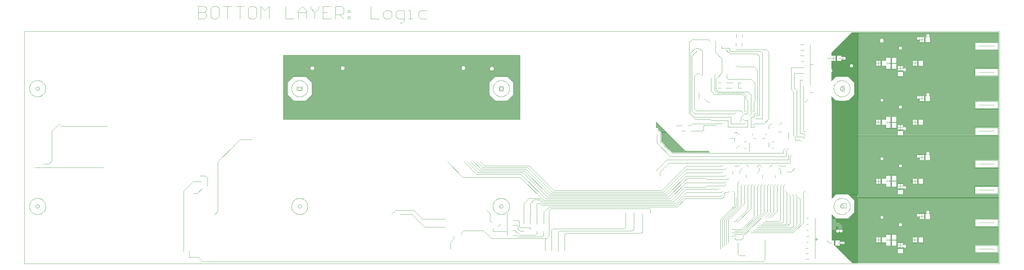
<source format=gbl>
*%FSLAX23Y23*%
*%MOIN*%
G01*
D11*
X4162Y5737D02*
X15879D01*
Y8532D02*
X4162D01*
Y5737D01*
X15879D02*
Y8532D01*
D15*
X14147Y6572D02*
X13861Y6576D01*
X13316Y7026D02*
X12529Y7026D01*
X12099Y6546D02*
X11993Y6440D01*
X12725Y6266D02*
X12851Y6392D01*
X12576Y6790D02*
X12371Y6790D01*
Y6751D02*
X12615Y6751D01*
X12654Y6392D02*
X12544Y6282D01*
X12564Y6278D02*
X12694Y6408D01*
X12095Y6656D02*
X11938Y6499D01*
X10525Y6617D02*
X10229Y6912D01*
X10210Y6892D02*
X10505Y6597D01*
X10485Y6577D02*
X10190Y6873D01*
X10170Y6853D02*
X10466Y6558D01*
X10399Y6499D02*
X10123Y6774D01*
X9631Y6853D02*
X9521Y6963D01*
X9481D02*
X9611Y6833D01*
X9592Y6814D02*
X9442Y6963D01*
X10151Y6833D02*
X10446Y6538D01*
X10422Y6518D02*
X10127Y6814D01*
X9434Y6774D02*
X9245Y6963D01*
X11761Y7188D02*
X11918Y7030D01*
X11942Y7066D02*
X11804Y7203D01*
X11886Y7310D02*
X12004Y7192D01*
X13860Y8276D02*
X14103Y8519D01*
X13048Y6345D02*
X12792Y6089D01*
X12788Y6109D02*
X13009Y6329D01*
X12969Y6314D02*
X12784Y6129D01*
X12780Y6148D02*
X12930Y6298D01*
X12773Y6440D02*
X12662Y6329D01*
X12670Y6314D02*
X12812Y6455D01*
X12891Y6400D02*
X12737Y6247D01*
X12584Y6274D02*
X12733Y6424D01*
X12111Y6869D02*
X11840Y6597D01*
X11859Y6577D02*
X12111Y6829D01*
Y6790D02*
X11879Y6558D01*
X11918Y6518D02*
X12111Y6711D01*
Y6633D02*
X11958Y6479D01*
X11981Y6459D02*
X12115Y6593D01*
X13418Y6129D02*
X13521Y6231D01*
X12111Y6908D02*
X11820Y6617D01*
X11899Y6538D02*
X12111Y6751D01*
X11883Y6987D02*
X11749Y6853D01*
X11800Y6841D02*
X11906Y6947D01*
X12830Y6103D02*
X13088Y6361D01*
X14108Y5747D02*
X14170D01*
Y5752D02*
X14103D01*
X14098Y5757D02*
X14170D01*
Y5762D02*
X14093D01*
X14088Y5767D02*
X14170D01*
Y5772D02*
X14083D01*
X14078Y5777D02*
X14170D01*
Y5782D02*
X14073D01*
X14047Y5807D02*
X14170D01*
Y5812D02*
X14042D01*
X14037Y5817D02*
X14170D01*
Y5822D02*
X14032D01*
X14027Y5827D02*
X14170D01*
Y5832D02*
X14022D01*
X14017Y5837D02*
X14170D01*
Y5842D02*
X14012D01*
X14007Y5847D02*
X14170D01*
Y5852D02*
X14002D01*
X13997Y5857D02*
X14170D01*
Y5862D02*
X13992D01*
X13987Y5867D02*
X14170D01*
Y5872D02*
X13982D01*
X13977Y5877D02*
X14170D01*
Y5750D02*
X14105D01*
X14174Y5752D02*
X15866D01*
Y5757D02*
X14174D01*
Y5762D02*
X15866D01*
Y5767D02*
X14174D01*
Y5772D02*
X15866D01*
Y5777D02*
X14174D01*
Y5782D02*
X15866D01*
Y5787D02*
X14174D01*
Y5792D02*
X15866D01*
Y5797D02*
X14174D01*
Y5802D02*
X15866D01*
Y5807D02*
X14174D01*
Y5812D02*
X15866D01*
Y5817D02*
X14174D01*
Y5822D02*
X15866D01*
Y5827D02*
X14174D01*
Y5832D02*
X15866D01*
Y5837D02*
X14174D01*
Y5842D02*
X15866D01*
Y5847D02*
X14174D01*
Y5852D02*
X15866D01*
X14653Y5857D02*
X14174D01*
X14653D02*
X14719D01*
X15579D01*
X15865D01*
X14653Y5862D02*
X14174D01*
X14653D02*
X14719D01*
X15579D01*
X15865D01*
X14653Y5867D02*
X14174D01*
X14719D02*
X15579D01*
X14653Y5872D02*
X14174D01*
X14719D02*
X15579D01*
X14653Y5877D02*
X14174D01*
X14719D02*
X15579D01*
X14719Y5863D02*
X14653D01*
X15579Y5865D02*
X15865D01*
X15866D01*
Y5750D02*
X14174D01*
X14170Y5787D02*
X14068D01*
X14063Y5792D02*
X14170D01*
Y5797D02*
X14058D01*
X14053Y5802D02*
X14170D01*
X12822Y5833D02*
X12753D01*
X13957Y5897D02*
X14170D01*
Y5902D02*
X13952D01*
X13947Y5907D02*
X14170D01*
Y5912D02*
X13942D01*
X13937Y5917D02*
X14170D01*
Y5922D02*
X13932D01*
X13927Y5927D02*
X14170D01*
Y5932D02*
X13921D01*
X13916Y5937D02*
X14170D01*
Y5942D02*
X13911D01*
X13906Y5947D02*
X13960D01*
X14170D01*
X13960Y5952D02*
X13904D01*
X13960D02*
X14170D01*
X13904Y5957D02*
X13896D01*
X13960D02*
X14170D01*
X13904Y5962D02*
X13891D01*
X13960D02*
X14170D01*
X13904Y5967D02*
X13890D01*
X13960D02*
X14017D01*
X14170D01*
X13904Y5972D02*
X13890D01*
X13960D02*
X14017D01*
X14170D01*
X13904Y5977D02*
X13890D01*
X14017D02*
X14170D01*
X13904Y5982D02*
X13890D01*
X14017D02*
X14170D01*
X13904Y5987D02*
X13890D01*
X14017D02*
X14170D01*
X13904Y5992D02*
X13890D01*
X14017D02*
X14170D01*
X13904Y5997D02*
X13890D01*
X14017D02*
X14170D01*
X13904Y6002D02*
X13890D01*
X13960D02*
X14017D01*
X14170D01*
X13904Y6007D02*
X13890D01*
X13960D02*
X14017D01*
X14170D01*
X13904Y6012D02*
X13890D01*
X13960D02*
X14170D01*
X13904Y6017D02*
X13890D01*
X13960D02*
X14170D01*
X13890Y6022D02*
X13861D01*
X13890D02*
X13904D01*
X13960D01*
X14170D01*
X13890Y6027D02*
X13861D01*
X13890D02*
X13904D01*
X13960D01*
X14170D01*
Y6032D02*
X13861D01*
Y6037D02*
X14170D01*
Y6042D02*
X13861D01*
Y6047D02*
X14170D01*
Y6052D02*
X13861D01*
Y6057D02*
X14170D01*
Y6062D02*
X13861D01*
Y6067D02*
X14170D01*
Y6072D02*
X13861D01*
Y6020D02*
X13890D01*
X13904D02*
X13960D01*
Y5954D02*
X13904D01*
X13960Y5972D02*
X14017D01*
Y6002D02*
X13960D01*
X14652Y5962D02*
X14719D01*
X14451Y6022D02*
X14392D01*
X14831D02*
X14894D01*
X14653Y5897D02*
X14174D01*
X14719D02*
X15579D01*
X14653Y5902D02*
X14174D01*
X14719D02*
X15579D01*
X14653Y5907D02*
X14174D01*
X14719D02*
X15579D01*
X14653Y5912D02*
X14174D01*
X14719D02*
X15579D01*
X14653Y5917D02*
X14174D01*
X14719D02*
X15579D01*
X14653Y5922D02*
X14174D01*
X14653D02*
X14719D01*
X15579D01*
X14653Y5927D02*
X14174D01*
X14653D02*
X14719D01*
X14726D01*
X14746D02*
X15579D01*
X14653Y5932D02*
X14174D01*
X14653D02*
X14717D01*
X14755D02*
X15579D01*
X14653Y5937D02*
X14174D01*
X14755D02*
X15579D01*
X14653Y5942D02*
X14174D01*
X14755D02*
X15579D01*
X14512Y5947D02*
X14174D01*
X14512D02*
X14569D01*
X14582D01*
X14639D01*
X14653D01*
X14755D02*
X15579D01*
X14512Y5952D02*
X14174D01*
X14512D02*
X14569D01*
X14582D01*
X14639D01*
X14653D01*
X14755D02*
X15579D01*
X14512Y5957D02*
X14174D01*
X14569D02*
X14582D01*
X14639D02*
X14653D01*
X14755D02*
X15579D01*
X14512Y5962D02*
X14174D01*
X14569D02*
X14582D01*
X14639D02*
X14653D01*
X14749D02*
X14755D01*
X15579D01*
X15865D01*
X14512Y5967D02*
X14174D01*
X14569D02*
X14582D01*
X14639D02*
X14653D01*
X14719D02*
X15579D01*
X15865D01*
X14512Y5972D02*
X14174D01*
X14569D02*
X14582D01*
X14639D02*
X14653D01*
X14719D02*
X15866D01*
X14512Y5977D02*
X14174D01*
X14569D02*
X14582D01*
X14639D02*
X14653D01*
X14719D02*
X15866D01*
X14392Y5982D02*
X14174D01*
X14392D02*
X14449D01*
X14462D01*
X14512D01*
X14569D02*
X14582D01*
X14639D02*
X14653D01*
X14719D02*
X14832D01*
X14889D01*
X14902D01*
X14959D01*
X15866D01*
X14392Y5987D02*
X14174D01*
X14392D02*
X14449D01*
X14462D01*
X14512D01*
X14569D02*
X14582D01*
X14639D02*
X14653D01*
X14719D02*
X14832D01*
X14889D01*
X14902D01*
X14959D01*
X15866D01*
X14392Y5992D02*
X14174D01*
X14449D02*
X14462D01*
X14569D02*
X14582D01*
X14639D02*
X14653D01*
X14719D01*
X14832D01*
X14889D02*
X14902D01*
X14959D02*
X15866D01*
X14392Y5997D02*
X14174D01*
X14449D02*
X14462D01*
X14569D02*
X14582D01*
X14639D02*
X14653D01*
X14719D01*
X14832D01*
X14889D02*
X14902D01*
X14959D02*
X15866D01*
X14392Y6002D02*
X14174D01*
X14449D02*
X14462D01*
X14569D02*
X14582D01*
X14639D02*
X14832D01*
X14889D02*
X14902D01*
X14959D02*
X15866D01*
X14392Y6007D02*
X14174D01*
X14449D02*
X14462D01*
X14569D02*
X14582D01*
X14639D02*
X14832D01*
X14889D02*
X14902D01*
X14959D02*
X15866D01*
X14392Y6012D02*
X14174D01*
X14449D02*
X14462D01*
X14569D02*
X14582D01*
X14639D02*
X14832D01*
X14889D02*
X14902D01*
X14959D02*
X15866D01*
X14392Y6017D02*
X14174D01*
X14449D02*
X14462D01*
X14569D02*
X14582D01*
X14639D02*
X14832D01*
X14889D02*
X14902D01*
X14959D02*
X15866D01*
X14392Y6022D02*
X14174D01*
X14449D02*
X14462D01*
X14546D02*
X14569D01*
X14582D01*
X14639D01*
X14832D01*
X14889D02*
X14902D01*
X14959D02*
X15866D01*
X14392Y6027D02*
X14174D01*
X14449D02*
X14462D01*
X14569D02*
X14582D01*
X14639D02*
X14832D01*
X14889D02*
X14902D01*
X14959D02*
X15866D01*
X14392Y6032D02*
X14174D01*
X14449D02*
X14462D01*
X14569D02*
X14582D01*
X14639D02*
X14832D01*
X14889D02*
X14902D01*
X14959D02*
X15866D01*
X14392Y6037D02*
X14174D01*
X14449D02*
X14462D01*
X14569D02*
X14582D01*
X14639D02*
X14832D01*
X14889D02*
X14902D01*
X14959D02*
X15866D01*
X14392Y6042D02*
X14174D01*
X14449D02*
X14462D01*
X14569D02*
X14582D01*
X14639D02*
X14832D01*
X14889D02*
X14902D01*
X14959D02*
X15866D01*
X14392Y6047D02*
X14174D01*
X14449D02*
X14462D01*
X14569D02*
X14582D01*
X14639D02*
X14832D01*
X14889D02*
X14902D01*
X14959D02*
X15866D01*
X14392Y6052D02*
X14174D01*
X14449D02*
X14462D01*
X14569D02*
X14582D01*
X14639D02*
X14832D01*
X14889D02*
X14902D01*
X14959D02*
X15866D01*
X14392Y6057D02*
X14174D01*
X14392D02*
X14449D01*
X14462D01*
X14512D01*
X14569D02*
X14582D01*
X14639D02*
X14832D01*
X14889D01*
X14902D01*
X14959D01*
X15866D01*
X14392Y6062D02*
X14174D01*
X14392D02*
X14449D01*
X14462D01*
X14512D01*
X14569D02*
X14582D01*
X14639D02*
X14832D01*
X14889D01*
X14902D01*
X14959D01*
X15866D01*
X14512Y6067D02*
X14174D01*
X14569D02*
X14582D01*
X14639D02*
X15866D01*
X14512Y6072D02*
X14174D01*
X14569D02*
X14582D01*
X14639D02*
X15866D01*
X14959Y6055D02*
X14902D01*
Y5988D02*
X14959D01*
X14889Y6055D02*
X14832D01*
Y5988D02*
X14889D01*
X14639Y6020D02*
X14582D01*
Y5953D02*
X14639D01*
X14569Y6020D02*
X14546D01*
X14569Y5953D02*
X14512D01*
Y6055D02*
X14462D01*
Y5988D02*
X14512D01*
X14449Y6055D02*
X14392D01*
Y5988D02*
X14449D01*
X14653Y5920D02*
X14719D01*
Y5990D02*
X14653D01*
Y5933D02*
X14717D01*
X14719D01*
X14721D01*
X14639Y6023D02*
X14582D01*
X14569D02*
X14546D01*
X15579Y5962D02*
X15865D01*
X15866D01*
X14746Y5927D02*
X14726D01*
Y5965D02*
X14746D01*
X10383Y6060D02*
X10092D01*
X13972Y5882D02*
X14170D01*
Y5887D02*
X13967D01*
X13962Y5892D02*
X14170D01*
X14174Y5882D02*
X14653D01*
X14719D02*
X15579D01*
X14653Y5887D02*
X14174D01*
X14719D02*
X15579D01*
X14653Y5892D02*
X14174D01*
X14719D02*
X15579D01*
X12775Y6022D02*
X12714D01*
X12719Y6070D02*
X12662D01*
X13861Y6092D02*
X14170D01*
Y6097D02*
X13861D01*
Y6102D02*
X14170D01*
Y6107D02*
X13861D01*
Y6112D02*
X13914D01*
X13922D01*
X13944D02*
X13952D01*
X13959D01*
X13989D02*
X14170D01*
X13914Y6117D02*
X13861D01*
X13992D02*
X14170D01*
X13914Y6122D02*
X13861D01*
X13992D02*
X14170D01*
X13914Y6127D02*
X13861D01*
X13992D02*
X14170D01*
X13914Y6132D02*
X13861D01*
X13992D02*
X14170D01*
X13914Y6137D02*
X13861D01*
X13992D02*
X14170D01*
X13914Y6142D02*
X13861D01*
X13992D02*
X14170D01*
Y6147D02*
X13992D01*
X13934Y6152D02*
X13916D01*
X13989D02*
X14170D01*
X13935Y6157D02*
X13916D01*
X13989D02*
X14170D01*
X13935Y6162D02*
X13916D01*
X13989D02*
X14170D01*
X13935Y6167D02*
X13916D01*
X13989D02*
X14170D01*
X13934Y6172D02*
X13916D01*
X13989D02*
X14170D01*
X13929Y6177D02*
X13916D01*
X13989D02*
X14170D01*
X13924Y6182D02*
X13916D01*
X13990D02*
X14170D01*
Y6187D02*
X13995D01*
X13990Y6192D02*
X14170D01*
Y6197D02*
X13989D01*
Y6202D02*
X13980D01*
X13989D02*
X14170D01*
X13989Y6207D02*
X13975D01*
X13989D02*
X14170D01*
Y6212D02*
X13970D01*
X13965Y6217D02*
X14170D01*
Y6222D02*
X13960D01*
X13955Y6227D02*
X14170D01*
Y6232D02*
X13953D01*
Y6237D02*
X13945D01*
X13953D02*
X14170D01*
X13936Y6242D02*
X13916D01*
X13940D02*
X13953D01*
X14170D01*
Y6247D02*
X13916D01*
Y6252D02*
X14170D01*
Y6257D02*
X13916D01*
Y6262D02*
X14170D01*
Y6267D02*
X13916D01*
X13914Y6146D02*
X13861D01*
X13914D02*
X13916D01*
X13963Y6112D02*
X13983D01*
X13943Y6111D02*
X13923D01*
Y6149D02*
X13931D01*
X13989Y6118D02*
X13989D01*
X13989Y6202D02*
X13980D01*
X13923Y6183D02*
X13916D01*
Y6238D02*
X13932D01*
X13944D01*
X13953D01*
X14174Y6092D02*
X14512D01*
X14569D01*
X14582D01*
X14639D01*
X15866D01*
X14512Y6097D02*
X14174D01*
X14512D02*
X14569D01*
X14582D01*
X14639D01*
X15866D01*
Y6102D02*
X14174D01*
Y6107D02*
X15866D01*
Y6112D02*
X14174D01*
Y6117D02*
X15866D01*
Y6122D02*
X14174D01*
Y6127D02*
X15866D01*
Y6132D02*
X14174D01*
Y6137D02*
X15866D01*
Y6142D02*
X14174D01*
Y6147D02*
X15866D01*
Y6152D02*
X14174D01*
Y6157D02*
X15866D01*
Y6162D02*
X14174D01*
Y6167D02*
X15866D01*
X15579Y6172D02*
X14174D01*
X15579D02*
X15865D01*
X15579Y6177D02*
X14174D01*
X15579D02*
X15865D01*
X15579Y6182D02*
X14174D01*
Y6187D02*
X14676D01*
X14696D02*
X15579D01*
X14667Y6192D02*
X14174D01*
X14705D02*
X15579D01*
X14667Y6197D02*
X14174D01*
X14705D02*
X15579D01*
X14667Y6202D02*
X14174D01*
X14705D02*
X15579D01*
X14667Y6207D02*
X14174D01*
X14705D02*
X15579D01*
X14667Y6212D02*
X14174D01*
X14705D02*
X15579D01*
X14667Y6217D02*
X14174D01*
X14705D02*
X15579D01*
X14667Y6222D02*
X14174D01*
X14667D02*
X14673D01*
X14699D02*
X14705D01*
X15579D01*
Y6227D02*
X14174D01*
Y6232D02*
X15579D01*
Y6237D02*
X14174D01*
Y6242D02*
X15579D01*
Y6247D02*
X14174D01*
Y6252D02*
X15579D01*
Y6257D02*
X14174D01*
Y6262D02*
X15579D01*
X14917Y6267D02*
X14174D01*
X14917D02*
X14974D01*
X14987D01*
X15044D01*
X15579D01*
X14639Y6090D02*
X14582D01*
X14569D02*
X14512D01*
X15579Y6180D02*
X15865D01*
X15866D01*
X14696Y6187D02*
X14676D01*
Y6225D02*
X14696D01*
X12788Y6109D02*
X12662D01*
Y6148D02*
X12780D01*
X12792Y6089D02*
X12690D01*
Y6129D02*
X12784D01*
X13032Y6227D02*
X13265D01*
X13399Y6109D02*
X12891D01*
X12914Y6129D02*
X13395D01*
X13391Y6148D02*
X12938D01*
X12962Y6168D02*
X13387D01*
X13324Y6188D02*
X12985D01*
X13009Y6207D02*
X13308D01*
X12725Y6266D02*
X12710D01*
X12686Y6247D02*
X12737D01*
X13056D02*
X13225D01*
X10239Y6168D02*
X10121D01*
X10096Y6257D02*
X10033D01*
X10121Y6125D02*
X10164D01*
X10080Y6196D02*
X10030D01*
Y6137D02*
X10054D01*
X13861Y6077D02*
X14170D01*
Y6082D02*
X13861D01*
Y6087D02*
X14170D01*
X14174Y6077D02*
X14512D01*
X14569D02*
X14582D01*
X14639D02*
X15866D01*
X14512Y6082D02*
X14174D01*
X14569D02*
X14582D01*
X14639D02*
X15866D01*
X14512Y6087D02*
X14174D01*
X14569D02*
X14582D01*
X14639D02*
X15866D01*
X10306Y6080D02*
X10111D01*
X10076Y6075D02*
X10035D01*
X13984Y6113D02*
X13989D01*
X13962D02*
X13954D01*
X13952D01*
X13945D01*
X13921D02*
X13914D01*
X13861D01*
X13963Y6150D02*
X13983D01*
X13943Y6149D02*
X13923D01*
X13861Y6267D02*
X13989D01*
Y6262D02*
X13861D01*
Y6257D02*
X13989D01*
Y6252D02*
X13861D01*
Y6247D02*
X13989D01*
Y6242D02*
X13861D01*
Y6237D02*
X13989D01*
Y6232D02*
X13861D01*
Y6227D02*
X13989D01*
Y6222D02*
X13861D01*
Y6217D02*
X13989D01*
Y6212D02*
X13861D01*
Y6207D02*
X13989D01*
Y6202D02*
X13861D01*
Y6197D02*
X13989D01*
Y6192D02*
X13861D01*
Y6187D02*
X13989D01*
Y6182D02*
X13861D01*
Y6177D02*
X13989D01*
Y6172D02*
X13861D01*
Y6167D02*
X13989D01*
Y6162D02*
X13861D01*
Y6157D02*
X13989D01*
Y6152D02*
X13861D01*
X13954Y6147D02*
X13960D01*
X13952D02*
X13945D01*
X13921D02*
X13914D01*
X13861D01*
Y6142D02*
X13914D01*
Y6137D02*
X13861D01*
Y6132D02*
X13914D01*
Y6127D02*
X13861D01*
Y6122D02*
X13914D01*
Y6117D02*
X13861D01*
X13861Y6287D02*
X13905D01*
X14065D02*
X14170D01*
X13900Y6292D02*
X13861D01*
X14070D02*
X14170D01*
X13895Y6297D02*
X13861D01*
X14075D02*
X14170D01*
X13890Y6302D02*
X13861D01*
X14080D02*
X14170D01*
X13885Y6307D02*
X13861D01*
X14085D02*
X14170D01*
X13880Y6312D02*
X13861D01*
X14090D02*
X14170D01*
X13875Y6317D02*
X13861D01*
X14095D02*
X14170D01*
X13870Y6322D02*
X13861D01*
X14100D02*
X14170D01*
Y6327D02*
X14105D01*
X14110Y6332D02*
X14170D01*
Y6337D02*
X14115D01*
X14120Y6342D02*
X14170D01*
Y6347D02*
X14131D01*
Y6352D02*
X14170D01*
Y6357D02*
X14131D01*
Y6362D02*
X14170D01*
Y6367D02*
X14131D01*
Y6372D02*
X14170D01*
Y6377D02*
X14131D01*
Y6382D02*
X14170D01*
Y6387D02*
X14131D01*
Y6392D02*
X14170D01*
Y6397D02*
X14131D01*
Y6402D02*
X14170D01*
Y6407D02*
X14131D01*
Y6412D02*
X14170D01*
Y6417D02*
X14131D01*
Y6422D02*
X14170D01*
Y6427D02*
X14131D01*
Y6432D02*
X14170D01*
Y6437D02*
X14131D01*
Y6442D02*
X14170D01*
Y6447D02*
X14131D01*
Y6452D02*
X14170D01*
Y6457D02*
X14131D01*
Y6462D02*
X14170D01*
X14974Y6322D02*
X14987D01*
X14975Y6307D02*
X14918D01*
X14445Y6287D02*
X14174D01*
X14483D02*
X14917D01*
X14974D02*
X14987D01*
X15045D02*
X15866D01*
X14445Y6292D02*
X14174D01*
X14483D02*
X14917D01*
X14974D02*
X14987D01*
X15045D02*
X15866D01*
X14445Y6297D02*
X14174D01*
X14483D02*
X14917D01*
X14974D02*
X14987D01*
X15045D02*
X15866D01*
X14445Y6302D02*
X14174D01*
X14483D02*
X14891D01*
X14911D02*
X14917D01*
X14974D02*
X14987D01*
X15045D02*
X15866D01*
X14445Y6307D02*
X14174D01*
X14483D02*
X14882D01*
X14974D02*
X14987D01*
X15045D02*
X15866D01*
X14445Y6312D02*
X14174D01*
X14445D02*
X14452D01*
X14476D02*
X14483D01*
X14882D01*
X14974D02*
X14987D01*
X15045D02*
X15866D01*
X14882Y6317D02*
X14174D01*
X14974D02*
X14987D01*
X15044D02*
X15866D01*
X14882Y6322D02*
X14174D01*
X15044D02*
X15866D01*
X14882Y6327D02*
X14174D01*
X14974D02*
X14987D01*
X15044D02*
X15866D01*
X14882Y6332D02*
X14174D01*
X14974D02*
X14987D01*
X15044D02*
X15866D01*
X14882Y6337D02*
X14174D01*
X14882D02*
X14888D01*
X14974D02*
X14987D01*
X15044D02*
X15866D01*
X14917Y6342D02*
X14174D01*
X14917D02*
X14974D01*
X14987D01*
X14997D01*
X15035D02*
X15044D01*
X15866D01*
X14917Y6347D02*
X14174D01*
X14917D02*
X14974D01*
X14987D01*
X14997D01*
X15035D02*
X15044D01*
X15866D01*
X14997Y6352D02*
X14174D01*
X15035D02*
X15866D01*
X14997Y6357D02*
X14174D01*
X15035D02*
X15866D01*
X14997Y6362D02*
X14174D01*
X15035D02*
X15866D01*
X14997Y6367D02*
X14174D01*
X15035D02*
X15866D01*
X14997Y6372D02*
X14174D01*
X14997D02*
X15003D01*
X15029D02*
X15035D01*
X15866D01*
Y6377D02*
X14174D01*
Y6382D02*
X15866D01*
Y6387D02*
X14174D01*
Y6392D02*
X15866D01*
Y6397D02*
X14174D01*
Y6402D02*
X15866D01*
Y6407D02*
X14174D01*
Y6412D02*
X15866D01*
Y6417D02*
X14174D01*
Y6422D02*
X15866D01*
Y6427D02*
X14174D01*
Y6432D02*
X15866D01*
Y6437D02*
X14174D01*
Y6442D02*
X15866D01*
Y6447D02*
X14174D01*
Y6452D02*
X15866D01*
Y6457D02*
X14174D01*
Y6462D02*
X15866D01*
X14997Y6340D02*
X14987D01*
X14997D02*
X15004D01*
X15028D02*
X15035D01*
X15044D01*
X14920D02*
X14917D01*
X14920D02*
X14974D01*
X15006Y6375D02*
X15026D01*
X14911Y6302D02*
X14891D01*
Y6340D02*
X14911D01*
X14474Y6314D02*
X14454D01*
X12005Y6420D02*
X10469D01*
X10414Y6440D02*
X11993D01*
X10525Y6459D02*
X10406D01*
X10513D02*
X11816D01*
X11808D02*
X11981D01*
X10406Y6459D02*
X10389D01*
X10392Y6440D02*
X10422D01*
X10392D02*
X10378D01*
X10359Y6458D02*
X10322D01*
X13916Y6272D02*
X14170D01*
X13916Y6277D02*
X13861D01*
X13916D02*
X14170D01*
X13910Y6282D02*
X13861D01*
X14060D02*
X14170D01*
X13916Y6272D02*
X13861D01*
X13912Y6280D02*
X13916D01*
X14058D01*
X14174Y6272D02*
X14917D01*
X14974D01*
X14987D01*
X15044D01*
X15579D01*
X14445Y6277D02*
X14174D01*
X14445D02*
X14453D01*
X14475D02*
X14483D01*
X14917D01*
X14974D02*
X14987D01*
X15044D02*
X15579D01*
X15865D01*
X14445Y6282D02*
X14174D01*
X14483D02*
X14917D01*
X14974D02*
X14987D01*
X15045D02*
X15579D01*
X15865D01*
X15044Y6273D02*
X14987D01*
X14974D02*
X14917D01*
X15579Y6277D02*
X15865D01*
X15866D01*
X14474Y6276D02*
X14454D01*
X13989Y6274D02*
X13861D01*
X13859D01*
X13861Y6272D02*
X13989D01*
X14058Y6572D02*
X13912D01*
X13912Y6572D02*
X13861D01*
X14131Y6482D02*
X14170D01*
Y6487D02*
X14131D01*
Y6492D02*
X14170D01*
Y6497D02*
X14131D01*
Y6502D02*
X14170D01*
X14131Y6507D02*
X14123D01*
X14131D02*
X14170D01*
Y6512D02*
X14118D01*
X14113Y6517D02*
X14170D01*
Y6522D02*
X14108D01*
X14103Y6527D02*
X14170D01*
X13872Y6532D02*
X13861D01*
X14098D02*
X14170D01*
X13877Y6537D02*
X13861D01*
X14093D02*
X14170D01*
X13882Y6542D02*
X13861D01*
X14088D02*
X14170D01*
X13887Y6547D02*
X13861D01*
X14083D02*
X14170D01*
X13892Y6552D02*
X13861D01*
X14078D02*
X14170D01*
X13897Y6557D02*
X13861D01*
X14073D02*
X14170D01*
X13902Y6562D02*
X13861D01*
X14068D02*
X14170D01*
X13907Y6567D02*
X13861D01*
X14063D02*
X14170D01*
Y6572D02*
X14058D01*
X14174Y6482D02*
X15866D01*
Y6487D02*
X14174D01*
Y6492D02*
X15866D01*
Y6497D02*
X14174D01*
Y6502D02*
X15866D01*
Y6507D02*
X14174D01*
Y6512D02*
X15866D01*
Y6517D02*
X14174D01*
Y6522D02*
X15866D01*
Y6527D02*
X14174D01*
Y6530D02*
X15866D01*
X12544Y6518D02*
X12103D01*
X12099Y6546D02*
X12529D01*
X12576Y6593D02*
X12615D01*
X12536Y6593D02*
X12371D01*
X12379D02*
X12115D01*
X11753Y6617D02*
X10525D01*
X10505Y6597D02*
X11761D01*
X11769Y6577D02*
X10485D01*
X10466Y6558D02*
X11777D01*
X11800Y6499D02*
X10399D01*
X11737Y6617D02*
X11820D01*
X11840Y6597D02*
X11757D01*
X11761Y6577D02*
X11859D01*
X11879Y6558D02*
X11773D01*
Y6538D02*
X11899D01*
X11918Y6518D02*
X11777D01*
X11796Y6499D02*
X11938D01*
X11784Y6538D02*
X10446D01*
X10422Y6518D02*
X11792D01*
X12371Y6633D02*
X12497D01*
X12375D02*
X12111D01*
X12095Y6656D02*
X12355D01*
X10344Y6522D02*
X10226D01*
X10343D02*
X10350D01*
X10341Y6506D02*
X10287D01*
X14176Y6529D02*
X15866D01*
X14176D02*
X14174D01*
X14726Y6636D02*
X14746D01*
X15865Y6574D02*
X15866D01*
X15865D02*
X15579D01*
X14721Y6642D02*
X14719D01*
X14717D01*
X14653D01*
Y6572D02*
X14719D01*
Y6629D02*
X14653D01*
X14569Y6662D02*
X14512D01*
X14582D02*
X14639D01*
X14755Y6662D02*
X15579D01*
X14653D02*
X14639D01*
X14582D02*
X14569D01*
X14512D02*
X14176D01*
X14755Y6657D02*
X15579D01*
X14653D02*
X14639D01*
X14582D01*
X14569D01*
X14512D01*
X14176D01*
X14755Y6652D02*
X15579D01*
X14653D02*
X14176D01*
X14755Y6647D02*
X15579D01*
X14653D02*
X14176D01*
X14755Y6642D02*
X15579D01*
X14653D02*
X14176D01*
X14755Y6637D02*
X15579D01*
X14755D02*
X14747D01*
X14717D02*
X14653D01*
X14176D01*
X14719Y6632D02*
X15579D01*
X14719D02*
X14653D01*
X14176D01*
X14719Y6627D02*
X15579D01*
X14653D02*
X14176D01*
X14719Y6622D02*
X15579D01*
X14653D02*
X14176D01*
X14719Y6617D02*
X15579D01*
X14653D02*
X14176D01*
X14719Y6612D02*
X15579D01*
X14653D02*
X14176D01*
X14719Y6607D02*
X15579D01*
X14653D02*
X14176D01*
X14719Y6602D02*
X15579D01*
X14653D02*
X14176D01*
X14719Y6597D02*
X15579D01*
X14653D02*
X14176D01*
X14719Y6592D02*
X15579D01*
X14653D02*
X14176D01*
X14719Y6587D02*
X15579D01*
X14653D02*
X14176D01*
X14719Y6582D02*
X15579D01*
X14653D02*
X14176D01*
X14719Y6577D02*
X15579D01*
X14653D02*
X14176D01*
X15579Y6572D02*
X15865D01*
X15579D02*
X14719D01*
X14653D02*
X14176D01*
X15579Y6567D02*
X15865D01*
X15579D02*
X14719D01*
X14653D01*
X14176D01*
Y6562D02*
X15866D01*
Y6557D02*
X14176D01*
Y6552D02*
X15866D01*
Y6547D02*
X14176D01*
Y6542D02*
X15866D01*
Y6537D02*
X14176D01*
Y6532D02*
X15866D01*
X14172Y6568D02*
X14062D01*
X13908D02*
X13861D01*
Y6662D02*
X14172D01*
Y6657D02*
X13861D01*
Y6652D02*
X14172D01*
Y6647D02*
X13861D01*
Y6642D02*
X14172D01*
Y6637D02*
X13861D01*
Y6632D02*
X14172D01*
Y6627D02*
X13861D01*
Y6622D02*
X14172D01*
Y6617D02*
X13861D01*
Y6612D02*
X14172D01*
Y6607D02*
X13861D01*
Y6602D02*
X14172D01*
Y6597D02*
X13861D01*
Y6592D02*
X14172D01*
Y6587D02*
X13861D01*
Y6582D02*
X14172D01*
Y6577D02*
X13861D01*
X14058Y6572D02*
X14172D01*
X14170Y6467D02*
X14131D01*
Y6472D02*
X14170D01*
Y6477D02*
X14131D01*
X14174Y6467D02*
X15866D01*
Y6472D02*
X14174D01*
Y6477D02*
X15866D01*
X11808Y6479D02*
X10426D01*
X11784D02*
X11958D01*
X10431Y6479D02*
X10394D01*
X12371Y6711D02*
X12576D01*
X12379Y6790D02*
X12111D01*
Y6711D02*
X12379D01*
X12355Y6751D02*
X12615D01*
X10127Y6814D02*
X9973D01*
X9946Y6774D02*
X10123D01*
X10005Y6814D02*
X9592D01*
X12127Y6766D02*
X12340D01*
X9985Y6774D02*
X9434D01*
X12371Y6829D02*
X12536D01*
X12375D02*
X12111D01*
X10170Y6853D02*
X10021D01*
X10009Y6833D02*
X10151D01*
X10044Y6853D02*
X9631D01*
X9611Y6833D02*
X10025D01*
X14392Y6697D02*
X14449D01*
Y6764D02*
X14392D01*
X14462Y6697D02*
X14512D01*
Y6764D02*
X14462D01*
X14546Y6732D02*
X14569D01*
Y6799D02*
X14512D01*
X14582Y6732D02*
X14639D01*
Y6799D02*
X14582D01*
X14653Y6699D02*
X14719D01*
X14569Y6729D02*
X14546D01*
X14582D02*
X14639D01*
X14832Y6697D02*
X14889D01*
Y6764D02*
X14832D01*
X14902Y6697D02*
X14959D01*
Y6764D02*
X14902D01*
X14176Y6857D02*
X15866D01*
Y6852D02*
X14176D01*
Y6847D02*
X15866D01*
Y6842D02*
X14176D01*
Y6837D02*
X15866D01*
Y6832D02*
X14176D01*
Y6827D02*
X15866D01*
Y6822D02*
X14176D01*
Y6817D02*
X15866D01*
Y6812D02*
X14176D01*
X14639Y6807D02*
X15866D01*
X14639D02*
X14582D01*
X14569D01*
X14512D01*
X14176D01*
X14639Y6802D02*
X15866D01*
X14639D02*
X14582D01*
X14569D01*
X14512D01*
X14176D01*
X14639Y6797D02*
X15866D01*
X14582D02*
X14569D01*
X14512D02*
X14176D01*
X14639Y6792D02*
X15866D01*
X14582D02*
X14569D01*
X14512D02*
X14176D01*
X14639Y6787D02*
X15866D01*
X14582D02*
X14569D01*
X14512D02*
X14176D01*
X14639Y6782D02*
X15866D01*
X14582D02*
X14569D01*
X14512D02*
X14176D01*
X14639Y6777D02*
X15866D01*
X14582D02*
X14569D01*
X14512D02*
X14176D01*
X14959Y6772D02*
X15866D01*
X14959D02*
X14902D01*
X14889D01*
X14832D01*
X14639D01*
X14582D02*
X14569D01*
X14512D02*
X14462D01*
X14449D01*
X14392D01*
X14176D01*
X14959Y6767D02*
X15866D01*
X14959D02*
X14902D01*
X14889D01*
X14832D01*
X14639D01*
X14582D02*
X14569D01*
X14512D02*
X14462D01*
X14449D01*
X14392D01*
X14176D01*
X14959Y6762D02*
X15866D01*
X14902D02*
X14889D01*
X14832D02*
X14639D01*
X14582D02*
X14569D01*
X14462D02*
X14449D01*
X14392D02*
X14176D01*
X14959Y6757D02*
X15866D01*
X14902D02*
X14889D01*
X14832D02*
X14639D01*
X14582D02*
X14569D01*
X14462D02*
X14449D01*
X14392D02*
X14176D01*
X14959Y6752D02*
X15866D01*
X14902D02*
X14889D01*
X14832D02*
X14639D01*
X14582D02*
X14569D01*
X14462D02*
X14449D01*
X14392D02*
X14176D01*
X14959Y6747D02*
X15866D01*
X14902D02*
X14889D01*
X14832D02*
X14639D01*
X14582D02*
X14569D01*
X14462D02*
X14449D01*
X14392D02*
X14176D01*
X14959Y6742D02*
X15866D01*
X14902D02*
X14889D01*
X14832D02*
X14639D01*
X14582D02*
X14569D01*
X14462D02*
X14449D01*
X14392D02*
X14176D01*
X14959Y6737D02*
X15866D01*
X14902D02*
X14889D01*
X14832D02*
X14639D01*
X14582D02*
X14569D01*
X14462D02*
X14449D01*
X14392D02*
X14176D01*
X14959Y6732D02*
X15866D01*
X14902D02*
X14889D01*
X14832D02*
X14639D01*
X14582D02*
X14569D01*
X14462D02*
X14449D01*
X14392D02*
X14176D01*
X14959Y6727D02*
X15866D01*
X14902D02*
X14889D01*
X14832D02*
X14639D01*
X14582D02*
X14569D01*
X14462D02*
X14449D01*
X14392D02*
X14176D01*
X14959Y6722D02*
X15866D01*
X14902D02*
X14889D01*
X14832D02*
X14639D01*
X14582D02*
X14569D01*
X14462D02*
X14449D01*
X14392D02*
X14176D01*
X14959Y6717D02*
X15866D01*
X14902D02*
X14889D01*
X14832D02*
X14639D01*
X14582D02*
X14569D01*
X14462D02*
X14449D01*
X14392D02*
X14176D01*
X14959Y6712D02*
X15866D01*
X14902D02*
X14889D01*
X14832D02*
X14639D01*
X14582D02*
X14569D01*
X14462D02*
X14449D01*
X14392D02*
X14176D01*
X14959Y6707D02*
X15866D01*
X14902D02*
X14889D01*
X14832D02*
X14719D01*
X14653D01*
X14639D01*
X14582D02*
X14569D01*
X14462D02*
X14449D01*
X14392D02*
X14176D01*
X14959Y6702D02*
X15866D01*
X14902D02*
X14889D01*
X14832D02*
X14719D01*
X14653D01*
X14639D01*
X14582D02*
X14569D01*
X14462D02*
X14449D01*
X14392D02*
X14176D01*
X14959Y6697D02*
X15866D01*
X14902D02*
X14889D01*
X14832D02*
X14719D01*
X14653D02*
X14639D01*
X14582D02*
X14569D01*
X14462D02*
X14449D01*
X14392D02*
X14176D01*
X14959Y6692D02*
X15866D01*
X14959D02*
X14902D01*
X14889D01*
X14832D01*
X14719D01*
X14653D02*
X14639D01*
X14582D02*
X14569D01*
X14512D02*
X14462D01*
X14449D01*
X14392D01*
X14176D01*
X14719Y6687D02*
X15866D01*
X14653D02*
X14639D01*
X14582D02*
X14569D01*
X14512D02*
X14176D01*
X14719Y6682D02*
X15866D01*
X14653D02*
X14639D01*
X14582D02*
X14569D01*
X14512D02*
X14176D01*
X15579Y6677D02*
X15865D01*
X15579D02*
X14719D01*
X14653D02*
X14639D01*
X14582D02*
X14569D01*
X14512D02*
X14176D01*
X14172Y6857D02*
X13861D01*
Y6852D02*
X14172D01*
Y6847D02*
X13861D01*
Y6842D02*
X14172D01*
Y6837D02*
X13861D01*
Y6832D02*
X14172D01*
Y6827D02*
X13861D01*
Y6822D02*
X14172D01*
Y6817D02*
X13861D01*
Y6812D02*
X14172D01*
Y6807D02*
X13861D01*
Y6802D02*
X14172D01*
Y6797D02*
X13861D01*
Y6792D02*
X14172D01*
Y6787D02*
X13861D01*
Y6782D02*
X14172D01*
Y6777D02*
X13861D01*
Y6772D02*
X14172D01*
Y6767D02*
X13861D01*
Y6762D02*
X14172D01*
Y6757D02*
X13861D01*
Y6752D02*
X14172D01*
Y6747D02*
X13861D01*
Y6742D02*
X14172D01*
Y6737D02*
X13861D01*
Y6732D02*
X14172D01*
Y6727D02*
X13861D01*
Y6722D02*
X14172D01*
Y6717D02*
X13861D01*
Y6712D02*
X14172D01*
Y6707D02*
X13861D01*
Y6702D02*
X14172D01*
Y6697D02*
X13861D01*
Y6692D02*
X14172D01*
Y6687D02*
X13861D01*
Y6682D02*
X14172D01*
Y6677D02*
X13861D01*
X12576Y6672D02*
X12371D01*
X14726Y6674D02*
X14746D01*
X15865Y6671D02*
X15866D01*
X15865D02*
X15579D01*
Y6672D02*
X15865D01*
X15579D02*
X14755D01*
X14748D01*
X14653D02*
X14639D01*
X14582D02*
X14569D01*
X14512D02*
X14176D01*
X14755Y6667D02*
X15579D01*
X14653D02*
X14639D01*
X14582D02*
X14569D01*
X14512D02*
X14176D01*
X14172Y6672D02*
X13861D01*
Y6667D02*
X14172D01*
X13343Y6986D02*
X13332D01*
X13342D02*
X12363D01*
X12115Y6947D02*
X11906D01*
X12111D02*
X12371D01*
X12123Y6986D02*
X11883D01*
X12111D02*
X12375D01*
X12371Y6908D02*
X12111D01*
X12371D02*
X12536D01*
X10229Y6912D02*
X10099D01*
X10056Y6892D02*
X10210D01*
X10190Y6873D02*
X10064D01*
X10103Y6912D02*
X9690D01*
X9670Y6892D02*
X10084D01*
X10064Y6873D02*
X9651D01*
X12363Y7026D02*
X12540D01*
X12375D02*
X12111D01*
X12115D02*
X11922D01*
X14454Y7021D02*
X14474D01*
Y6983D02*
X14454D01*
X14676Y6934D02*
X14696D01*
Y6896D02*
X14676D01*
X14891Y7049D02*
X14911D01*
Y7011D02*
X14891D01*
X15865Y6889D02*
X15866D01*
X15865D02*
X15579D01*
X15865Y6986D02*
X15866D01*
X15865D02*
X15579D01*
X14974Y6982D02*
X14917D01*
X14920Y7049D02*
X14974D01*
X14920D02*
X14917D01*
X14987Y6982D02*
X15044D01*
Y7049D02*
X15035D01*
X15028D01*
X15004D02*
X14997D01*
X14987D01*
X15044Y7052D02*
X15866D01*
X15044D02*
X15035D01*
X14997D02*
X14987D01*
X14974D01*
X14917D01*
X14176D01*
X15044Y7047D02*
X15866D01*
X14987D02*
X14974D01*
X14889D02*
X14882D01*
X14176D01*
X15044Y7042D02*
X15866D01*
X14987D02*
X14974D01*
X14882D02*
X14176D01*
X15044Y7037D02*
X15866D01*
X14987D02*
X14974D01*
X14882D02*
X14176D01*
X15044Y7032D02*
X15866D01*
X14987D02*
X14974D01*
X14882D02*
X14176D01*
X15044Y7027D02*
X15866D01*
X14987D02*
X14974D01*
X14882D02*
X14176D01*
X15045Y7022D02*
X15866D01*
X14987D02*
X14974D01*
X14882D02*
X14176D01*
X15045Y7017D02*
X15866D01*
X14987D02*
X14974D01*
X14882D02*
X14483D01*
X14445D02*
X14176D01*
X15045Y7012D02*
X15866D01*
X14987D02*
X14974D01*
X14890D02*
X14882D01*
X14483D01*
X14445D02*
X14176D01*
X15045Y7007D02*
X15866D01*
X14987D02*
X14974D01*
X14917D02*
X14483D01*
X14445D02*
X14176D01*
X15045Y7002D02*
X15866D01*
X14987D02*
X14974D01*
X14917D02*
X14483D01*
X14445D02*
X14176D01*
X15045Y6997D02*
X15866D01*
X14987D02*
X14974D01*
X14917D02*
X14483D01*
X14445D02*
X14176D01*
X15579Y6992D02*
X15865D01*
X15579D02*
X15045D01*
X14987D02*
X14974D01*
X14917D02*
X14483D01*
X14445D02*
X14176D01*
X15579Y6987D02*
X15865D01*
X15579D02*
X15045D01*
X14987D02*
X14974D01*
X14917D02*
X14483D01*
X14445D02*
X14176D01*
X15044Y6982D02*
X15579D01*
X14987D02*
X14974D01*
X14917D02*
X14176D01*
X15044Y6977D02*
X15579D01*
X15044D02*
X14987D01*
X14974D01*
X14917D01*
X14176D01*
Y6972D02*
X15579D01*
Y6967D02*
X14176D01*
Y6962D02*
X15579D01*
Y6957D02*
X14176D01*
Y6952D02*
X15579D01*
Y6947D02*
X14176D01*
Y6942D02*
X15579D01*
Y6937D02*
X14176D01*
X14705Y6932D02*
X15579D01*
X14705D02*
X14698D01*
X14674D02*
X14667D01*
X14176D01*
X14705Y6927D02*
X15579D01*
X14667D02*
X14176D01*
X14705Y6922D02*
X15579D01*
X14667D02*
X14176D01*
X14705Y6917D02*
X15579D01*
X14667D02*
X14176D01*
X14705Y6912D02*
X15579D01*
X14667D02*
X14176D01*
X14705Y6907D02*
X15579D01*
X14667D02*
X14176D01*
X14705Y6902D02*
X15579D01*
X14667D02*
X14176D01*
X14705Y6897D02*
X15579D01*
X14705D02*
X14697D01*
X14675D02*
X14667D01*
X14176D01*
Y6892D02*
X15579D01*
Y6887D02*
X15865D01*
X15579D02*
X14176D01*
X15579Y6882D02*
X15865D01*
X15579D02*
X14176D01*
Y6877D02*
X15866D01*
Y6872D02*
X14176D01*
X14172Y7052D02*
X13861D01*
Y7047D02*
X14172D01*
Y7042D02*
X13861D01*
Y7037D02*
X14172D01*
Y7032D02*
X13861D01*
Y7027D02*
X14172D01*
Y7022D02*
X13861D01*
Y7017D02*
X14172D01*
Y7012D02*
X13861D01*
Y7007D02*
X14172D01*
Y7002D02*
X13861D01*
Y6997D02*
X14172D01*
Y6992D02*
X13861D01*
Y6987D02*
X14172D01*
Y6982D02*
X13861D01*
Y6977D02*
X14172D01*
Y6972D02*
X13861D01*
Y6967D02*
X14172D01*
Y6962D02*
X13861D01*
Y6957D02*
X14172D01*
Y6952D02*
X13861D01*
Y6947D02*
X14172D01*
Y6942D02*
X13861D01*
Y6937D02*
X14172D01*
Y6932D02*
X13861D01*
Y6927D02*
X14172D01*
Y6922D02*
X13861D01*
Y6917D02*
X14172D01*
Y6912D02*
X13861D01*
Y6907D02*
X14172D01*
Y6902D02*
X13861D01*
Y6897D02*
X14172D01*
Y6892D02*
X13861D01*
Y6887D02*
X14172D01*
Y6882D02*
X13861D01*
Y6877D02*
X14172D01*
Y6872D02*
X13861D01*
X13363Y6947D02*
X12363D01*
X12371Y6869D02*
X12576D01*
X12375D02*
X12111D01*
X14176Y6867D02*
X15866D01*
Y6862D02*
X14176D01*
X14172Y6867D02*
X13861D01*
Y6862D02*
X14172D01*
X12099Y7077D02*
X12088D01*
X12099D02*
X12111D01*
X12123D01*
X12351Y7093D02*
X12383D01*
X12391Y7077D02*
X12351D01*
X12088D02*
X12084D01*
X11962D02*
X11947D01*
X11962D02*
X12084D01*
X12081D01*
X12112Y7093D02*
X12351D01*
X12112D02*
X12102D01*
X12095D01*
X12092D01*
X12123Y7077D02*
X12351D01*
X12099D02*
X12096D01*
X12348D02*
X12351D01*
Y7093D02*
X12348D01*
X12088Y7077D02*
X12085D01*
X11984Y7212D02*
X11816D01*
X11817Y7207D02*
X11989D01*
X11994Y7202D02*
X11822D01*
X11827Y7197D02*
X11999D01*
X12004Y7192D02*
X11832D01*
X11837Y7187D02*
X12009D01*
X12014Y7182D02*
X11842D01*
X11847Y7177D02*
X12019D01*
X12024Y7172D02*
X11852D01*
X11857Y7167D02*
X12029D01*
X12034Y7162D02*
X11862D01*
X11867Y7157D02*
X12039D01*
X12044Y7152D02*
X11872D01*
X11877Y7147D02*
X12049D01*
X12054Y7142D02*
X11882D01*
X11887Y7137D02*
X12059D01*
X12064Y7132D02*
X11892D01*
X11897Y7127D02*
X12069D01*
X12074Y7122D02*
X11902D01*
X11907Y7117D02*
X12079D01*
X12084Y7112D02*
X11912D01*
X11917Y7107D02*
X12089D01*
X12094Y7102D02*
X11922D01*
X11927Y7097D02*
X12095D01*
X12351Y7092D02*
X12383D01*
X12351D02*
X12111D01*
X12104D01*
X12095D01*
X11932D01*
X12351Y7087D02*
X12383D01*
X12351D02*
X12095D01*
X11937D01*
X12351Y7082D02*
X12391D01*
X12351D02*
X12123D01*
X12111D01*
X12099D01*
X12088D01*
X12084D02*
X11962D01*
X11942D01*
X13458Y7223D02*
X13481D01*
X11949Y7247D02*
X11816D01*
Y7242D02*
X11954D01*
X11959Y7237D02*
X11816D01*
Y7232D02*
X11964D01*
X11969Y7227D02*
X11816D01*
Y7222D02*
X11974D01*
X11979Y7217D02*
X11816D01*
X15006Y7084D02*
X15026D01*
X15866Y7247D02*
X14176D01*
Y7242D02*
X15866D01*
Y7237D02*
X14176D01*
Y7232D02*
X15866D01*
Y7227D02*
X14176D01*
Y7222D02*
X15866D01*
Y7217D02*
X14176D01*
Y7212D02*
X15866D01*
Y7207D02*
X14176D01*
Y7202D02*
X15866D01*
Y7197D02*
X14176D01*
Y7192D02*
X15866D01*
Y7187D02*
X14176D01*
Y7182D02*
X15866D01*
Y7177D02*
X14176D01*
Y7172D02*
X15866D01*
Y7167D02*
X14176D01*
Y7162D02*
X15866D01*
Y7157D02*
X14176D01*
Y7152D02*
X15866D01*
Y7147D02*
X14176D01*
Y7142D02*
X15866D01*
Y7137D02*
X14176D01*
Y7132D02*
X15866D01*
Y7127D02*
X14176D01*
Y7122D02*
X15866D01*
Y7117D02*
X14176D01*
Y7112D02*
X15866D01*
Y7107D02*
X14176D01*
Y7102D02*
X15866D01*
Y7097D02*
X14176D01*
Y7092D02*
X15866D01*
Y7087D02*
X14176D01*
X15035Y7082D02*
X15866D01*
X15035D02*
X15028D01*
X15004D02*
X14997D01*
X14176D01*
X15035Y7077D02*
X15866D01*
X14997D02*
X14176D01*
X15035Y7072D02*
X15866D01*
X14997D02*
X14176D01*
X14172Y7247D02*
X13861D01*
Y7242D02*
X14172D01*
Y7237D02*
X13861D01*
Y7232D02*
X14172D01*
Y7227D02*
X13861D01*
Y7222D02*
X14172D01*
Y7217D02*
X13861D01*
Y7212D02*
X14172D01*
Y7207D02*
X13861D01*
Y7202D02*
X14172D01*
Y7197D02*
X13861D01*
Y7192D02*
X14172D01*
Y7187D02*
X13861D01*
Y7182D02*
X14172D01*
Y7177D02*
X13861D01*
Y7172D02*
X14172D01*
Y7167D02*
X13861D01*
Y7162D02*
X14172D01*
Y7157D02*
X13861D01*
Y7152D02*
X14172D01*
Y7147D02*
X13861D01*
Y7142D02*
X14172D01*
Y7137D02*
X13861D01*
Y7132D02*
X14172D01*
Y7127D02*
X13861D01*
Y7122D02*
X14172D01*
Y7117D02*
X13861D01*
Y7112D02*
X14172D01*
Y7107D02*
X13861D01*
Y7102D02*
X14172D01*
Y7097D02*
X13861D01*
Y7092D02*
X14172D01*
Y7087D02*
X13861D01*
Y7082D02*
X14172D01*
Y7077D02*
X13861D01*
Y7072D02*
X14172D01*
X13467Y7223D02*
X13421D01*
X12111Y7066D02*
X12099D01*
X12363D02*
X13284D01*
X12379D02*
X12111D01*
X12099D02*
X12095D01*
X12099D02*
X11950D01*
X11942D01*
X15035Y7067D02*
X15866D01*
X14997D02*
X14176D01*
X15035Y7062D02*
X15866D01*
X14997D02*
X14176D01*
X15044Y7057D02*
X15866D01*
X15044D02*
X15035D01*
X14997D02*
X14987D01*
X14974D01*
X14917D01*
X14176D01*
X14172Y7067D02*
X13861D01*
Y7062D02*
X14172D01*
Y7057D02*
X13861D01*
X12930Y7381D02*
X12891D01*
X12812Y7420D02*
X12654D01*
X12615Y7381D02*
X12851D01*
X12477Y7400D02*
X12336D01*
X13481Y7302D02*
X13521D01*
X12340Y7400D02*
X12328D01*
X12064Y7396D02*
X11997D01*
X12060Y7333D02*
X12103D01*
X12135Y7396D02*
X12166D01*
X12174Y7333D02*
X12308D01*
X11879Y7317D02*
X11816D01*
Y7312D02*
X11884D01*
X11894Y7302D02*
X11817D01*
X11820Y7297D02*
X11899D01*
X11904Y7292D02*
X11816D01*
Y7287D02*
X11909D01*
X11914Y7282D02*
X11816D01*
Y7277D02*
X11919D01*
X11924Y7272D02*
X11816D01*
Y7267D02*
X11929D01*
X12340Y7420D02*
X12536D01*
X12351D02*
X12288D01*
X12296D02*
X12190D01*
X15865Y7286D02*
X15866D01*
X15579D02*
X14719D01*
X14653D02*
X14177D01*
X14176D01*
X14726Y7382D02*
X14746D01*
Y7344D02*
X14726D01*
X15865Y7380D02*
X15866D01*
X15865D02*
X15579D01*
X14639Y7440D02*
X14582D01*
X14569D02*
X14546D01*
X14653Y7337D02*
X14719D01*
Y7350D02*
X14721D01*
X14719D02*
X14717D01*
X14653D01*
Y7407D02*
X14719D01*
X14512Y7405D02*
X14462D01*
X14449D02*
X14392D01*
X14582Y7370D02*
X14639D01*
Y7437D02*
X14582D01*
X14569Y7370D02*
X14512D01*
X14546Y7437D02*
X14569D01*
X14902Y7405D02*
X14959D01*
X14889D02*
X14832D01*
X14959Y7442D02*
X15866D01*
X14902D02*
X14889D01*
X14832D02*
X14639D01*
X14582D02*
X14569D01*
X14462D02*
X14449D01*
X14392D02*
X14176D01*
X14959Y7437D02*
X15866D01*
X14902D02*
X14889D01*
X14832D02*
X14639D01*
X14582D01*
X14569D01*
X14546D01*
X14462D02*
X14449D01*
X14392D02*
X14176D01*
X14959Y7432D02*
X15866D01*
X14902D02*
X14889D01*
X14832D02*
X14639D01*
X14582D02*
X14569D01*
X14462D02*
X14449D01*
X14392D02*
X14176D01*
X14959Y7427D02*
X15866D01*
X14902D02*
X14889D01*
X14832D02*
X14639D01*
X14582D02*
X14569D01*
X14462D02*
X14449D01*
X14392D02*
X14176D01*
X14959Y7422D02*
X15866D01*
X14902D02*
X14889D01*
X14832D02*
X14639D01*
X14582D02*
X14569D01*
X14462D02*
X14449D01*
X14392D02*
X14176D01*
X14959Y7417D02*
X15866D01*
X14902D02*
X14889D01*
X14832D02*
X14639D01*
X14582D02*
X14569D01*
X14462D02*
X14449D01*
X14392D02*
X14176D01*
X14959Y7412D02*
X15866D01*
X14902D02*
X14889D01*
X14832D02*
X14719D01*
X14653D01*
X14639D01*
X14582D02*
X14569D01*
X14462D02*
X14449D01*
X14392D02*
X14176D01*
X14959Y7407D02*
X15866D01*
X14902D02*
X14889D01*
X14832D02*
X14719D01*
X14653D01*
X14639D01*
X14582D02*
X14569D01*
X14462D02*
X14449D01*
X14392D02*
X14176D01*
X14959Y7402D02*
X15866D01*
X14959D02*
X14902D01*
X14889D01*
X14832D01*
X14719D01*
X14653D02*
X14639D01*
X14582D02*
X14569D01*
X14512D02*
X14462D01*
X14449D01*
X14392D01*
X14176D01*
X14959Y7397D02*
X15866D01*
X14959D02*
X14902D01*
X14889D01*
X14832D01*
X14719D01*
X14653D02*
X14639D01*
X14582D02*
X14569D01*
X14512D02*
X14462D01*
X14449D01*
X14392D01*
X14176D01*
X14719Y7392D02*
X15866D01*
X14653D02*
X14639D01*
X14582D02*
X14569D01*
X14512D02*
X14176D01*
X15579Y7387D02*
X15865D01*
X15579D02*
X14719D01*
X14653D02*
X14639D01*
X14582D02*
X14569D01*
X14512D02*
X14176D01*
X15579Y7382D02*
X15865D01*
X15579D02*
X14746D01*
X14726D02*
X14719D01*
X14653D02*
X14639D01*
X14582D02*
X14569D01*
X14512D02*
X14176D01*
X14755Y7377D02*
X15579D01*
X14653D02*
X14639D01*
X14582D02*
X14569D01*
X14512D02*
X14176D01*
X14755Y7372D02*
X15579D01*
X14653D02*
X14639D01*
X14582D02*
X14569D01*
X14512D02*
X14176D01*
X14755Y7367D02*
X15579D01*
X14653D02*
X14639D01*
X14582D01*
X14569D01*
X14512D01*
X14176D01*
X14755Y7362D02*
X15579D01*
X14653D02*
X14639D01*
X14582D01*
X14569D01*
X14512D01*
X14176D01*
X14755Y7357D02*
X15579D01*
X14653D02*
X14176D01*
X14755Y7352D02*
X15579D01*
X14653D02*
X14176D01*
X14755Y7347D02*
X15579D01*
X14755D02*
X14749D01*
X14717D02*
X14653D01*
X14176D01*
X14719Y7342D02*
X15579D01*
X14719D02*
X14653D01*
X14176D01*
X14719Y7337D02*
X15579D01*
X14719D02*
X14653D01*
X14176D01*
X14719Y7332D02*
X15579D01*
X14653D02*
X14176D01*
X14719Y7327D02*
X15579D01*
X14653D02*
X14176D01*
X14719Y7322D02*
X15579D01*
X14653D02*
X14176D01*
X14719Y7317D02*
X15579D01*
X14653D02*
X14176D01*
X14719Y7312D02*
X15579D01*
X14653D02*
X14176D01*
X14719Y7307D02*
X15579D01*
X14653D02*
X14176D01*
X14719Y7302D02*
X15579D01*
X14653D02*
X14176D01*
X14719Y7297D02*
X15579D01*
X14653D02*
X14176D01*
X14719Y7292D02*
X15579D01*
X14653D02*
X14176D01*
X14719Y7287D02*
X15579D01*
X14653D02*
X14176D01*
X14719Y7281D02*
X15866D01*
X14653D02*
X14176D01*
X14653Y7280D02*
X14719D01*
Y7277D02*
X15866D01*
X14719D02*
X14653D01*
X14176D01*
X14719Y7272D02*
X15866D01*
X14719D02*
X14653D01*
X14176D01*
Y7267D02*
X15866D01*
X14172Y7442D02*
X13861D01*
Y7437D02*
X14172D01*
Y7432D02*
X13861D01*
Y7427D02*
X14172D01*
Y7422D02*
X13861D01*
Y7417D02*
X14172D01*
Y7412D02*
X13861D01*
Y7407D02*
X14172D01*
Y7402D02*
X13861D01*
Y7397D02*
X14172D01*
Y7392D02*
X13861D01*
Y7387D02*
X14172D01*
Y7382D02*
X13861D01*
Y7377D02*
X14172D01*
Y7372D02*
X13861D01*
Y7367D02*
X14172D01*
Y7362D02*
X13861D01*
Y7357D02*
X14172D01*
Y7352D02*
X13861D01*
Y7347D02*
X14172D01*
Y7342D02*
X13861D01*
Y7337D02*
X14172D01*
Y7332D02*
X13861D01*
Y7327D02*
X14172D01*
Y7322D02*
X13861D01*
Y7317D02*
X14172D01*
Y7312D02*
X13861D01*
Y7307D02*
X14172D01*
Y7302D02*
X13861D01*
Y7297D02*
X14172D01*
Y7292D02*
X13861D01*
Y7287D02*
X14172D01*
Y7282D02*
X13861D01*
Y7277D02*
X14172D01*
Y7272D02*
X13861D01*
Y7267D02*
X14172D01*
X13259Y7322D02*
X13224D01*
X11885Y7307D02*
X11819D01*
X11816Y7319D02*
X11875D01*
X11816D02*
X11814D01*
X11816Y7324D02*
X11809D01*
X11771Y7374D02*
X11752D01*
Y7432D02*
X11762D01*
X11767Y7427D02*
X11752D01*
Y7422D02*
X11772D01*
X11777Y7417D02*
X11752D01*
Y7412D02*
X11782D01*
X11787Y7407D02*
X11752D01*
Y7402D02*
X11792D01*
X11797Y7397D02*
X11752D01*
Y7392D02*
X11802D01*
X11807Y7387D02*
X11752D01*
Y7382D02*
X11812D01*
X11817Y7377D02*
X11752D01*
X11780Y7372D02*
X11822D01*
X11780D02*
X11773D01*
X11780Y7367D02*
X11827D01*
X11832Y7362D02*
X11780D01*
Y7357D02*
X11837D01*
X11842Y7352D02*
X11781D01*
X11786Y7347D02*
X11847D01*
X11852Y7342D02*
X11791D01*
X11796Y7337D02*
X11857D01*
X11862Y7332D02*
X11816D01*
X11801D01*
X11816Y7327D02*
X11867D01*
X11816D02*
X11807D01*
X11816Y7322D02*
X11872D01*
X11877Y7317D02*
X11816D01*
X13481Y7262D02*
X13521D01*
X13489D02*
X13442D01*
X11934Y7262D02*
X11816D01*
Y7257D02*
X11939D01*
X11944Y7252D02*
X11816D01*
X14176Y7262D02*
X15866D01*
Y7257D02*
X14176D01*
Y7252D02*
X15866D01*
X14172Y7262D02*
X13861D01*
Y7257D02*
X14172D01*
Y7252D02*
X13861D01*
X13048Y7420D02*
X12985D01*
X13009D02*
X12930D01*
X12930Y7538D02*
X12969D01*
X12930Y7499D02*
X12891D01*
X12306D02*
X12217D01*
X12296D02*
X12654D01*
X12812Y7459D02*
X12851D01*
X12403Y7473D02*
X12223D01*
X12416Y7459D02*
X12615D01*
X12403Y7577D02*
X12231D01*
X12217Y7538D02*
X12296D01*
X12812D02*
X12851D01*
X12773Y7577D02*
X12399D01*
X12292Y7538D02*
X12694D01*
X14676Y7604D02*
X14696D01*
X15865Y7598D02*
X15866D01*
X15865D02*
X15579D01*
X14639Y7507D02*
X14582D01*
X14569D02*
X14512D01*
Y7472D02*
X14462D01*
X14449D02*
X14392D01*
X14902D02*
X14959D01*
X14889D02*
X14832D01*
X14705Y7637D02*
X15579D01*
X14667D02*
X14176D01*
X14705Y7632D02*
X15579D01*
Y7627D02*
X14705D01*
X14667D02*
X14176D01*
X14705Y7622D02*
X15579D01*
Y7617D02*
X14705D01*
X14667D02*
X14176D01*
X14705Y7612D02*
X15579D01*
X14667D02*
X14176D01*
X14705Y7607D02*
X15579D01*
X14705D02*
X14699D01*
X14673D02*
X14667D01*
X14176D01*
Y7602D02*
X15579D01*
Y7597D02*
X15865D01*
X15579D02*
X14176D01*
X15579Y7592D02*
X15865D01*
X15579D02*
X14176D01*
Y7587D02*
X15866D01*
Y7582D02*
X14176D01*
Y7577D02*
X15866D01*
Y7572D02*
X14176D01*
Y7567D02*
X15866D01*
Y7562D02*
X14176D01*
Y7557D02*
X15866D01*
Y7552D02*
X14176D01*
Y7547D02*
X15866D01*
Y7542D02*
X14176D01*
Y7537D02*
X15866D01*
Y7532D02*
X14176D01*
Y7527D02*
X15866D01*
Y7522D02*
X14176D01*
Y7517D02*
X15866D01*
Y7512D02*
X14639D01*
X14582D01*
X14569D01*
X14512D01*
X14176D01*
X14639Y7507D02*
X15866D01*
X14639D02*
X14582D01*
X14569D01*
X14512D01*
X14176D01*
X14639Y7502D02*
X15866D01*
X14582D02*
X14569D01*
X14512D02*
X14176D01*
X14639Y7497D02*
X15866D01*
X14582D02*
X14569D01*
X14512D02*
X14176D01*
X14639Y7492D02*
X15866D01*
X14582D02*
X14569D01*
X14512D02*
X14176D01*
X14639Y7487D02*
X15866D01*
X14582D02*
X14569D01*
X14512D02*
X14176D01*
X14639Y7482D02*
X15866D01*
X14582D02*
X14569D01*
X14512D02*
X14176D01*
X14959Y7477D02*
X15866D01*
X14959D02*
X14902D01*
X14889D01*
X14832D01*
X14639D01*
X14582D02*
X14569D01*
X14512D02*
X14462D01*
X14449D01*
X14392D01*
X14176D01*
X14959Y7472D02*
X15866D01*
X14959D02*
X14902D01*
X14889D01*
X14832D01*
X14639D01*
X14582D02*
X14569D01*
X14512D02*
X14462D01*
X14449D01*
X14392D01*
X14176D01*
X14959Y7467D02*
X15866D01*
X14902D02*
X14889D01*
X14832D02*
X14639D01*
X14582D02*
X14569D01*
X14462D02*
X14449D01*
X14392D02*
X14176D01*
X14959Y7462D02*
X15866D01*
X14902D02*
X14889D01*
X14832D02*
X14639D01*
X14582D02*
X14569D01*
X14462D02*
X14449D01*
X14392D02*
X14176D01*
Y7622D02*
X14667D01*
Y7632D02*
X14176D01*
X14172Y7637D02*
X13861D01*
Y7632D02*
X14172D01*
Y7627D02*
X13861D01*
Y7622D02*
X14172D01*
Y7617D02*
X13861D01*
Y7612D02*
X14172D01*
Y7607D02*
X13861D01*
Y7602D02*
X14172D01*
Y7597D02*
X13861D01*
Y7592D02*
X14172D01*
Y7587D02*
X13861D01*
Y7582D02*
X14172D01*
Y7577D02*
X13861D01*
Y7572D02*
X14172D01*
Y7567D02*
X13861D01*
Y7562D02*
X14172D01*
Y7557D02*
X13861D01*
Y7552D02*
X14172D01*
Y7547D02*
X13861D01*
Y7542D02*
X14172D01*
Y7537D02*
X13861D01*
Y7532D02*
X14172D01*
Y7527D02*
X13861D01*
Y7522D02*
X14172D01*
Y7517D02*
X13861D01*
Y7512D02*
X14172D01*
Y7507D02*
X13861D01*
Y7502D02*
X14172D01*
Y7497D02*
X13861D01*
Y7492D02*
X14172D01*
Y7487D02*
X13861D01*
Y7482D02*
X14172D01*
Y7477D02*
X13861D01*
Y7472D02*
X14172D01*
Y7467D02*
X13861D01*
Y7462D02*
X14172D01*
X14959Y7457D02*
X15866D01*
X14902D02*
X14889D01*
X14832D02*
X14639D01*
X14582D02*
X14569D01*
X14462D02*
X14449D01*
X14392D02*
X14176D01*
X14959Y7452D02*
X15866D01*
X14902D02*
X14889D01*
X14832D02*
X14639D01*
X14582D02*
X14569D01*
X14462D02*
X14449D01*
X14392D02*
X14176D01*
X14959Y7447D02*
X15866D01*
X14902D02*
X14889D01*
X14832D02*
X14639D01*
X14582D02*
X14569D01*
X14462D02*
X14449D01*
X14392D02*
X14176D01*
X14172Y7457D02*
X13861D01*
Y7452D02*
X14172D01*
Y7447D02*
X13861D01*
X10117Y7473D02*
X7273D01*
Y7637D02*
X10117D01*
Y7632D02*
X7273D01*
Y7627D02*
X10117D01*
Y7622D02*
X7273D01*
Y7617D02*
X10117D01*
Y7612D02*
X7273D01*
Y7607D02*
X10117D01*
Y7602D02*
X7273D01*
Y7597D02*
X10117D01*
Y7592D02*
X7273D01*
Y7587D02*
X10117D01*
Y7582D02*
X7273D01*
Y7577D02*
X10117D01*
Y7572D02*
X7273D01*
Y7567D02*
X10117D01*
Y7562D02*
X7273D01*
Y7557D02*
X10117D01*
Y7552D02*
X7273D01*
Y7547D02*
X10117D01*
Y7542D02*
X7273D01*
Y7537D02*
X10117D01*
Y7532D02*
X7273D01*
Y7527D02*
X10117D01*
Y7522D02*
X7273D01*
Y7517D02*
X10117D01*
Y7512D02*
X7273D01*
Y7507D02*
X10117D01*
Y7502D02*
X7273D01*
Y7497D02*
X10117D01*
Y7492D02*
X7273D01*
Y7487D02*
X10117D01*
Y7482D02*
X7273D01*
Y7477D02*
X10117D01*
X12950Y7479D02*
X13029D01*
X12991Y7518D02*
X12950D01*
X12507Y7790D02*
X12489D01*
X12501Y7804D02*
X12859D01*
X12464Y7774D02*
X12450D01*
X12464D02*
X12719D01*
X12790D01*
X12806Y7790D02*
X12499D01*
X13860Y7712D02*
X13897D01*
X14073D02*
X14178D01*
X13892Y7717D02*
X13860D01*
X14078D02*
X14178D01*
X13887Y7722D02*
X13860D01*
X14083D02*
X14178D01*
X13882Y7727D02*
X13860D01*
X14088D02*
X14178D01*
X13877Y7732D02*
X13860D01*
X14093D02*
X14178D01*
X13872Y7737D02*
X13860D01*
X14098D02*
X14178D01*
X13867Y7742D02*
X13860D01*
X14103D02*
X14178D01*
Y7747D02*
X14108D01*
X14113Y7752D02*
X14178D01*
Y7757D02*
X14118D01*
X14123Y7762D02*
X14131D01*
X14178D01*
Y7767D02*
X14131D01*
Y7772D02*
X14178D01*
Y7777D02*
X14131D01*
Y7782D02*
X14178D01*
Y7787D02*
X14131D01*
Y7792D02*
X14178D01*
Y7797D02*
X14131D01*
Y7802D02*
X14178D01*
Y7807D02*
X14131D01*
Y7812D02*
X14178D01*
Y7817D02*
X14131D01*
Y7822D02*
X14178D01*
Y7827D02*
X14131D01*
Y7832D02*
X14178D01*
X13860Y7707D02*
X13859D01*
X13860D02*
X13902D01*
X14068D02*
X14178D01*
X15044Y7752D02*
X15866D01*
X14987D02*
X14974D01*
X14917D02*
X14916D01*
X14886D02*
X14882D01*
X14176D01*
X14454Y7724D02*
X14474D01*
Y7686D02*
X14454D01*
X14891Y7719D02*
X14911D01*
X15865Y7695D02*
X15866D01*
X15865D02*
X15579D01*
X15044Y7690D02*
X14987D01*
X14974D02*
X14917D01*
X15044Y7747D02*
X15866D01*
X14987D02*
X14974D01*
X14882D02*
X14176D01*
X15044Y7742D02*
X15866D01*
X14987D02*
X14974D01*
X14882D02*
X14176D01*
X15044Y7737D02*
X15866D01*
X14987D02*
X14974D01*
X14882D02*
X14176D01*
X15044Y7732D02*
X15866D01*
X14987D02*
X14974D01*
X14882D02*
X14176D01*
X15045Y7727D02*
X15866D01*
X14987D02*
X14974D01*
X14882D02*
X14176D01*
X15045Y7722D02*
X15866D01*
X14987D02*
X14974D01*
X14888D02*
X14882D01*
X14483D01*
X14476D01*
X14452D02*
X14445D01*
X14176D01*
X15045Y7717D02*
X15866D01*
X14987D02*
X14974D01*
X14917D02*
X14483D01*
X14445D02*
X14176D01*
X15045Y7712D02*
X15866D01*
X14987D02*
X14974D01*
X14917D02*
X14483D01*
X14445D02*
X14176D01*
X15045Y7707D02*
X15866D01*
X14987D02*
X14974D01*
X14917D02*
X14483D01*
X14445D02*
X14176D01*
X15579Y7702D02*
X15865D01*
X15579D02*
X15045D01*
X14987D02*
X14974D01*
X14917D02*
X14483D01*
X14445D02*
X14176D01*
X15579Y7697D02*
X15865D01*
X15579D02*
X15045D01*
X14987D02*
X14974D01*
X14917D02*
X14483D01*
X14445D02*
X14176D01*
X15044Y7692D02*
X15579D01*
X14987D02*
X14974D01*
X14445D02*
X14176D01*
X15044Y7687D02*
X15579D01*
X15044D02*
X14987D01*
X14974D01*
X14917D01*
X14483D01*
X14475D01*
X14453D02*
X14445D01*
X14176D01*
X15044Y7682D02*
X15579D01*
X15044D02*
X14987D01*
X14974D01*
X14917D01*
X14176D01*
Y7677D02*
X15579D01*
Y7672D02*
X14176D01*
Y7667D02*
X15579D01*
Y7662D02*
X14176D01*
Y7657D02*
X15579D01*
X15866Y7753D02*
X15044D01*
X14987D02*
X14974D01*
X14917D02*
X14915D01*
X14887D02*
X14882D01*
X14177D01*
X14176D01*
X14891Y7757D02*
X14911D01*
X15006Y7792D02*
X15026D01*
X15035Y7757D02*
X15044D01*
X15035D02*
X15028D01*
X15004D02*
X14997D01*
X14987D01*
X14974D02*
X14920D01*
X14917D01*
X14176Y7832D02*
X15866D01*
Y7827D02*
X14176D01*
Y7822D02*
X15866D01*
Y7817D02*
X14176D01*
Y7812D02*
X15866D01*
Y7807D02*
X14176D01*
Y7802D02*
X15866D01*
Y7797D02*
X14176D01*
X15026Y7792D02*
X15866D01*
X15006D02*
X14176D01*
X15035Y7787D02*
X15866D01*
X14997D02*
X14176D01*
X15035Y7782D02*
X15866D01*
X14997D02*
X14176D01*
X15035Y7777D02*
X15866D01*
X14997D02*
X14176D01*
X15035Y7772D02*
X15866D01*
X14997D02*
X14176D01*
X15035Y7767D02*
X15866D01*
X14997D02*
X14176D01*
X15044Y7762D02*
X15866D01*
X15044D02*
X15035D01*
X14997D02*
X14987D01*
X14974D01*
X14917D01*
X14176D01*
X15044Y7757D02*
X15866D01*
X15044D02*
X15029D01*
X15003D02*
X14987D01*
X14974D01*
X14917D01*
X14911D01*
X14891D02*
X14176D01*
X14483Y7692D02*
X14917D01*
X14172Y7704D02*
X14065D01*
X13905D02*
X13872D01*
Y7705D02*
X13861D01*
X13912Y7697D02*
X14058D01*
X14063Y7702D02*
X14172D01*
X13907D02*
X13872D01*
X13861D01*
X14058Y7697D02*
X14172D01*
X13912D02*
X13872D01*
X13861D01*
Y7692D02*
X14172D01*
Y7687D02*
X13861D01*
Y7682D02*
X14172D01*
Y7677D02*
X13861D01*
Y7672D02*
X14172D01*
Y7667D02*
X13861D01*
Y7662D02*
X14172D01*
Y7657D02*
X13861D01*
X14676Y7642D02*
X14696D01*
X14176Y7652D02*
X15579D01*
Y7647D02*
X14176D01*
X14696Y7642D02*
X15579D01*
X14676D02*
X14176D01*
X14172Y7652D02*
X13861D01*
Y7647D02*
X14172D01*
Y7642D02*
X13861D01*
X7542Y7697D02*
X7396D01*
X9818D02*
X9964D01*
X10037Y7832D02*
X10117D01*
X9745D02*
X7615D01*
X7323D02*
X7273D01*
X10037Y7827D02*
X10117D01*
X9745D02*
X7615D01*
X7323D02*
X7273D01*
X10037Y7822D02*
X10117D01*
X9745D02*
X7615D01*
X7323D02*
X7273D01*
X10037Y7817D02*
X10117D01*
X9745D02*
X7615D01*
X7323D02*
X7273D01*
X10037Y7812D02*
X10117D01*
X9745D02*
X7615D01*
X7323D02*
X7273D01*
X10037Y7807D02*
X10117D01*
X9745D02*
X7615D01*
X7323D02*
X7273D01*
X10037Y7802D02*
X10117D01*
X9745D02*
X7615D01*
X7323D02*
X7273D01*
X10037Y7797D02*
X10117D01*
X9745D02*
X7615D01*
X7323D02*
X7273D01*
X10037Y7792D02*
X10117D01*
X9745D02*
X7615D01*
X7323D02*
X7273D01*
X10037Y7787D02*
X10117D01*
X9745D02*
X7615D01*
X7323D02*
X7273D01*
X10037Y7782D02*
X10117D01*
X9745D02*
X7615D01*
X7323D02*
X7273D01*
X10037Y7777D02*
X10117D01*
X9745D02*
X7615D01*
X7323D02*
X7273D01*
X10037Y7772D02*
X10117D01*
X9745D02*
X7615D01*
X7323D02*
X7273D01*
X10037Y7767D02*
X10117D01*
X9745D02*
X7615D01*
X7323D02*
X7273D01*
X10037Y7762D02*
X10117D01*
X10037D02*
X10029D01*
X9753D02*
X9745D01*
X7615D01*
X7607D01*
X7331D02*
X7323D01*
X7273D01*
X10024Y7757D02*
X10117D01*
X9758D02*
X7602D01*
X7336D02*
X7273D01*
X10019Y7752D02*
X10117D01*
X9763D02*
X7597D01*
X7341D02*
X7273D01*
X10014Y7747D02*
X10117D01*
X9768D02*
X7592D01*
X7346D02*
X7273D01*
X10009Y7742D02*
X10117D01*
X9773D02*
X7587D01*
X7351D02*
X7273D01*
X10004Y7737D02*
X10117D01*
X9778D02*
X7582D01*
X7356D02*
X7273D01*
X9999Y7732D02*
X10117D01*
X9783D02*
X7577D01*
X7361D02*
X7273D01*
X9994Y7727D02*
X10117D01*
X9788D02*
X7572D01*
X7366D02*
X7273D01*
X9989Y7722D02*
X10117D01*
X9793D02*
X7567D01*
X7371D02*
X7273D01*
X9984Y7717D02*
X10117D01*
X9798D02*
X7562D01*
X7376D02*
X7273D01*
X9979Y7712D02*
X10117D01*
X9803D02*
X7557D01*
X7381D02*
X7273D01*
X9974Y7707D02*
X10117D01*
X9808D02*
X7552D01*
X7386D02*
X7273D01*
X9969Y7702D02*
X10117D01*
X9813D02*
X7547D01*
X7391D02*
X7273D01*
X9964Y7697D02*
X10117D01*
X9818D02*
X7542D01*
X7396D02*
X7273D01*
Y7692D02*
X10117D01*
Y7687D02*
X7273D01*
Y7682D02*
X10117D01*
Y7677D02*
X7273D01*
Y7672D02*
X10117D01*
Y7667D02*
X7273D01*
Y7662D02*
X10117D01*
Y7657D02*
X7273D01*
Y7652D02*
X10117D01*
Y7647D02*
X7273D01*
Y7642D02*
X10117D01*
X12780Y7957D02*
X12891D01*
X12780D02*
X12617D01*
X12277Y8022D02*
X12243D01*
X12741Y7914D02*
X12777D01*
X12674D02*
X12595D01*
X12532D02*
X12497D01*
X14131Y7852D02*
X14178D01*
Y7857D02*
X14131D01*
Y7862D02*
X14178D01*
Y7867D02*
X14131D01*
Y7872D02*
X14178D01*
Y7877D02*
X14131D01*
Y7882D02*
X14178D01*
Y7887D02*
X14131D01*
Y7892D02*
X14178D01*
Y7897D02*
X14131D01*
Y7902D02*
X14178D01*
Y7907D02*
X14131D01*
Y7912D02*
X14178D01*
Y7917D02*
X14131D01*
Y7922D02*
X14178D01*
Y7927D02*
X14120D01*
X14115Y7932D02*
X14178D01*
Y7937D02*
X14110D01*
X14105Y7942D02*
X14178D01*
X13870Y7947D02*
X13860D01*
X14100D02*
X14178D01*
X13875Y7952D02*
X13860D01*
X14095D02*
X14178D01*
X13880Y7957D02*
X13860D01*
X14090D02*
X14178D01*
X13885Y7962D02*
X13860D01*
X14085D02*
X14178D01*
X13890Y7967D02*
X13860D01*
X14080D02*
X14178D01*
X13895Y7972D02*
X13860D01*
X14075D02*
X14178D01*
X13900Y7977D02*
X13860D01*
X14070D02*
X14178D01*
X13905Y7982D02*
X13860D01*
X14065D02*
X14178D01*
X13910Y7987D02*
X13860D01*
X14060D02*
X14178D01*
Y7992D02*
X13860D01*
Y7997D02*
X14178D01*
Y8002D02*
X13860D01*
Y8007D02*
X14178D01*
Y8012D02*
X13860D01*
Y8017D02*
X14178D01*
Y8022D02*
X13860D01*
Y8027D02*
X14178D01*
Y8032D02*
X13860D01*
X13912Y7989D02*
X14058D01*
X15865Y7992D02*
X15866D01*
X15865D02*
X15579D01*
X14719Y7990D02*
X14653D01*
X14719Y8032D02*
X15579D01*
X14653D02*
X14176D01*
X14719Y8027D02*
X15579D01*
X14653D02*
X14176D01*
X14719Y8022D02*
X15579D01*
X14653D02*
X14176D01*
X14719Y8017D02*
X15579D01*
X14653D02*
X14176D01*
X14719Y8012D02*
X15579D01*
X14653D02*
X14176D01*
X14719Y8007D02*
X15579D01*
X14653D02*
X14176D01*
X14719Y8002D02*
X15579D01*
X14653D02*
X14176D01*
X14719Y7997D02*
X15579D01*
X14653D02*
X14176D01*
X15579Y7992D02*
X15865D01*
X15579D02*
X14719D01*
X14653D02*
X14176D01*
X15579Y7987D02*
X15865D01*
X15579D02*
X14719D01*
X14653D01*
X14176D01*
X14719Y7982D02*
X15866D01*
X14719D02*
X14653D01*
X14176D01*
Y7977D02*
X15866D01*
Y7972D02*
X14176D01*
Y7967D02*
X15866D01*
Y7962D02*
X14176D01*
Y7957D02*
X15866D01*
Y7952D02*
X14176D01*
Y7947D02*
X15866D01*
Y7942D02*
X14176D01*
Y7937D02*
X15866D01*
Y7932D02*
X14176D01*
Y7927D02*
X15866D01*
Y7922D02*
X14176D01*
Y7917D02*
X15866D01*
Y7912D02*
X14176D01*
Y7907D02*
X15866D01*
Y7902D02*
X14176D01*
Y7897D02*
X15866D01*
Y7892D02*
X14176D01*
Y7887D02*
X15866D01*
Y7882D02*
X14176D01*
Y7877D02*
X15866D01*
Y7872D02*
X14176D01*
Y7867D02*
X15866D01*
Y7862D02*
X14176D01*
Y7857D02*
X15866D01*
Y7852D02*
X14176D01*
X14178Y7837D02*
X14131D01*
Y7842D02*
X14178D01*
Y7847D02*
X14131D01*
X14176D02*
X15866D01*
Y7842D02*
X14176D01*
Y7837D02*
X15866D01*
X7542Y7989D02*
X7396D01*
X9818D02*
X9964D01*
X10117Y8032D02*
X7273D01*
Y8027D02*
X10117D01*
Y8022D02*
X7273D01*
Y8017D02*
X10117D01*
Y8012D02*
X7273D01*
Y8007D02*
X10117D01*
Y8002D02*
X7273D01*
Y7997D02*
X10117D01*
Y7992D02*
X7273D01*
X9966Y7987D02*
X10117D01*
X9816D02*
X7544D01*
X7394D02*
X7273D01*
X9971Y7982D02*
X10117D01*
X9811D02*
X7549D01*
X7389D02*
X7273D01*
X9976Y7977D02*
X10117D01*
X9806D02*
X7554D01*
X7384D02*
X7273D01*
X9981Y7972D02*
X10117D01*
X9801D02*
X7559D01*
X7379D02*
X7273D01*
X9986Y7967D02*
X10117D01*
X9796D02*
X7564D01*
X7374D02*
X7273D01*
X9991Y7962D02*
X10117D01*
X9791D02*
X7569D01*
X7369D02*
X7273D01*
X9996Y7957D02*
X10117D01*
X9786D02*
X7574D01*
X7364D02*
X7273D01*
X10001Y7952D02*
X10117D01*
X9781D02*
X7579D01*
X7359D02*
X7273D01*
X10006Y7947D02*
X10117D01*
X9776D02*
X7584D01*
X7354D02*
X7273D01*
X10011Y7942D02*
X10117D01*
X9771D02*
X7589D01*
X7349D02*
X7273D01*
X10016Y7937D02*
X10117D01*
X9766D02*
X7594D01*
X7344D02*
X7273D01*
X10021Y7932D02*
X10117D01*
X9761D02*
X7599D01*
X7339D02*
X7273D01*
X10026Y7927D02*
X10117D01*
X9756D02*
X7604D01*
X7334D02*
X7273D01*
X10037Y7922D02*
X10117D01*
X9745D02*
X7615D01*
X7323D02*
X7273D01*
X10037Y7917D02*
X10117D01*
X9745D02*
X7615D01*
X7323D02*
X7273D01*
X10037Y7912D02*
X10117D01*
X9745D02*
X7615D01*
X7323D02*
X7273D01*
X10037Y7907D02*
X10117D01*
X9745D02*
X7615D01*
X7323D02*
X7273D01*
X10037Y7902D02*
X10117D01*
X9745D02*
X7615D01*
X7323D02*
X7273D01*
X10037Y7897D02*
X10117D01*
X9745D02*
X7615D01*
X7323D02*
X7273D01*
X10037Y7892D02*
X10117D01*
X9745D02*
X7615D01*
X7323D02*
X7273D01*
X10037Y7887D02*
X10117D01*
X9745D02*
X7615D01*
X7323D02*
X7273D01*
X10037Y7882D02*
X10117D01*
X9745D02*
X7615D01*
X7323D02*
X7273D01*
X10037Y7877D02*
X10117D01*
X9745D02*
X7615D01*
X7323D02*
X7273D01*
X10037Y7872D02*
X10117D01*
X9745D02*
X7615D01*
X7323D02*
X7273D01*
X10037Y7867D02*
X10117D01*
X9745D02*
X7615D01*
X7323D02*
X7273D01*
X10037Y7862D02*
X10117D01*
X9745D02*
X7615D01*
X7323D02*
X7273D01*
X10037Y7857D02*
X10117D01*
X9745D02*
X7615D01*
X7323D02*
X7273D01*
X10037Y7852D02*
X10117D01*
X9745D02*
X7615D01*
X7323D02*
X7273D01*
X10037Y7847D02*
X10117D01*
X9745D02*
X7615D01*
X7323D02*
X7273D01*
X10037Y7842D02*
X10117D01*
X9745D02*
X7615D01*
X7323D02*
X7273D01*
X10037Y7837D02*
X10117D01*
X9745D02*
X7615D01*
X7323D02*
X7273D01*
X12588Y7851D02*
X12662D01*
X12532D02*
X12497D01*
X12743Y7849D02*
X12780D01*
X12729Y8107D02*
X12928D01*
X13870Y8047D02*
X14178D01*
Y8052D02*
X13870D01*
Y8057D02*
X14178D01*
Y8062D02*
X13871D01*
X13870Y8067D02*
X14178D01*
Y8072D02*
X13870D01*
Y8077D02*
X13864D01*
X13870D02*
X14178D01*
Y8082D02*
X13860D01*
Y8087D02*
X14178D01*
Y8092D02*
X13860D01*
Y8097D02*
X14178D01*
X14080Y8102D02*
X13860D01*
X14080D02*
X14087D01*
X14111D02*
X14118D01*
X14178D01*
X14080Y8107D02*
X13860D01*
X14118D02*
X14178D01*
X14080Y8112D02*
X13860D01*
X14118D02*
X14178D01*
X14080Y8117D02*
X13860D01*
X14118D02*
X14178D01*
X14080Y8122D02*
X13860D01*
X14118D02*
X14178D01*
X14080Y8127D02*
X13860D01*
X14118D02*
X14178D01*
X14080Y8132D02*
X13860D01*
X14118D02*
X14178D01*
X14080Y8137D02*
X13860D01*
X14080D02*
X14088D01*
X14110D02*
X14118D01*
X14178D01*
Y8142D02*
X13860D01*
Y8147D02*
X14178D01*
Y8152D02*
X13860D01*
Y8157D02*
X14178D01*
Y8162D02*
X13860D01*
Y8167D02*
X13908D01*
X13922D01*
X13978D01*
X14178D01*
X13908Y8172D02*
X13860D01*
X13908D02*
X13922D01*
X13978D01*
X14178D01*
X13922Y8177D02*
X13908D01*
X13978D02*
X14178D01*
X13922Y8182D02*
X13908D01*
X13978D02*
X14178D01*
X13922Y8187D02*
X13908D01*
X13978D02*
X14025D01*
X14178D01*
X13922Y8192D02*
X13908D01*
X13978D02*
X13991D01*
X13999D01*
X14029D02*
X14178D01*
X13922Y8197D02*
X13908D01*
X14029D02*
X14178D01*
X13922Y8202D02*
X13908D01*
X14029D02*
X14178D01*
X13922Y8207D02*
X13908D01*
X14029D02*
X14178D01*
X13922Y8212D02*
X13908D01*
X14029D02*
X14178D01*
X13922Y8217D02*
X13908D01*
X14029D02*
X14178D01*
X13922Y8222D02*
X13908D01*
X14029D02*
X14178D01*
X13922Y8227D02*
X13908D01*
X13978D02*
X13991D01*
X13998D01*
X14029D02*
X14178D01*
X13908Y8176D02*
X13860D01*
X13922D02*
X13978D01*
X14089Y8100D02*
X14109D01*
Y8138D02*
X14089D01*
X14020Y8191D02*
X14000D01*
X13861Y8080D02*
X13860D01*
X13978Y8195D02*
X13991D01*
X13996D01*
X14024D02*
X14025D01*
X13991Y8225D02*
X13978D01*
X13991D02*
X13996D01*
X14024D02*
X14025D01*
X14726Y8092D02*
X14746D01*
Y8054D02*
X14726D01*
X15865Y8089D02*
X15866D01*
X15865D02*
X15579D01*
X14889Y8115D02*
X14832D01*
Y8182D02*
X14889D01*
X14902Y8115D02*
X14959D01*
Y8182D02*
X14902D01*
X14569Y8080D02*
X14512D01*
X14546Y8147D02*
X14569D01*
X14582Y8080D02*
X14639D01*
Y8147D02*
X14582D01*
X14449Y8115D02*
X14392D01*
Y8182D02*
X14449D01*
X14462Y8115D02*
X14512D01*
Y8182D02*
X14462D01*
X14719Y8060D02*
X14721D01*
X14719D02*
X14717D01*
X14653D01*
Y8117D02*
X14719D01*
Y8047D02*
X14653D01*
X14569Y8150D02*
X14546D01*
X14569Y8217D02*
X14512D01*
X14582Y8150D02*
X14639D01*
Y8217D02*
X14582D01*
X14176Y8227D02*
X15866D01*
Y8222D02*
X14639D01*
X14582D01*
X14569D01*
X14512D01*
X14176D01*
X14639Y8217D02*
X15866D01*
X14639D02*
X14582D01*
X14569D01*
X14512D01*
X14176D01*
X14639Y8212D02*
X15866D01*
X14582D02*
X14569D01*
X14512D02*
X14176D01*
X14639Y8207D02*
X15866D01*
X14582D02*
X14569D01*
X14512D02*
X14176D01*
X14639Y8202D02*
X15866D01*
X14582D02*
X14569D01*
X14512D02*
X14176D01*
X14639Y8197D02*
X15866D01*
X14582D02*
X14569D01*
X14512D02*
X14176D01*
X14639Y8192D02*
X15866D01*
X14582D02*
X14569D01*
X14512D02*
X14176D01*
X14959Y8187D02*
X15866D01*
X14959D02*
X14902D01*
X14889D01*
X14832D01*
X14639D01*
X14582D02*
X14569D01*
X14512D02*
X14462D01*
X14449D01*
X14392D01*
X14176D01*
X14959Y8182D02*
X15866D01*
X14959D02*
X14902D01*
X14889D01*
X14832D01*
X14639D01*
X14582D02*
X14569D01*
X14512D02*
X14462D01*
X14449D01*
X14392D01*
X14176D01*
X14959Y8177D02*
X15866D01*
X14902D02*
X14889D01*
X14832D02*
X14639D01*
X14582D02*
X14569D01*
X14462D02*
X14449D01*
X14392D02*
X14176D01*
X14959Y8172D02*
X15866D01*
X14902D02*
X14889D01*
X14832D02*
X14639D01*
X14582D02*
X14569D01*
X14462D02*
X14449D01*
X14392D02*
X14176D01*
X14959Y8167D02*
X15866D01*
X14902D02*
X14889D01*
X14832D02*
X14639D01*
X14582D02*
X14569D01*
X14462D02*
X14449D01*
X14392D02*
X14176D01*
X14959Y8162D02*
X15866D01*
X14902D02*
X14889D01*
X14832D02*
X14639D01*
X14582D02*
X14569D01*
X14462D02*
X14449D01*
X14392D02*
X14176D01*
X14959Y8157D02*
X15866D01*
X14902D02*
X14889D01*
X14832D02*
X14639D01*
X14582D02*
X14569D01*
X14462D02*
X14449D01*
X14392D02*
X14176D01*
X14959Y8152D02*
X15866D01*
X14902D02*
X14889D01*
X14832D02*
X14639D01*
X14582D02*
X14569D01*
X14462D02*
X14449D01*
X14392D02*
X14176D01*
X14959Y8147D02*
X15866D01*
X14902D02*
X14889D01*
X14832D02*
X14639D01*
X14582D01*
X14569D01*
X14546D01*
X14462D02*
X14449D01*
X14392D02*
X14176D01*
X14959Y8142D02*
X15866D01*
X14902D02*
X14889D01*
X14832D02*
X14639D01*
X14582D02*
X14569D01*
X14462D02*
X14449D01*
X14392D02*
X14176D01*
X14959Y8137D02*
X15866D01*
X14902D02*
X14889D01*
X14832D02*
X14639D01*
X14582D02*
X14569D01*
X14462D02*
X14449D01*
X14392D02*
X14176D01*
X14959Y8132D02*
X15866D01*
X14902D02*
X14889D01*
X14832D02*
X14639D01*
X14582D02*
X14569D01*
X14462D02*
X14449D01*
X14392D02*
X14176D01*
X14959Y8127D02*
X15866D01*
X14902D02*
X14889D01*
X14832D02*
X14639D01*
X14582D02*
X14569D01*
X14462D02*
X14449D01*
X14392D02*
X14176D01*
X14959Y8122D02*
X15866D01*
X14902D02*
X14889D01*
X14832D02*
X14719D01*
X14653D01*
X14639D01*
X14582D02*
X14569D01*
X14462D02*
X14449D01*
X14392D02*
X14176D01*
X14959Y8117D02*
X15866D01*
X14902D02*
X14889D01*
X14832D02*
X14719D01*
X14653D01*
X14639D01*
X14582D02*
X14569D01*
X14462D02*
X14449D01*
X14392D02*
X14176D01*
X14959Y8112D02*
X15866D01*
X14959D02*
X14902D01*
X14889D01*
X14832D01*
X14719D01*
X14653D02*
X14639D01*
X14582D02*
X14569D01*
X14512D02*
X14462D01*
X14449D01*
X14392D01*
X14176D01*
X14959Y8107D02*
X15866D01*
X14959D02*
X14902D01*
X14889D01*
X14832D01*
X14719D01*
X14653D02*
X14639D01*
X14582D02*
X14569D01*
X14512D02*
X14462D01*
X14449D01*
X14392D01*
X14176D01*
X14719Y8102D02*
X15866D01*
X14653D02*
X14639D01*
X14582D02*
X14569D01*
X14512D02*
X14176D01*
X15579Y8097D02*
X15865D01*
X15579D02*
X14719D01*
X14653D02*
X14639D01*
X14582D02*
X14569D01*
X14512D02*
X14176D01*
X15579Y8092D02*
X15865D01*
X15579D02*
X14746D01*
X14726D02*
X14719D01*
X14653D02*
X14639D01*
X14582D02*
X14569D01*
X14755Y8087D02*
X15579D01*
X14653D02*
X14639D01*
X14582D02*
X14569D01*
X14512D02*
X14176D01*
X14755Y8082D02*
X15579D01*
X14653D02*
X14639D01*
X14582D02*
X14569D01*
X14512D02*
X14176D01*
X14755Y8077D02*
X15579D01*
X14653D02*
X14639D01*
X14582D01*
X14569D01*
X14512D01*
X14176D01*
X14755Y8072D02*
X15579D01*
X14653D02*
X14639D01*
X14582D01*
X14569D01*
X14512D01*
X14176D01*
X14755Y8067D02*
X15579D01*
X14653D02*
X14176D01*
X14755Y8062D02*
X15579D01*
X14653D02*
X14176D01*
X14755Y8057D02*
X15579D01*
X14755D02*
X14749D01*
X14717D02*
X14653D01*
X14176D01*
X14719Y8052D02*
X15579D01*
X14719D02*
X14653D01*
X14176D01*
X14719Y8047D02*
X15579D01*
X14719D02*
X14653D01*
X14176D01*
Y8092D02*
X14512D01*
X14178Y8037D02*
X13860D01*
X13861Y8042D02*
X14178D01*
X13861Y8042D02*
X13860D01*
X14719Y8042D02*
X15579D01*
X14653D02*
X14176D01*
X14719Y8037D02*
X15579D01*
X14653D02*
X14176D01*
X7633Y8113D02*
X7609D01*
Y8065D02*
X7633D01*
X7974Y8114D02*
X7998D01*
Y8066D02*
X7974D01*
X9424Y8115D02*
X9448D01*
Y8067D02*
X9424D01*
X9766Y8106D02*
X9790D01*
Y8058D02*
X9766D01*
X10117Y8227D02*
X7273D01*
Y8222D02*
X10117D01*
Y8217D02*
X7273D01*
Y8212D02*
X10117D01*
Y8207D02*
X7273D01*
Y8202D02*
X10117D01*
Y8197D02*
X7273D01*
Y8192D02*
X10117D01*
Y8187D02*
X7273D01*
Y8182D02*
X10117D01*
Y8177D02*
X7273D01*
Y8172D02*
X10117D01*
Y8167D02*
X7273D01*
Y8162D02*
X10117D01*
Y8157D02*
X7273D01*
Y8152D02*
X10117D01*
Y8147D02*
X7273D01*
Y8142D02*
X10117D01*
Y8137D02*
X7273D01*
Y8132D02*
X10117D01*
Y8127D02*
X7273D01*
Y8122D02*
X10117D01*
Y8117D02*
X7273D01*
X9451Y8112D02*
X10117D01*
X9421D02*
X8000D01*
X7972D02*
X7634D01*
X7608D02*
X7273D01*
X9460Y8107D02*
X10117D01*
X9412D02*
X8010D01*
X7962D02*
X7645D01*
X7639D01*
X7603D02*
X7597D01*
X7273D01*
X9802Y8102D02*
X10117D01*
X9802D02*
X9794D01*
X9762D02*
X9754D01*
X9460D01*
X9412D02*
X8010D01*
X7962D02*
X7645D01*
X7597D02*
X7273D01*
X9802Y8097D02*
X10117D01*
X9754D02*
X9460D01*
X9412D02*
X8010D01*
X7962D02*
X7645D01*
X7597D02*
X7273D01*
X9802Y8092D02*
X10117D01*
X9754D02*
X9460D01*
X9412D02*
X8010D01*
X7962D02*
X7645D01*
X7597D02*
X7273D01*
X9802Y8087D02*
X10117D01*
X9754D02*
X9460D01*
X9412D02*
X8010D01*
X7962D02*
X7645D01*
X7597D02*
X7273D01*
X9802Y8082D02*
X10117D01*
X9754D02*
X9460D01*
X9412D02*
X8010D01*
X7962D02*
X7645D01*
X7597D02*
X7273D01*
X9802Y8077D02*
X10117D01*
X9754D02*
X9460D01*
X9412D02*
X8010D01*
X7962D02*
X7645D01*
X7597D02*
X7273D01*
X9802Y8072D02*
X10117D01*
X9754D02*
X9460D01*
X9453D01*
X9419D02*
X9412D01*
X8010D01*
X8004D01*
X7968D02*
X7962D01*
X7645D01*
X7597D02*
X7273D01*
X9802Y8067D02*
X10117D01*
X9754D02*
X7999D01*
X7973D02*
X7635D01*
X7607D02*
X7273D01*
X9802Y8062D02*
X10117D01*
X9802D02*
X9794D01*
X9762D02*
X9754D01*
X7273D01*
Y8057D02*
X10117D01*
Y8052D02*
X7273D01*
Y8047D02*
X10117D01*
Y8042D02*
X7273D01*
Y8037D02*
X10117D01*
X13066Y8312D02*
X13080D01*
X13066D02*
X12714D01*
X12635Y8292D02*
X13007D01*
X12962Y8264D02*
X12944D01*
X12635D01*
X12277Y8325D02*
X12221D01*
X13908Y8242D02*
X13922D01*
X13978D02*
X14178D01*
X13908Y8247D02*
X13860D01*
X13908D02*
X13922D01*
X13978D01*
X14178D01*
Y8252D02*
X13860D01*
Y8257D02*
X14178D01*
Y8262D02*
X13860D01*
Y8267D02*
X14178D01*
Y8272D02*
X13860D01*
X13861Y8277D02*
X14178D01*
Y8282D02*
X13866D01*
X13871Y8287D02*
X14178D01*
Y8292D02*
X13876D01*
X13881Y8297D02*
X14178D01*
Y8302D02*
X13886D01*
X13891Y8307D02*
X14178D01*
Y8312D02*
X13896D01*
X13901Y8317D02*
X14178D01*
Y8322D02*
X13906D01*
X13911Y8327D02*
X14178D01*
Y8332D02*
X13916D01*
X13921Y8337D02*
X14178D01*
Y8342D02*
X13926D01*
X13931Y8347D02*
X14178D01*
Y8352D02*
X13936D01*
X13941Y8357D02*
X14178D01*
Y8362D02*
X13946D01*
X13951Y8367D02*
X14178D01*
Y8372D02*
X13956D01*
X13961Y8377D02*
X14178D01*
Y8382D02*
X13966D01*
X13971Y8387D02*
X14178D01*
Y8392D02*
X13976D01*
X13981Y8397D02*
X14178D01*
Y8402D02*
X13986D01*
X13991Y8407D02*
X14178D01*
Y8412D02*
X13996D01*
X14001Y8417D02*
X14178D01*
Y8422D02*
X14006D01*
X13908Y8242D02*
X13860D01*
X13922D02*
X13978D01*
X14179Y8397D02*
X14917D01*
X14439Y8402D02*
X14179D01*
X14439D02*
X14446D01*
X14480D02*
X14487D01*
X14917D01*
X14439Y8407D02*
X14179D01*
X14487D02*
X14917D01*
X14439Y8412D02*
X14179D01*
X14487D02*
X14917D01*
X14439Y8417D02*
X14179D01*
X14487D02*
X14917D01*
X14439Y8422D02*
X14179D01*
X14487D02*
X14917D01*
Y8400D02*
X14919D01*
X14475Y8397D02*
X14451D01*
X14179Y8394D02*
X14917D01*
X14919D01*
X14696Y8352D02*
X14676D01*
Y8314D02*
X14696D01*
X15865Y8307D02*
X15866D01*
X15865D02*
X15579D01*
X15865Y8404D02*
X15866D01*
X15865D02*
X15579D01*
X14974Y8400D02*
X14917D01*
X14987D02*
X15044D01*
X15045Y8422D02*
X15866D01*
X14987D02*
X14974D01*
X15045Y8417D02*
X15866D01*
X14987D02*
X14974D01*
X15579Y8412D02*
X15865D01*
X15579D02*
X15045D01*
X14987D02*
X14974D01*
X15579Y8407D02*
X15865D01*
X15579D02*
X15045D01*
X14987D02*
X14974D01*
X15044Y8402D02*
X15579D01*
X14987D02*
X14974D01*
X15044Y8397D02*
X15579D01*
X15044D02*
X14987D01*
X14974D01*
X14917D01*
X14176D01*
X15044Y8392D02*
X15579D01*
X15044D02*
X14987D01*
X14974D01*
X14917D01*
X14176D01*
Y8387D02*
X15579D01*
Y8382D02*
X14176D01*
Y8377D02*
X15579D01*
Y8372D02*
X14176D01*
Y8367D02*
X15579D01*
Y8362D02*
X14176D01*
Y8357D02*
X15579D01*
Y8352D02*
X14696D01*
X14676D02*
X14176D01*
X14705Y8347D02*
X15579D01*
X14667D02*
X14176D01*
X14705Y8342D02*
X15579D01*
X14667D02*
X14176D01*
X14705Y8337D02*
X15579D01*
X14667D02*
X14176D01*
X14705Y8332D02*
X15579D01*
X14667D02*
X14176D01*
X14705Y8327D02*
X15579D01*
X14667D02*
X14176D01*
X14705Y8322D02*
X15579D01*
X14667D02*
X14176D01*
X14705Y8317D02*
X15579D01*
X14705D02*
X14699D01*
X14673D02*
X14667D01*
X14176D01*
Y8312D02*
X15579D01*
Y8307D02*
X15865D01*
X15579D02*
X14176D01*
X15579Y8302D02*
X15865D01*
X15579D02*
X14176D01*
Y8297D02*
X15866D01*
Y8292D02*
X14176D01*
Y8287D02*
X15866D01*
Y8282D02*
X14176D01*
Y8277D02*
X15866D01*
Y8272D02*
X14176D01*
Y8267D02*
X15866D01*
Y8262D02*
X14176D01*
Y8257D02*
X15866D01*
Y8252D02*
X14176D01*
Y8247D02*
X15866D01*
Y8242D02*
X14176D01*
X13922Y8232D02*
X13908D01*
X13978D02*
X14025D01*
X14178D01*
X13922Y8237D02*
X13908D01*
X13978D02*
X14178D01*
X14020Y8229D02*
X14000D01*
X14176Y8237D02*
X15866D01*
Y8232D02*
X14176D01*
X10117Y8247D02*
X7273D01*
Y8242D02*
X10117D01*
Y8237D02*
X7273D01*
Y8232D02*
X10117D01*
X12540Y8331D02*
X12635D01*
X12379Y8434D02*
X12186D01*
X14891Y8429D02*
X14911D01*
X14888Y8432D02*
X14882D01*
X14178Y8442D02*
X14026D01*
X14031Y8447D02*
X14178D01*
Y8452D02*
X14036D01*
X14086Y8502D02*
X14178D01*
Y8507D02*
X14091D01*
X14096Y8512D02*
X14178D01*
Y8517D02*
X14101D01*
X14103Y8519D02*
X14178D01*
X14179Y8442D02*
X14448D01*
X14478D02*
X14882D01*
Y8447D02*
X14179D01*
Y8452D02*
X14882D01*
X14475Y8445D02*
X14451D01*
X14179Y8455D02*
X14882D01*
X14176Y8519D02*
X15866D01*
X15026Y8502D02*
X15006D01*
X14911Y8467D02*
X14891D01*
X14920Y8467D02*
X14974D01*
X14920D02*
X14917D01*
X15035D02*
X15044D01*
X15035D02*
X15028D01*
X15004D02*
X14997D01*
X14987D01*
X14176Y8517D02*
X15866D01*
Y8507D02*
X14176D01*
X15026Y8502D02*
X15866D01*
X15006D02*
X14176D01*
X15035Y8497D02*
X15866D01*
X14997D02*
X14176D01*
X15035Y8492D02*
X15866D01*
X14997D02*
X14176D01*
X15035Y8487D02*
X15866D01*
X14997D02*
X14176D01*
X15035Y8482D02*
X15866D01*
X14997D02*
X14176D01*
X15035Y8477D02*
X15866D01*
X14997D02*
X14176D01*
X15044Y8472D02*
X15866D01*
X15044D02*
X15035D01*
X14997D02*
X14987D01*
X14974D01*
X14917D01*
X14176D01*
X15044Y8467D02*
X15866D01*
X15044D02*
X15035D01*
X15029D01*
X15003D02*
X14997D01*
X14987D01*
X14974D01*
X14917D01*
X14911D01*
X14891D02*
X14176D01*
X15044Y8462D02*
X15866D01*
X14987D02*
X14974D01*
X14882D02*
X14176D01*
X15044Y8457D02*
X15866D01*
X14987D02*
X14974D01*
X14882D02*
X14176D01*
X15044Y8452D02*
X15866D01*
X14987D02*
X14974D01*
X14882D02*
X14176D01*
X15044Y8447D02*
X15866D01*
X14987D02*
X14974D01*
X14882D02*
X14176D01*
X15044Y8442D02*
X15866D01*
X14987D02*
X14974D01*
X14176Y8512D02*
X15866D01*
X14178Y8427D02*
X14011D01*
X14016Y8432D02*
X14178D01*
Y8437D02*
X14021D01*
X14179Y8427D02*
X14439D01*
X14487D02*
X14917D01*
X14439Y8432D02*
X14179D01*
X14487D02*
X14882D01*
X14439Y8437D02*
X14179D01*
X14487D02*
X14882D01*
X15045D02*
X15866D01*
X14987D02*
X14974D01*
X15045Y8432D02*
X15866D01*
X14987D02*
X14974D01*
X15045Y8427D02*
X15866D01*
X14987D02*
X14974D01*
X14178Y8457D02*
X14041D01*
X14046Y8462D02*
X14178D01*
Y8467D02*
X14051D01*
X14056Y8472D02*
X14178D01*
Y8477D02*
X14061D01*
X14066Y8482D02*
X14178D01*
Y8487D02*
X14071D01*
X14076Y8492D02*
X14178D01*
Y8497D02*
X14081D01*
X7273Y8237D02*
Y7473D01*
Y8237D02*
Y8247D01*
X7323Y7916D02*
Y7770D01*
X7396Y7697D01*
X7323Y7916D02*
X7396Y7989D01*
X7597Y8077D02*
Y8101D01*
Y8077D02*
X7609Y8065D01*
X7542Y7989D02*
X7615Y7916D01*
X7597Y8101D02*
X7609Y8113D01*
X7615Y7770D02*
X7542Y7697D01*
X7645Y8077D02*
Y8101D01*
X7615Y7916D02*
Y7770D01*
X7645Y8101D02*
X7633Y8113D01*
X7645Y8077D02*
X7633Y8065D01*
X7962Y8078D02*
Y8102D01*
Y8078D02*
X7974Y8066D01*
X7962Y8102D02*
X7974Y8114D01*
X8010Y8102D02*
Y8078D01*
Y8102D02*
X7998Y8114D01*
X8010Y8078D02*
X7998Y8066D01*
X9412Y8079D02*
Y8103D01*
X9460D02*
Y8079D01*
X9424Y8067D02*
X9412Y8079D01*
X9448Y8115D02*
X9460Y8103D01*
X9424Y8115D02*
X9412Y8103D01*
X9448Y8067D02*
X9460Y8079D01*
X9754Y8070D02*
Y8094D01*
X9745Y7916D02*
Y7770D01*
X9639Y6963D02*
X9690Y6912D01*
X9670Y6892D02*
X9599Y6963D01*
X9560Y6963D02*
X9651Y6873D01*
X9766Y8058D02*
X9754Y8070D01*
X9745Y7770D02*
X9818Y7697D01*
X9754Y8094D02*
X9766Y8106D01*
X9818Y7989D02*
X9745Y7916D01*
X9802Y8070D02*
Y8094D01*
X9790Y8106D01*
X9802Y8070D02*
X9790Y8058D01*
X10110Y6243D02*
Y6179D01*
X10091Y6186D02*
Y6155D01*
X9963Y6075D02*
Y6258D01*
X9964Y6257D02*
Y6342D01*
X10117Y7473D02*
Y8247D01*
X10037Y7916D02*
Y7770D01*
X10110Y6179D02*
X10121Y6168D01*
X10110Y6243D02*
X10098Y6255D01*
X10096Y6257D01*
X10101Y6144D02*
X10121Y6125D01*
X10101Y6144D02*
X10091Y6155D01*
Y6186D02*
X10080Y6196D01*
X10091Y6101D02*
X10111Y6080D01*
X10091Y6101D02*
X10054Y6137D01*
X10076Y6075D02*
X10092Y6060D01*
X10037Y7916D02*
X9964Y7989D01*
X10037Y7770D02*
X9964Y7697D01*
X10242Y6461D02*
Y6344D01*
X10239Y6345D02*
Y6213D01*
X10319Y6209D02*
Y6459D01*
X10239Y6168D02*
Y6142D01*
X10320Y6125D02*
Y6094D01*
X10161Y6218D02*
Y6458D01*
X10340Y6507D02*
X10348Y6499D01*
X10287Y6506D02*
X10242Y6461D01*
X10320Y6094D02*
X10312Y6086D01*
X10306Y6080D01*
X10163Y6459D02*
X10226Y6522D01*
X10402Y6349D02*
Y6217D01*
X10398Y6127D02*
Y6074D01*
X10394Y6479D02*
X10356Y6517D01*
X10351Y6522D01*
X10348Y6499D02*
X10388Y6459D01*
X10378Y6440D02*
X10359Y6458D01*
X10403Y6353D02*
X10469Y6420D01*
X10396Y6072D02*
X10383Y6060D01*
X10396Y6072D02*
X10398Y6074D01*
X11804Y7203D02*
Y7298D01*
X11800Y6841D02*
Y6790D01*
X11816Y7303D02*
Y7310D01*
Y7303D02*
Y7301D01*
Y7293D01*
Y7208D01*
X11804Y7294D02*
Y7312D01*
X11761Y7288D02*
Y7187D01*
X11752Y7374D02*
Y7442D01*
X11816Y7324D02*
Y7319D01*
X11780Y7352D02*
Y7365D01*
X11816Y7303D02*
X11817Y7302D01*
X11821Y7298D01*
X11816Y7208D02*
X11833Y7192D01*
X11930Y7094D01*
X11886Y7310D02*
X11874Y7322D01*
X11804Y7312D02*
X11761Y7355D01*
X11780Y7414D02*
X11752Y7442D01*
X11780Y7414D02*
X11792Y7402D01*
X11807Y7387D01*
X11816Y7378D01*
X11820Y7374D01*
X11858Y7336D01*
X11870Y7324D01*
X11875Y7319D01*
X11792Y7340D02*
X11780Y7352D01*
X11792Y7340D02*
X11797Y7336D01*
X11807Y7325D01*
X11809Y7324D01*
X11814Y7319D01*
X11780Y7365D02*
X11771Y7374D01*
X11821Y7298D02*
X11816Y7293D01*
X12095Y7100D02*
Y7093D01*
X12079Y7117D02*
X12004Y7192D01*
X12079Y7117D02*
X12087Y7109D01*
X12095Y7100D01*
X12102Y7093D01*
X12107Y7088D01*
X11938Y7086D02*
X11930Y7094D01*
X11938Y7086D02*
X11947Y7077D01*
X11918Y7030D02*
X11922Y7026D01*
X12103Y6518D02*
X12005Y6420D01*
X12088Y6727D02*
X12127Y6766D01*
X12149Y8394D02*
Y8396D01*
Y8394D02*
Y7548D01*
X12166Y7550D02*
Y8270D01*
X12214Y7993D02*
Y7595D01*
X12182Y7573D02*
Y8233D01*
X12149Y7548D02*
X12154Y7542D01*
X12164Y7532D01*
X12166Y7550D02*
X12217Y7499D01*
X12308Y8294D02*
X12280Y8321D01*
X12277Y8325D02*
X12290Y8312D01*
X12162Y7534D02*
X12223Y7473D01*
X12231Y7577D02*
X12214Y7595D01*
X12182Y7573D02*
X12217Y7538D01*
X12149Y8396D02*
X12164Y8412D01*
X12302Y8008D02*
X12294Y8001D01*
X12166Y8270D02*
X12174Y8278D01*
X12221Y8325D01*
X12162Y8410D02*
X12186Y8434D01*
X12243Y8022D02*
X12214Y7993D01*
X12182Y8233D02*
X12217Y8268D01*
X12245Y8296D01*
X12190Y7420D02*
X12166Y7396D01*
X12112Y7093D02*
X12107Y7088D01*
X12308Y8290D02*
Y8294D01*
Y8290D02*
Y8014D01*
X12456Y7995D02*
Y7823D01*
X12473Y7831D02*
Y7961D01*
X12466Y8278D02*
Y8410D01*
X12412Y7973D02*
Y7812D01*
X12324Y7396D02*
Y7349D01*
X12485Y7973D02*
X12544Y8032D01*
X12403Y8410D02*
X12379Y8434D01*
X12403Y7473D02*
X12416Y7459D01*
X12489Y7790D02*
X12456Y7823D01*
X12473Y7831D02*
X12501Y7804D01*
X12499Y8245D02*
X12466Y8278D01*
X12412Y7812D02*
X12432Y7792D01*
X12450Y7774D01*
X12340Y6766D02*
X12355Y6751D01*
X12302Y8008D02*
X12308Y8014D01*
X12456Y7995D02*
X12467Y8007D01*
X12479Y7967D02*
X12473Y7961D01*
X12479Y7967D02*
X12485Y7973D01*
X12466Y8005D02*
X12477Y8016D01*
X12371Y6672D02*
X12355Y6656D01*
X12324Y7396D02*
X12328Y7400D01*
X12324Y7349D02*
X12320Y7345D01*
X12324Y7349D02*
X12308Y7333D01*
X12635Y8292D02*
Y8296D01*
X12654Y7499D02*
Y7420D01*
X12615Y7438D02*
Y7381D01*
Y7420D02*
Y7459D01*
X12603Y7971D02*
Y8016D01*
X12548Y6258D02*
Y5936D01*
Y6258D02*
Y6262D01*
X12595Y6258D02*
Y5971D01*
Y6258D02*
Y6262D01*
X12619D02*
Y5991D01*
X12572Y5951D02*
Y6262D01*
X12525Y6258D02*
Y5912D01*
Y6258D02*
Y6262D01*
X12635Y8296D02*
Y8331D01*
X12540D02*
Y8355D01*
X12544Y8199D02*
Y8032D01*
X12576Y6593D02*
X12576Y6550D01*
X12635Y8264D02*
X12588Y8312D01*
X12605Y8294D02*
X12609Y8290D01*
X12605Y8294D02*
X12603Y8296D01*
X12588Y8312D01*
X12603Y7971D02*
X12617Y7957D01*
X12529Y8215D02*
X12497Y8247D01*
X12674Y6613D02*
X12694Y6593D01*
X12690Y6046D02*
X12708Y6028D01*
X12544Y8199D02*
X12529Y8215D01*
X12694Y6432D02*
X12651Y6388D01*
X12572Y6546D02*
X12576Y6550D01*
X12572Y6546D02*
X12544Y6518D01*
X12576Y6672D02*
X12595Y6692D01*
X12576Y6711D02*
X12595Y6731D01*
X12615Y6751D02*
X12635Y6770D01*
X12595Y6810D02*
X12576Y6790D01*
X12536Y6829D02*
X12540Y6833D01*
X12556Y6849D01*
X12576Y6869D02*
X12595Y6888D01*
X12556Y6928D02*
X12536Y6908D01*
X12536Y7420D02*
X12556Y7440D01*
X12556Y6613D02*
X12536Y6593D01*
X12556Y6573D02*
X12536Y6554D01*
X12615Y6593D02*
X12635Y6613D01*
X12714Y6428D02*
X12686Y6400D01*
X12662Y6329D02*
X12603Y6270D01*
X12623Y6266D02*
X12670Y6314D01*
X12568Y6282D02*
X12548Y6262D01*
X12576Y6266D02*
X12588Y6278D01*
X12580Y6270D02*
X12572Y6262D01*
X12595D02*
X12607Y6274D01*
X12619Y6262D02*
X12627Y6270D01*
X12529Y6546D02*
X12536Y6554D01*
X12548Y6286D02*
X12525Y6262D01*
X12497Y6633D02*
X12517Y6652D01*
X12851Y7381D02*
Y7459D01*
X12812Y7727D02*
Y7753D01*
X12830Y7766D02*
Y7719D01*
X12851Y7623D02*
Y7538D01*
X12812Y7577D02*
Y7729D01*
X12773Y7499D02*
Y7459D01*
X12790Y8465D02*
Y8497D01*
X12784Y8394D02*
Y8355D01*
X12741Y7914D02*
Y7851D01*
X12851Y6672D02*
Y6392D01*
X12773Y6440D02*
Y6672D01*
X12733Y6711D02*
Y6424D01*
X12812Y6455D02*
Y6672D01*
X12851Y6546D02*
Y6392D01*
X12714Y6447D02*
Y6534D01*
Y6455D02*
Y6428D01*
X12694Y6432D02*
Y6542D01*
Y6518D02*
Y6593D01*
Y7199D02*
Y7245D01*
X12851Y7577D02*
Y7697D01*
X12714Y8355D02*
Y8394D01*
X12716Y8457D02*
Y8497D01*
X12800Y6073D02*
Y6048D01*
X12737Y5987D02*
Y5849D01*
X12729Y8107D02*
X12727Y8109D01*
X12714Y8123D01*
X12792Y7479D02*
X12812Y7459D01*
X12889Y7774D02*
X12859Y7804D01*
X12792Y7772D02*
X12790Y7774D01*
X12792Y7772D02*
X12796Y7768D01*
X12812Y7753D01*
X12830Y7766D02*
X12806Y7790D01*
X12812Y7577D02*
X12832Y7558D01*
X12792D02*
X12773Y7577D01*
X12851Y7697D02*
X12830Y7719D01*
X12704Y6032D02*
X12712Y6024D01*
X12714Y6022D01*
X12737Y5849D02*
X12753Y5833D01*
X12812Y7420D02*
X12832Y7440D01*
X12871Y7518D02*
X12891Y7538D01*
X12812D02*
X12773Y7499D01*
Y7459D02*
X12753Y7440D01*
X12694Y7538D02*
X12714Y7558D01*
X12871Y6692D02*
X12851Y6672D01*
X12792Y6692D02*
X12773Y6672D01*
X12733Y6711D02*
X12753Y6731D01*
X12812Y6672D02*
X12832Y6692D01*
X12712Y7123D02*
X12753Y7164D01*
X12849Y7457D02*
X12851Y7459D01*
X12800Y6048D02*
X12775Y6022D01*
X12800Y6073D02*
X12861Y6134D01*
X12930Y7577D02*
Y7682D01*
X12938Y7690D02*
Y7910D01*
X13029Y7833D02*
Y8270D01*
X12991Y8235D02*
Y7709D01*
X12969Y7888D02*
Y8066D01*
Y7898D02*
Y7538D01*
X12930D02*
Y7499D01*
X12891D02*
Y7381D01*
Y7538D02*
Y7772D01*
X13048Y6546D02*
Y6530D01*
Y6546D02*
Y6672D01*
X13009Y6672D02*
Y6507D01*
X12969Y6522D02*
Y6672D01*
X12930Y6672D02*
Y6298D01*
X12969Y6314D02*
Y6546D01*
X12930D02*
Y6298D01*
X13048Y6345D02*
Y6546D01*
X13009D02*
Y6329D01*
X12891Y6400D02*
Y6404D01*
X12891Y6652D02*
Y6672D01*
X12891Y6672D02*
Y6404D01*
Y6400D02*
Y6546D01*
X13029Y7479D02*
Y7851D01*
X12991Y7857D02*
Y7518D01*
X12938Y7910D02*
X12934Y7914D01*
X12926Y7922D01*
X13103Y8288D02*
X13080Y8312D01*
X13029Y8270D02*
X13007Y8292D01*
X12962Y8264D02*
X12991Y8235D01*
X12967Y8068D02*
X12969Y8066D01*
X12967Y8068D02*
X12928Y8107D01*
Y7920D02*
X12930Y7918D01*
X12928Y7920D02*
X12926Y7922D01*
X12891Y7957D01*
X12889Y7774D02*
X12891Y7772D01*
X12938Y7690D02*
X12930Y7682D01*
X12950Y7400D02*
X12930Y7381D01*
X13068Y6692D02*
X13048Y6672D01*
X13029Y6692D02*
X13009Y6672D01*
X12989Y6692D02*
X12969Y6672D01*
X12950Y6692D02*
X12930Y6672D01*
X13127Y6353D02*
X13060Y6286D01*
X12891Y6672D02*
X12910Y6692D01*
X13048Y7420D02*
X13107Y7479D01*
X12930Y7420D02*
X12910Y7400D01*
Y7558D02*
X12930Y7577D01*
X13107Y8282D02*
Y8284D01*
Y8282D02*
Y8176D01*
X13245Y6672D02*
Y6530D01*
X13206Y6538D02*
Y6672D01*
X13166Y6672D02*
Y6526D01*
X13127Y6538D02*
Y6672D01*
X13166Y6546D02*
Y6357D01*
X13206Y6369D02*
Y6546D01*
X13245D02*
Y6266D01*
X13127Y6353D02*
Y6546D01*
X13206Y6377D02*
Y6365D01*
X13088Y6526D02*
Y6672D01*
X13088Y6546D02*
Y6361D01*
X13107Y7751D02*
Y8180D01*
Y7755D02*
Y7479D01*
X13186Y6692D02*
X13166Y6672D01*
X13107Y8284D02*
X13105Y8286D01*
X13103Y8288D01*
X13284Y6247D02*
X13265Y6227D01*
X13245Y6266D02*
X13225Y6247D01*
X13245Y6672D02*
X13265Y6692D01*
X13225Y6692D02*
X13206Y6672D01*
X13147Y6692D02*
X13127Y6672D01*
X13206Y6365D02*
X13127Y6286D01*
X13095D02*
X13166Y6357D01*
X13088Y6672D02*
X13107Y6692D01*
X13317Y7095D02*
Y7099D01*
Y7098D02*
Y7026D01*
X13442Y7262D02*
Y7711D01*
Y6554D02*
Y6534D01*
X13403Y6530D02*
Y6554D01*
X13363D02*
Y6530D01*
Y6546D02*
Y6227D01*
X13324Y6223D02*
Y6546D01*
X13403D02*
Y6184D01*
X13324Y6546D02*
Y6593D01*
X13442Y6546D02*
Y6199D01*
X13403Y7285D02*
Y7711D01*
X13421Y7267D02*
Y7223D01*
X13343Y7241D02*
Y7317D01*
X13284Y6672D02*
Y6518D01*
X13284Y6546D02*
Y6247D01*
Y7066D02*
Y7105D01*
X13343Y7050D02*
Y6987D01*
X13363Y6947D02*
Y7030D01*
X13403Y6184D02*
X13387Y6168D01*
X13481Y6514D02*
X13462Y6534D01*
X13442Y6554D02*
X13422Y6573D01*
X13403Y6554D02*
X13383Y6573D01*
X13363Y6554D02*
X13343Y6573D01*
X13324Y6593D02*
X13304Y6613D01*
X13421Y7267D02*
X13402Y7286D01*
X13343Y7125D02*
X13317Y7099D01*
X13363Y6227D02*
X13324Y6188D01*
X13391Y6148D02*
X13442Y6199D01*
X13481Y6215D02*
X13395Y6129D01*
X13399Y6109D02*
X13418Y6129D01*
X13324Y6223D02*
X13308Y6207D01*
X13284Y7105D02*
X13304Y7125D01*
X13304Y6692D02*
X13284Y6672D01*
X13363Y7030D02*
X13383Y7050D01*
X13521Y7341D02*
Y7510D01*
Y7499D02*
Y7707D01*
Y6593D02*
Y6542D01*
Y6546D02*
Y6231D01*
X13481Y7302D02*
Y7696D01*
Y7321D02*
Y7302D01*
Y6514D02*
Y6215D01*
X13525Y7337D02*
X13521Y7341D01*
X13525Y7337D02*
X13540Y7321D01*
X13521Y7302D02*
X13540Y7282D01*
X13521Y7262D02*
X13540Y7243D01*
X13501Y7203D02*
X13481Y7223D01*
X13540Y6613D02*
X13521Y6593D01*
X13863Y6146D02*
Y6020D01*
Y6272D02*
Y6329D01*
Y6523D02*
Y6576D01*
X13861Y6146D02*
Y6020D01*
Y6272D02*
Y6331D01*
Y6521D02*
Y6576D01*
X13863Y7707D02*
Y7746D01*
Y7940D02*
Y8042D01*
Y8080D02*
Y8176D01*
Y8242D02*
Y8279D01*
X13860Y7707D02*
Y7701D01*
Y7707D02*
Y7749D01*
Y7937D02*
Y8042D01*
Y8080D02*
Y8176D01*
Y8242D02*
Y8276D01*
X13861Y7705D02*
Y6568D01*
X13863D02*
Y7705D01*
X13678Y6045D02*
Y6016D01*
X13674Y6012D02*
Y6047D01*
X13861Y6272D02*
Y6274D01*
Y6272D02*
Y6113D01*
X13860Y7701D02*
X13859Y7707D01*
X13861Y6331D02*
X13912Y6280D01*
X13902Y7707D02*
X13860Y7749D01*
X13870Y8071D02*
X13861Y8080D01*
X13859Y6274D02*
X13861Y6272D01*
X13861Y6521D02*
X13912Y6572D01*
X13860Y7937D02*
X13912Y7989D01*
X13861Y8042D02*
X13870Y8051D01*
X13935Y6164D02*
Y6153D01*
X14048Y6280D02*
Y5806D01*
X14043Y5811D02*
Y6280D01*
X14038D02*
Y5816D01*
X14033Y5821D02*
Y6280D01*
X14028D02*
Y5826D01*
X14023Y5831D02*
Y5972D01*
Y6002D01*
Y6280D01*
X14018Y5972D02*
Y5836D01*
Y5972D02*
Y6002D01*
Y6280D01*
X14013Y5972D02*
Y5841D01*
Y6002D02*
Y6280D01*
X14008Y5972D02*
Y5846D01*
Y6002D02*
Y6280D01*
X14003Y5972D02*
Y5851D01*
Y6002D02*
Y6280D01*
X13998Y5972D02*
Y5856D01*
Y6002D02*
Y6280D01*
X13993Y5972D02*
Y5861D01*
Y6002D02*
Y6118D01*
Y6185D01*
Y6189D02*
Y6202D01*
Y6280D01*
X13988Y5972D02*
Y5866D01*
Y6002D02*
Y6112D01*
Y6194D02*
Y6202D01*
Y6280D01*
X13983Y5972D02*
Y5871D01*
Y6002D02*
Y6112D01*
Y6202D02*
Y6280D01*
X13978Y5972D02*
Y5876D01*
Y6002D02*
Y6112D01*
Y6204D02*
Y6280D01*
X13973Y5972D02*
Y5881D01*
Y6002D02*
Y6112D01*
Y6209D02*
Y6280D01*
X13968Y5954D02*
Y5886D01*
Y5954D02*
Y5972D01*
Y6002D02*
Y6020D01*
Y6112D01*
Y6214D02*
Y6280D01*
X13963Y5954D02*
Y5891D01*
Y5954D02*
Y5972D01*
Y6002D02*
Y6020D01*
Y6112D01*
Y6219D02*
Y6280D01*
X13958Y5954D02*
Y5896D01*
Y6020D02*
Y6112D01*
Y6224D02*
Y6238D01*
Y6280D01*
X13953Y5954D02*
Y5901D01*
Y6020D02*
Y6118D01*
Y6129D01*
Y6229D02*
Y6238D01*
Y6280D01*
X13948Y5954D02*
Y5906D01*
Y6020D02*
Y6111D01*
Y6238D02*
Y6280D01*
X13943Y5954D02*
Y5911D01*
Y6020D02*
Y6111D01*
Y6239D02*
Y6280D01*
X13938Y5954D02*
Y5916D01*
Y6020D02*
Y6111D01*
Y6238D02*
Y6244D01*
Y6280D01*
X13933Y5954D02*
Y5921D01*
Y6020D02*
Y6111D01*
Y6151D02*
Y6164D01*
Y6173D01*
Y6239D02*
Y6280D01*
X13928Y5954D02*
Y5926D01*
Y6020D02*
Y6111D01*
Y6149D02*
Y6164D01*
Y6178D01*
Y6238D02*
Y6280D01*
X13923Y5954D02*
Y5930D01*
Y6020D02*
Y6111D01*
Y6149D02*
Y6183D01*
Y6238D02*
Y6272D01*
Y6280D01*
X13918Y5954D02*
Y5935D01*
Y6020D02*
Y6111D01*
Y6149D02*
Y6183D01*
Y6238D02*
Y6272D01*
Y6280D01*
X13913Y5954D02*
Y5940D01*
Y6020D02*
Y6146D01*
Y6272D02*
Y6280D01*
X13908Y5954D02*
Y5945D01*
Y6020D02*
Y6146D01*
Y6272D02*
Y6280D01*
X13903Y6020D02*
Y5954D01*
Y6020D02*
Y6146D01*
Y6272D02*
Y6280D01*
Y6289D01*
Y6563D02*
Y6572D01*
X13898Y6020D02*
Y5955D01*
Y6020D02*
Y6146D01*
Y6272D02*
Y6294D01*
Y6558D02*
Y6576D01*
X13893Y6020D02*
Y5960D01*
Y6020D02*
Y6146D01*
Y6272D02*
Y6299D01*
Y6553D02*
Y6576D01*
X13888Y6146D02*
Y6020D01*
Y6272D02*
Y6304D01*
Y6548D02*
Y6576D01*
X13890Y6020D02*
Y5963D01*
X13904Y5954D02*
Y6020D01*
X13960Y5972D02*
Y5954D01*
Y6002D02*
Y6020D01*
X13916Y6143D02*
Y6146D01*
Y6149D01*
Y6183D01*
Y6238D02*
Y6272D01*
X13992Y6141D02*
Y6121D01*
X13954D02*
Y6130D01*
X13952Y6120D02*
Y6118D01*
Y6120D02*
Y6128D01*
X13914Y6120D02*
Y6140D01*
X13935Y6164D02*
Y6171D01*
X13989Y6118D02*
Y6118D01*
Y6144D02*
Y6150D01*
Y6181D01*
Y6185D01*
Y6189D01*
Y6193D01*
Y6202D01*
X13953Y6229D02*
Y6238D01*
X14017Y6002D02*
Y5972D01*
X14033Y7989D02*
Y8195D01*
Y8225D01*
Y8449D01*
X14028Y8191D02*
Y7989D01*
Y8229D02*
Y8444D01*
X14023Y8191D02*
Y7989D01*
Y8229D02*
Y8439D01*
X14018Y8191D02*
Y7989D01*
Y8229D02*
Y8434D01*
X14013Y8191D02*
Y7989D01*
Y8229D02*
Y8429D01*
X14008Y8191D02*
Y7989D01*
Y8229D02*
Y8424D01*
X14003Y8191D02*
Y7989D01*
Y8229D02*
Y8419D01*
X13998Y8191D02*
Y7989D01*
Y8229D02*
Y8414D01*
X13993Y8191D02*
Y7989D01*
Y8229D02*
Y8409D01*
X13988Y8195D02*
Y7989D01*
Y8225D02*
Y8404D01*
X13983Y8176D02*
Y7989D01*
Y8176D02*
Y8195D01*
Y8225D02*
Y8242D01*
Y8399D01*
X13978Y8176D02*
Y7989D01*
Y8242D02*
Y8394D01*
X13973Y8176D02*
Y7989D01*
Y8242D02*
Y8389D01*
X13968Y8176D02*
Y7989D01*
Y8242D02*
Y8384D01*
X13963Y8176D02*
Y7989D01*
Y8242D02*
Y8379D01*
X13958Y8176D02*
Y7989D01*
Y8242D02*
Y8374D01*
X13953Y8176D02*
Y7989D01*
Y8242D02*
Y8369D01*
X13948Y8176D02*
Y7989D01*
Y8242D02*
Y8364D01*
X13943Y8176D02*
Y7989D01*
Y8242D02*
Y8359D01*
X13938Y8176D02*
Y7989D01*
Y8242D02*
Y8354D01*
X13933Y8176D02*
Y7989D01*
Y8242D02*
Y8349D01*
X13928Y8176D02*
Y7989D01*
Y8242D02*
Y8344D01*
X13923Y8176D02*
Y7989D01*
Y8242D02*
Y8339D01*
X13918Y8176D02*
Y7989D01*
Y8176D02*
Y8242D01*
Y8334D01*
X13913Y8176D02*
Y7989D01*
Y8176D02*
Y8242D01*
Y8329D01*
X13908Y8176D02*
Y7989D01*
Y8242D02*
Y8324D01*
X13903Y7989D02*
Y7980D01*
Y7989D02*
Y8176D01*
Y8242D02*
Y8319D01*
X13898Y8176D02*
Y7975D01*
Y8242D02*
Y8314D01*
X13893Y7716D02*
Y7707D01*
Y7970D02*
Y8176D01*
Y8242D02*
Y8309D01*
X13888Y7721D02*
Y7707D01*
Y7965D02*
Y8176D01*
Y8242D02*
Y8304D01*
X13908Y8242D02*
Y8176D01*
X13922D02*
Y8242D01*
X13978Y8195D02*
Y8176D01*
Y8225D02*
Y8242D01*
X14029Y8220D02*
Y8200D01*
X14025Y8196D02*
Y8195D01*
Y8224D02*
Y8225D01*
X13888Y7704D02*
Y6568D01*
X13893D02*
Y7704D01*
X13898D02*
Y6568D01*
X13903Y7697D02*
Y7704D01*
Y7697D02*
Y6572D01*
X13908D02*
Y7697D01*
X13913D02*
Y7704D01*
Y7697D02*
Y6572D01*
X13918Y7697D02*
Y7704D01*
Y7697D02*
Y6572D01*
X13923Y7697D02*
Y7704D01*
Y7697D02*
Y6572D01*
X13928Y7697D02*
Y7704D01*
Y7697D02*
Y6572D01*
X13933Y7697D02*
Y7704D01*
Y7697D02*
Y6572D01*
X13938Y7697D02*
Y7704D01*
Y7697D02*
Y6572D01*
X13943D02*
Y7697D01*
X13948D02*
Y6572D01*
X13953D02*
Y7697D01*
X13958D02*
Y6572D01*
X13963D02*
Y7697D01*
X13968D02*
Y6572D01*
X13973D02*
Y7697D01*
X13978D02*
Y6572D01*
X13983D02*
Y7697D01*
X13988D02*
Y6572D01*
X13993D02*
Y7697D01*
X13998D02*
Y6572D01*
X14003D02*
Y7697D01*
X14008D02*
Y6572D01*
X14013D02*
Y7697D01*
X14018D02*
Y6572D01*
X14023D02*
Y7697D01*
X14028D02*
Y6572D01*
X14033Y7697D02*
Y7704D01*
Y7697D02*
Y6572D01*
X14038Y7697D02*
Y7704D01*
Y7697D02*
Y6572D01*
X14043Y7697D02*
Y7704D01*
Y7697D02*
Y6572D01*
X14048Y7697D02*
Y7704D01*
Y7697D02*
Y6572D01*
X14053Y7697D02*
Y7704D01*
Y7697D02*
Y6572D01*
X14058Y7697D02*
Y7704D01*
Y7697D02*
Y6572D01*
X13883Y6146D02*
Y6020D01*
Y6272D02*
Y6309D01*
Y6543D02*
Y6576D01*
X13878Y6146D02*
Y6020D01*
Y6272D02*
Y6314D01*
Y6538D02*
Y6576D01*
X13873Y6146D02*
Y6020D01*
Y6272D02*
Y6319D01*
Y6533D02*
Y6576D01*
X13868Y6146D02*
Y6020D01*
Y6272D02*
Y6324D01*
Y6528D02*
Y6576D01*
X13883Y7707D02*
Y7726D01*
Y7960D02*
Y8176D01*
Y8242D02*
Y8299D01*
X13878Y7731D02*
Y7707D01*
Y7955D02*
Y8176D01*
Y8242D02*
Y8294D01*
X13873Y7736D02*
Y7707D01*
Y7950D02*
Y8176D01*
Y8242D02*
Y8289D01*
X13868Y7741D02*
Y7707D01*
Y7945D02*
Y8042D01*
Y8049D01*
Y8073D02*
Y8080D01*
Y8176D01*
Y8242D02*
Y8284D01*
X13870Y8059D02*
Y8051D01*
Y8059D02*
Y8063D01*
Y8071D01*
X13872Y7705D02*
Y7704D01*
X13868D02*
Y6568D01*
X13873D02*
Y7704D01*
X13878D02*
Y6568D01*
X13883D02*
Y7704D01*
X14058Y6280D02*
Y5797D01*
X14053Y5802D02*
Y6280D01*
X14058Y7989D02*
Y8474D01*
X14053Y8469D02*
Y7989D01*
X14048D02*
Y8464D01*
X14043Y8459D02*
Y7989D01*
X14038D02*
Y8454D01*
X13989Y6274D02*
Y6150D01*
Y6144D01*
Y6118D02*
Y6113D01*
X13954Y6121D02*
Y6141D01*
X13952Y6140D02*
Y6120D01*
X13890Y5963D02*
X13900Y5954D01*
X13904Y5950D01*
X13917Y5936D01*
X13960Y5893D01*
X14017Y5837D01*
X14105Y5750D01*
X13965Y6217D02*
X13961Y6221D01*
X13965Y6217D02*
X13968Y6214D01*
X13972Y6210D02*
X13974Y6208D01*
X13980Y6202D01*
X13972Y6210D02*
X13968Y6214D01*
X13972Y6210D02*
X13980Y6202D01*
X13982Y6200D01*
X13989Y6193D01*
X13990Y6192D01*
X13991Y6191D01*
X13993Y6189D01*
X13929Y6177D02*
X13923Y6183D01*
X13929Y6177D02*
X13935Y6171D01*
X14131Y6499D02*
X14058Y6572D01*
X13989Y6144D02*
X13992Y6141D01*
X13963Y6112D02*
X13959Y6116D01*
X13957Y6118D01*
X13954Y6121D01*
X13923Y6111D02*
X13914Y6120D01*
X13993Y6189D02*
X13995Y6187D01*
X13990Y6192D02*
X13982Y6200D01*
X13972Y6210D02*
X13969Y6213D01*
X13968Y6214D01*
X13961Y6221D02*
X13959Y6223D01*
X13953Y6229D01*
X13944Y6238D01*
X13944Y6238D01*
X13938Y6244D01*
X14131Y7916D02*
X14058Y7989D01*
X14029Y8220D02*
X14025Y8224D01*
X14024Y8225D01*
X14020Y8229D01*
X13996Y8195D02*
X14000Y8191D01*
X14058Y6572D02*
X14062Y6568D01*
X13912Y7697D02*
X13905Y7704D01*
X13954Y6121D02*
X13962Y6113D01*
X13989Y6144D02*
X13983Y6150D01*
X13921Y6113D02*
X13914Y6120D01*
X13943Y6149D02*
X13952Y6140D01*
X13954Y6130D02*
X13952Y6128D01*
X13931Y6149D02*
X13935Y6153D01*
X14058Y6280D02*
X14131Y6353D01*
X13989Y6118D02*
X13983Y6112D01*
X13989Y6118D02*
X13989Y6118D01*
X13992Y6121D01*
X13950Y6118D02*
X13943Y6111D01*
X13950Y6118D02*
X13952Y6120D01*
X13920Y6146D02*
X13914Y6140D01*
X13920Y6146D02*
X13923Y6149D01*
X13989Y6181D02*
X13995Y6187D01*
X13993Y6189D02*
X13989Y6185D01*
X13932Y6238D02*
X13938Y6244D01*
X14020Y8191D02*
X14024Y8195D01*
X14025Y8196D01*
X14029Y8200D01*
X14000Y8229D02*
X13996Y8225D01*
X13912Y6572D02*
X13908Y6568D01*
X14058Y7697D02*
X14065Y7704D01*
X13870Y8059D02*
X13872Y8061D01*
X13963Y6150D02*
X13954Y6141D01*
X13984Y6113D02*
X13989Y6118D01*
X13923Y6149D02*
X13914Y6140D01*
X13945Y6113D02*
X13952Y6120D01*
X14168Y5750D02*
Y6572D01*
X14163Y6572D02*
Y5750D01*
X14158D02*
Y6572D01*
X14153Y6572D02*
Y5750D01*
X14148D02*
Y6572D01*
X14143Y6572D02*
Y5750D01*
X14138D02*
Y6572D01*
X14133Y6572D02*
Y5750D01*
X14128D02*
Y6350D01*
Y6502D02*
Y6573D01*
X14123Y6345D02*
Y5750D01*
Y6507D02*
Y6573D01*
X14118Y6340D02*
Y5750D01*
Y6512D02*
Y6573D01*
X14113Y6335D02*
Y5750D01*
Y6517D02*
Y6573D01*
X14108Y6330D02*
Y5750D01*
Y6522D02*
Y6573D01*
X14103Y6325D02*
Y5752D01*
Y6527D02*
Y6573D01*
X14098Y6320D02*
Y5757D01*
Y6532D02*
Y6573D01*
X14093Y6315D02*
Y5762D01*
Y6537D02*
Y6573D01*
X14088Y6310D02*
Y5767D01*
Y6542D02*
Y6573D01*
X14083Y6305D02*
Y5772D01*
Y6547D02*
Y6573D01*
X14131Y6499D02*
Y6353D01*
X14170Y6572D02*
Y5750D01*
X14173Y7707D02*
Y8519D01*
X14168D02*
Y7707D01*
X14163D02*
Y8519D01*
X14158D02*
Y7707D01*
X14153D02*
Y8519D01*
X14148D02*
Y7707D01*
X14143D02*
Y8519D01*
X14138D02*
Y7707D01*
X14133D02*
Y8519D01*
X14128Y7767D02*
Y7707D01*
Y7919D02*
Y8519D01*
X14123Y7762D02*
Y7707D01*
Y7924D02*
Y8519D01*
X14118Y7757D02*
Y7707D01*
Y7929D02*
Y8109D01*
Y8129D02*
Y8519D01*
X14113Y7752D02*
Y7707D01*
Y7934D02*
Y8100D01*
Y8138D02*
Y8519D01*
X14108Y7747D02*
Y7707D01*
Y7939D02*
Y8100D01*
Y8138D02*
Y8519D01*
X14103Y7742D02*
Y7707D01*
Y7944D02*
Y8100D01*
Y8138D02*
Y8519D01*
X14098Y7737D02*
Y7707D01*
Y7949D02*
Y8100D01*
Y8138D02*
Y8514D01*
X14093Y7732D02*
Y7707D01*
Y7954D02*
Y8100D01*
Y8138D02*
Y8509D01*
X14088Y7727D02*
Y7707D01*
Y7959D02*
Y8100D01*
Y8138D02*
Y8504D01*
X14083Y7722D02*
Y7707D01*
Y7964D02*
Y8100D01*
Y8106D01*
X14131Y7916D02*
Y7770D01*
X14118Y8109D02*
Y8129D01*
X14178Y8519D02*
Y7707D01*
X14179Y8394D02*
Y8455D01*
X14174Y6530D02*
Y6404D01*
Y5750D01*
X14176Y7286D02*
Y7752D01*
Y7286D02*
Y7280D01*
Y7753D02*
Y8519D01*
Y7753D02*
Y7749D01*
Y7281D02*
Y6529D01*
Y6527D01*
X14172Y6568D02*
Y7704D01*
X14083D02*
Y6568D01*
X14088D02*
Y7704D01*
X14093D02*
Y6568D01*
X14098D02*
Y7704D01*
X14103D02*
Y6568D01*
X14108D02*
Y7704D01*
X14113D02*
Y6568D01*
X14118D02*
Y7704D01*
X14123D02*
Y6568D01*
X14128D02*
Y7704D01*
X14133D02*
Y6568D01*
X14138D02*
Y7704D01*
X14143D02*
Y6568D01*
X14148D02*
Y7704D01*
X14153D02*
Y6568D01*
X14158D02*
Y7704D01*
X14163D02*
Y6568D01*
X14168D02*
Y7704D01*
X14078Y6300D02*
Y5777D01*
Y6552D02*
Y6573D01*
X14073Y6295D02*
Y5782D01*
Y6557D02*
Y6573D01*
X14068Y6573D02*
Y6562D01*
X14078Y7707D02*
Y7717D01*
X14080Y8109D02*
Y8129D01*
X14063Y7697D02*
Y6572D01*
X14068Y6568D02*
Y7704D01*
X14073D02*
Y6568D01*
X14078D02*
Y7704D01*
X14068Y6290D02*
Y5787D01*
X14063Y5792D02*
Y6280D01*
X14083Y8138D02*
Y8499D01*
X14078Y8494D02*
Y7969D01*
X14073Y7974D02*
Y8489D01*
X14068Y8484D02*
Y7979D01*
X14063Y7989D02*
Y8479D01*
X14083Y8138D02*
Y8132D01*
X14147Y6572D02*
X14170Y6572D01*
X14176Y7280D02*
X14177Y7286D01*
X14176Y7749D02*
X14177Y7753D01*
X14118Y8129D02*
X14109Y8138D01*
X14174Y6529D02*
X14176Y6527D01*
X14089Y8100D02*
X14080Y8109D01*
X14109Y8100D02*
X14118Y8109D01*
X14131Y7770D02*
X14068Y7707D01*
X14080Y8129D02*
X14089Y8138D01*
X14439Y8409D02*
Y8433D01*
X14421Y6056D02*
Y5981D01*
X14392Y5988D02*
Y6055D01*
X14449D02*
Y5988D01*
X14445Y6285D02*
Y6305D01*
Y7695D02*
Y7715D01*
X14449Y7472D02*
Y7405D01*
X14392D02*
Y7472D01*
X14449Y8115D02*
Y8182D01*
X14392D02*
Y8115D01*
X14445Y7012D02*
Y6992D01*
X14449Y6764D02*
Y6697D01*
X14392D02*
Y6764D01*
X14451Y8397D02*
X14439Y8409D01*
X14445Y6285D02*
X14454Y6276D01*
Y7686D02*
X14445Y7695D01*
Y6992D02*
X14454Y6983D01*
X14439Y8433D02*
X14451Y8445D01*
X14454Y6314D02*
X14445Y6305D01*
Y7715D02*
X14454Y7724D01*
Y7021D02*
X14445Y7012D01*
X14487Y8409D02*
Y8433D01*
X14582Y5953D02*
Y5950D01*
Y5953D02*
Y6020D01*
X14639Y5953D02*
Y5950D01*
Y5953D02*
Y6020D01*
X14512Y5953D02*
Y5950D01*
Y5953D02*
Y5988D01*
X14569Y5953D02*
Y5950D01*
Y5953D02*
Y6020D01*
X14582Y6020D02*
Y6023D01*
Y6090D01*
X14639Y6023D02*
Y6020D01*
Y6023D02*
Y6090D01*
X14512D02*
Y6055D01*
X14569Y6023D02*
Y6020D01*
Y6023D02*
Y6090D01*
X14483Y6285D02*
Y6305D01*
X14546Y6023D02*
Y6020D01*
Y7437D02*
Y7440D01*
X14483Y7695D02*
Y7715D01*
X14639Y7507D02*
Y7440D01*
Y7437D01*
X14582Y7440D02*
Y7507D01*
Y7440D02*
Y7437D01*
X14569Y7440D02*
Y7507D01*
Y7440D02*
Y7437D01*
X14512Y7472D02*
Y7507D01*
X14639Y7437D02*
Y7370D01*
Y7367D01*
X14582Y7370D02*
Y7437D01*
Y7370D02*
Y7367D01*
X14569Y7370D02*
Y7437D01*
Y7370D02*
Y7367D01*
X14512Y7370D02*
Y7405D01*
Y7370D02*
Y7367D01*
X14546Y8147D02*
Y8150D01*
X14569Y8147D02*
Y8080D01*
Y8077D01*
X14512Y8080D02*
Y8115D01*
Y8080D02*
Y8077D01*
X14639Y8080D02*
Y8147D01*
Y8080D02*
Y8077D01*
X14582Y8080D02*
Y8147D01*
Y8080D02*
Y8077D01*
X14569Y8150D02*
Y8217D01*
Y8150D02*
Y8147D01*
X14512Y8182D02*
Y8217D01*
X14639D02*
Y8150D01*
Y8147D01*
X14582Y8150D02*
Y8217D01*
Y8150D02*
Y8147D01*
X14546Y6732D02*
Y6729D01*
X14483Y6992D02*
Y7012D01*
X14569Y6799D02*
Y6732D01*
Y6729D01*
X14512Y6764D02*
Y6799D01*
X14639D02*
Y6732D01*
Y6729D01*
X14582Y6732D02*
Y6799D01*
Y6732D02*
Y6729D01*
X14569Y6729D02*
Y6662D01*
Y6659D01*
X14512Y6662D02*
Y6697D01*
Y6662D02*
Y6659D01*
X14639Y6662D02*
Y6729D01*
Y6662D02*
Y6659D01*
X14582Y6662D02*
Y6729D01*
Y6662D02*
Y6659D01*
X14462Y6055D02*
Y5988D01*
Y7405D02*
Y7472D01*
Y8115D02*
Y8182D01*
X14462Y6764D02*
Y6697D01*
X14487Y8433D02*
X14475Y8445D01*
X14474Y6314D02*
X14483Y6305D01*
Y7715D02*
X14474Y7724D01*
Y7021D02*
X14483Y7012D01*
X14475Y8397D02*
X14487Y8409D01*
X14483Y6285D02*
X14474Y6276D01*
Y7686D02*
X14483Y7695D01*
Y6992D02*
X14474Y6983D01*
X14686Y5989D02*
Y5928D01*
X14832Y5988D02*
Y6055D01*
X14719Y5920D02*
Y5863D01*
Y5933D02*
Y5934D01*
Y5959D02*
Y5965D01*
Y5990D01*
X14705Y6197D02*
Y6216D01*
X14755Y5956D02*
Y5937D01*
X14705Y7614D02*
Y7633D01*
X14755Y7373D02*
Y7354D01*
X14719Y7337D02*
Y7286D01*
Y7382D02*
Y7407D01*
Y7382D02*
Y7376D01*
Y7351D02*
Y7350D01*
X14832Y7405D02*
Y7472D01*
X14705Y8324D02*
Y8343D01*
X14755Y8083D02*
Y8064D01*
X14832Y8115D02*
Y8182D01*
X14719Y8117D02*
Y8092D01*
Y8086D01*
Y8061D02*
Y8060D01*
Y8047D02*
Y7990D01*
X14705Y6925D02*
Y6906D01*
X14755Y6665D02*
Y6646D01*
X14719Y6674D02*
Y6699D01*
Y6674D02*
Y6668D01*
Y6643D02*
Y6642D01*
Y6629D02*
Y6572D01*
X14832Y6697D02*
Y6764D01*
X14719Y7280D02*
Y7281D01*
X14653Y5920D02*
Y5863D01*
Y5933D02*
Y5990D01*
X14667Y6197D02*
Y6216D01*
Y7614D02*
Y7633D01*
X14653Y7337D02*
Y7286D01*
Y7350D02*
Y7407D01*
X14667Y8324D02*
Y8343D01*
X14653Y8117D02*
Y8060D01*
Y8047D02*
Y7990D01*
X14667Y6925D02*
Y6906D01*
X14653Y6699D02*
Y6642D01*
Y6629D02*
Y6572D01*
Y7280D02*
Y7281D01*
X14696Y6225D02*
X14705Y6216D01*
X14746Y5965D02*
X14755Y5956D01*
X14726Y5927D02*
X14721Y5933D01*
X14705Y7633D02*
X14696Y7642D01*
X14721Y7350D02*
X14726Y7344D01*
X14755Y7373D02*
X14746Y7382D01*
X14705Y8343D02*
X14696Y8352D01*
X14721Y8060D02*
X14726Y8054D01*
X14755Y8083D02*
X14746Y8092D01*
X14696Y6934D02*
X14705Y6925D01*
X14721Y6642D02*
X14726Y6636D01*
X14755Y6665D02*
X14746Y6674D01*
X14667Y6197D02*
X14676Y6187D01*
Y7604D02*
X14667Y7614D01*
X14676Y8314D02*
X14667Y8324D01*
Y6906D02*
X14676Y6896D01*
X14705Y6197D02*
X14696Y6187D01*
X14755Y5937D02*
X14746Y5927D01*
X14696Y7604D02*
X14705Y7614D01*
X14755Y7354D02*
X14746Y7344D01*
X14696Y8314D02*
X14705Y8324D01*
X14755Y8064D02*
X14746Y8054D01*
X14705Y6906D02*
X14696Y6896D01*
X14755Y6646D02*
X14746Y6636D01*
X14676Y6225D02*
X14667Y6216D01*
Y7633D02*
X14676Y7642D01*
X14667Y8343D02*
X14676Y8352D01*
Y6934D02*
X14667Y6925D01*
X14917Y8429D02*
Y8436D01*
Y8429D02*
Y8400D01*
X14882Y8439D02*
Y8455D01*
X14919Y8400D02*
Y8394D01*
X14947Y6350D02*
Y6270D01*
X14902Y6055D02*
Y5988D01*
X14959D02*
Y6055D01*
X14889D02*
Y5988D01*
X14987Y6273D02*
Y6340D01*
X14917Y6302D02*
Y6273D01*
Y6302D02*
Y6309D01*
Y6334D02*
Y6340D01*
Y6340D01*
X14974Y6340D02*
Y6273D01*
X15035Y6347D02*
Y6366D01*
X14997D02*
Y6347D01*
X14882Y6331D02*
Y6312D01*
Y7729D02*
Y7748D01*
X14987Y7752D02*
Y7690D01*
X14974D02*
Y7752D01*
X14917D02*
Y7751D01*
Y7726D02*
Y7719D01*
Y7690D01*
X14959Y7472D02*
Y7405D01*
X14902D02*
Y7472D01*
X14889D02*
Y7405D01*
X14997Y8474D02*
Y8493D01*
X15035D02*
Y8474D01*
X14882Y8458D02*
Y8439D01*
X14997Y7783D02*
Y7764D01*
X15035D02*
Y7783D01*
X14987Y7757D02*
Y7753D01*
X14974D02*
Y7757D01*
X14917D02*
Y7757D01*
Y7757D02*
Y7753D01*
X14889Y8115D02*
Y8182D01*
X14959D02*
Y8115D01*
X14902D02*
Y8182D01*
X14974Y8400D02*
Y8467D01*
X14917D02*
Y8467D01*
Y8467D02*
Y8461D01*
X14987Y8467D02*
Y8400D01*
X14997Y7075D02*
Y7056D01*
X15035D02*
Y7075D01*
X14882Y7040D02*
Y7021D01*
X14974Y7049D02*
Y6982D01*
X14917Y7049D02*
Y7049D01*
Y7049D02*
Y7043D01*
Y7018D02*
Y7011D01*
Y6982D01*
X14987D02*
Y7049D01*
X14889Y6764D02*
Y6697D01*
X14959D02*
Y6764D01*
X14902D02*
Y6697D01*
X14860Y6058D02*
Y5981D01*
X14891Y8429D02*
X14882Y8439D01*
X15026Y6375D02*
X15035Y6366D01*
X15004Y6340D02*
X14997Y6347D01*
X14917Y6334D02*
X14911Y6340D01*
X14882Y6312D02*
X14891Y6302D01*
Y7719D02*
X14882Y7729D01*
X14916Y7752D02*
X14917Y7751D01*
X15004Y8467D02*
X14997Y8474D01*
X15026Y8502D02*
X15035Y8493D01*
X14911Y7757D02*
X14915Y7753D01*
X14917Y8461D02*
X14911Y8467D01*
X14997Y7764D02*
X15004Y7757D01*
X15035Y7783D02*
X15026Y7792D01*
X14997Y7056D02*
X15004Y7049D01*
X15035Y7075D02*
X15026Y7084D01*
X14891Y7011D02*
X14882Y7021D01*
X14911Y7049D02*
X14917Y7043D01*
X14911Y8429D02*
X14917Y8436D01*
X15035Y6347D02*
X15028Y6340D01*
X14997Y6366D02*
X15006Y6375D01*
X14917Y6309D02*
X14911Y6302D01*
X14882Y6331D02*
X14891Y6340D01*
X14882Y7748D02*
X14886Y7752D01*
X14917Y7726D02*
X14911Y7719D01*
X14997Y8493D02*
X15006Y8502D01*
X15035Y8474D02*
X15028Y8467D01*
X14891Y7757D02*
X14887Y7753D01*
X14882Y8458D02*
X14891Y8467D01*
X15006Y7792D02*
X14997Y7783D01*
X15028Y7757D02*
X15035Y7764D01*
X15006Y7084D02*
X14997Y7075D01*
X15028Y7049D02*
X15035Y7056D01*
X14891Y7049D02*
X14882Y7040D01*
X14911Y7011D02*
X14917Y7018D01*
X15044Y6277D02*
Y6273D01*
Y6277D02*
Y6286D01*
Y6307D02*
Y6315D01*
Y6340D01*
X15045Y6306D02*
Y6287D01*
X15045Y7704D02*
Y7723D01*
X15044Y7732D02*
Y7752D01*
Y7732D02*
Y7724D01*
Y7703D02*
Y7694D01*
Y7690D01*
X15045Y8414D02*
Y8433D01*
X15044Y7757D02*
Y7753D01*
Y8442D02*
Y8467D01*
Y8442D02*
Y8434D01*
Y8413D02*
Y8404D01*
Y8400D01*
X15045Y7015D02*
Y6996D01*
X15044Y7024D02*
Y7049D01*
Y7024D02*
Y7016D01*
Y6995D02*
Y6986D01*
Y6982D01*
Y6307D02*
X15045Y6306D01*
X15045Y7723D02*
X15044Y7724D01*
X15045Y8433D02*
X15044Y8434D01*
Y7016D02*
X15045Y7015D01*
Y6287D02*
X15044Y6286D01*
Y7703D02*
X15045Y7704D01*
X15044Y8413D02*
X15045Y8414D01*
Y6996D02*
X15044Y6995D01*
X15579Y5962D02*
Y5865D01*
Y6180D02*
Y6277D01*
Y7286D02*
Y7380D01*
Y7598D02*
Y7695D01*
Y8307D02*
Y8404D01*
Y8089D02*
Y7992D01*
Y6986D02*
Y6889D01*
Y6671D02*
Y6574D01*
X15865Y5962D02*
Y5865D01*
Y6180D02*
Y6277D01*
X15866Y5865D02*
Y5750D01*
Y5865D02*
Y5962D01*
Y6180D01*
Y6277D01*
Y6530D01*
Y7695D02*
Y7752D01*
Y7695D02*
Y7598D01*
Y7380D01*
Y7286D01*
X15865D02*
Y7380D01*
Y7598D02*
Y7695D01*
X15866Y8404D02*
Y8519D01*
Y8404D02*
Y8307D01*
Y8089D01*
Y7992D01*
Y7753D01*
X15865Y8307D02*
Y8404D01*
Y8089D02*
Y7992D01*
X15866Y7281D02*
Y6986D01*
Y6889D01*
Y6671D01*
Y6574D01*
Y6529D01*
X15865Y6889D02*
Y6986D01*
Y6671D02*
Y6574D01*
D19*
X8971Y6177D02*
X8820Y6328D01*
X8841Y6376D02*
X8945Y6272D01*
X9772Y6038D02*
X10432D01*
X4492Y6971D02*
X4456Y6935D01*
X11083Y6103D02*
X11575D01*
X11464Y6129D02*
X11450D01*
X11074D01*
X11082Y6156D02*
X11372D01*
X11087Y6103D02*
X10671D01*
X10592Y6129D02*
X11087D01*
X9624Y6133D02*
X9439D01*
X9614D02*
X9678D01*
X9222Y6177D02*
X8971D01*
X9797Y6122D02*
X9953D01*
X10513Y6156D02*
X11091D01*
X4492Y6971D02*
Y7328D01*
X4579Y7416D02*
X4606Y7389D01*
X4579Y7415D02*
X4492Y7328D01*
X10489Y6400D02*
X10500D01*
X10497D02*
X11499D01*
X11673D01*
X8820Y6328D02*
X8672D01*
X8618Y6376D02*
X8841D01*
X8945Y6272D02*
X9221D01*
X5115Y6892D02*
X4286D01*
X4385Y6935D02*
X4456D01*
X4606Y7389D02*
X5155D01*
X8571Y6328D02*
X8617Y6374D01*
X9323Y6071D02*
Y6036D01*
X9281Y5995D02*
Y5912D01*
Y5995D02*
X9323Y6036D01*
X9417Y6082D02*
Y6111D01*
X9439Y6133D01*
X9678D02*
X9758Y6053D01*
X9756Y6340D02*
X9717Y6379D01*
X9791Y6158D02*
Y6128D01*
X9756Y6253D02*
Y6340D01*
X9771Y6040D02*
X9773Y6038D01*
X9771Y6040D02*
X9758Y6053D01*
X9797Y6122D02*
X9791Y6128D01*
X9780Y6229D02*
X9756Y6253D01*
X9859Y6188D02*
X9881Y6210D01*
X9859Y6188D02*
X9852Y6181D01*
X10418Y6024D02*
Y5892D01*
X10496Y6134D02*
Y6139D01*
Y6137D02*
Y5977D01*
Y5891D01*
X10465Y6072D02*
Y6376D01*
X10458Y6065D02*
X10432Y6038D01*
X10436Y6042D02*
X10418Y6024D01*
X10496Y6139D02*
X10513Y6156D01*
X10465Y6376D02*
X10489Y6400D01*
X10465Y6072D02*
X10458Y6065D01*
X10654Y6086D02*
Y5897D01*
X10577Y5887D02*
Y6114D01*
X10654Y6086D02*
X10671Y6103D01*
X10592Y6129D02*
X10577Y6114D01*
X11485Y6150D02*
Y6348D01*
X11386D02*
Y6170D01*
X11464Y6129D02*
X11485Y6150D01*
X11386Y6170D02*
X11372Y6156D01*
X11590Y6119D02*
Y6333D01*
X11683Y6347D02*
Y6390D01*
X11673Y6400D01*
X11590Y6118D02*
X11575Y6103D01*
D21*
X13324Y6841D02*
X13375D01*
X13308Y6908D02*
X13245D01*
X12733D02*
X12694D01*
X12851D02*
X12867D01*
X13147Y7125D02*
X13166D01*
X13174Y7203D02*
X13147D01*
X12832Y7125D02*
X12816D01*
X12812Y7203D02*
X12832D01*
X12690Y7243D02*
X12635D01*
X13029D02*
X13056D01*
X12950D02*
X12922D01*
X12721Y7314D02*
X12690D01*
X13229Y7416D02*
X13241D01*
X13143Y7416D02*
X13127D01*
X13599Y7798D02*
X13639D01*
X12395Y7680D02*
X12371D01*
X12265Y7715D02*
Y7794D01*
X12332Y7719D02*
X12371Y7680D01*
X12674Y6853D02*
Y6814D01*
X12757Y6818D02*
Y6853D01*
X12832Y6806D02*
Y6770D01*
X12871Y7085D02*
Y7113D01*
Y7117D02*
Y7188D01*
X12832Y6928D02*
X12851Y6908D01*
X12725Y7310D02*
X12714Y7321D01*
X12721Y7314D02*
X12753Y7282D01*
Y6928D02*
X12733Y6908D01*
X12757Y6853D02*
X12792Y6888D01*
X12989D02*
Y6853D01*
X13029Y6802D02*
Y6770D01*
X13068Y7282D02*
Y7302D01*
X12910Y7298D02*
Y7282D01*
X12989Y6928D02*
X13021Y6896D01*
X12989Y6853D02*
X12962Y6825D01*
X12958Y6896D02*
X12989Y6928D01*
X13249Y6865D02*
Y6814D01*
X13186Y6798D02*
Y6770D01*
X13107Y7361D02*
Y7396D01*
Y7196D02*
Y7136D01*
X13225Y6928D02*
X13245Y6908D01*
X13225Y6888D02*
X13249Y6865D01*
X13241Y7416D02*
X13265Y7440D01*
X13127Y7416D02*
X13107Y7396D01*
X13147Y6928D02*
X13115Y6896D01*
X13375Y6841D02*
X13422Y6888D01*
X13540Y7676D02*
X13580Y7715D01*
X6251Y8684D02*
Y8834D01*
Y8684D02*
X6326D01*
X6351Y8709D01*
Y8734D01*
X6326Y8759D01*
X6251D01*
X6252D01*
X6251D02*
X6252D01*
X6251D02*
X6252D01*
X6251D02*
X6326D01*
X6351Y8784D01*
Y8809D01*
X6326Y8834D01*
X6251D01*
X6426D02*
X6476D01*
X6426D02*
X6401Y8809D01*
Y8709D01*
X6426Y8684D01*
X6476D01*
X6501Y8709D01*
Y8809D01*
X6476Y8834D01*
X6551D02*
X6651D01*
X6601D01*
Y8684D01*
X6701Y8834D02*
X6801D01*
X6751D01*
Y8684D01*
X6876Y8834D02*
X6926D01*
X6876D02*
X6851Y8809D01*
Y8709D01*
X6876Y8684D01*
X6926D01*
X6951Y8709D01*
Y8809D01*
X6926Y8834D01*
X7001D02*
Y8684D01*
X7051Y8784D02*
X7001Y8834D01*
X7051Y8784D02*
X7101Y8834D01*
Y8684D01*
X7301D02*
Y8834D01*
Y8684D02*
X7401D01*
X7451D02*
Y8784D01*
X7501Y8834D01*
X7551Y8784D01*
Y8684D01*
Y8759D01*
X7451D01*
X7601Y8809D02*
Y8834D01*
Y8809D02*
X7650Y8759D01*
X7700Y8809D01*
Y8834D01*
X7650Y8759D02*
Y8684D01*
X7750Y8834D02*
X7850D01*
X7750D02*
Y8684D01*
X7850D01*
X7800Y8759D02*
X7750D01*
X7900Y8834D02*
Y8684D01*
Y8834D02*
X7975D01*
X8000Y8809D01*
Y8759D01*
X7975Y8734D01*
X7900D01*
X7950D02*
X8000Y8684D01*
X8050Y8784D02*
X8075D01*
Y8759D01*
X8050D01*
Y8784D01*
Y8709D02*
X8075D01*
Y8684D01*
X8050D01*
Y8709D01*
X8325Y8684D02*
Y8834D01*
Y8684D02*
X8425D01*
X8500D02*
X8550D01*
X8575Y8709D01*
Y8759D01*
X8550Y8784D01*
X8500D01*
X8475Y8759D01*
Y8709D01*
X8500Y8684D01*
X8675Y8634D02*
X8700D01*
X8725Y8659D01*
Y8784D01*
X8650D01*
X8625Y8759D01*
Y8709D01*
X8650Y8684D01*
X8725D01*
X8775D02*
X8825D01*
X8800D01*
Y8784D01*
X8775D01*
X8800Y8834D02*
X8801D01*
X8925Y8784D02*
X9000D01*
X8925D02*
X8900Y8759D01*
Y8709D01*
X8925Y8684D01*
X9000D01*
D22*
X13058Y6022D02*
X13058Y5778D01*
X6688Y7164D02*
X6487Y6963D01*
X6192Y6725D02*
X6076Y6609D01*
X15587Y5872D02*
X15857D01*
X9153Y5758D02*
X6306D01*
X6251Y5814D02*
X6141D01*
X9147Y5758D02*
X9239D01*
X13038D01*
X13830Y5987D02*
X13864D01*
X15587Y5954D02*
X15855D01*
X14002Y5987D02*
X13932D01*
X15585Y6186D02*
X15859D01*
Y6272D02*
X15586D01*
X15584Y6581D02*
X15860D01*
X6241Y6583D02*
X6188D01*
X14812Y6731D02*
X14891D01*
X14454D02*
X14386D01*
X6340Y6792D02*
X6270D01*
X6290Y6722D02*
X6196D01*
X14653Y6670D02*
X14716D01*
X15584Y6666D02*
X15859D01*
X14976Y7016D02*
X14921D01*
X15587Y6894D02*
X15858D01*
X15854Y6980D02*
X15587D01*
X6893Y7229D02*
X6763D01*
X6755D01*
X6753D01*
X14392Y7440D02*
X14448D01*
X14651Y7378D02*
X14714D01*
X14834Y7438D02*
X14893D01*
X15580Y7371D02*
X15843D01*
X15858D01*
Y7287D02*
X15582D01*
X15586Y7604D02*
X15858D01*
X14976Y7725D02*
X14922D01*
X15597Y7688D02*
X15858D01*
X15601Y7693D02*
X15590D01*
X6076Y6609D02*
Y5881D01*
X6143Y5890D02*
Y5808D01*
X15584Y7999D02*
X15858D01*
X6362Y6770D02*
Y6673D01*
Y6770D02*
X6340Y6792D01*
X6259Y5806D02*
X6306Y5758D01*
X6259Y5806D02*
X6251Y5814D01*
X6241Y6583D02*
X6304Y6646D01*
X13855Y8209D02*
X13914D01*
X13950Y8210D02*
X14010D01*
X13880Y8209D02*
X13810D01*
X14828Y8152D02*
X14890D01*
X14713Y8089D02*
X14652D01*
X14711Y8090D02*
X14718D01*
X14452Y8150D02*
X14389D01*
X15584Y8082D02*
X15858D01*
X6487Y6963D02*
Y6367D01*
X6445Y6324D01*
X15585Y8397D02*
X15858D01*
Y8312D02*
X15587D01*
X6753Y7229D02*
X6679Y7155D01*
X14918Y8433D02*
X14977D01*
X13058Y5778D02*
X13038Y5758D01*
X13802Y6015D02*
X13830Y5987D01*
X13879Y8178D02*
Y8246D01*
X14422Y6772D02*
Y6689D01*
X14419Y7409D02*
Y7473D01*
X14422Y8111D02*
Y8192D01*
X14531Y8163D02*
Y8133D01*
Y7453D02*
Y7423D01*
Y6745D02*
Y6715D01*
Y6036D02*
Y6006D01*
X14685Y6642D02*
Y6716D01*
X14686Y7345D02*
Y7415D01*
X14685Y8061D02*
Y8125D01*
Y8061D02*
Y8056D01*
X14947Y7055D02*
Y6977D01*
X14945Y7684D02*
Y7761D01*
X14946Y8393D02*
Y8476D01*
X14862Y6775D02*
Y6694D01*
X14861Y7404D02*
Y7475D01*
Y8106D02*
Y8186D01*
X15585Y6276D02*
Y6186D01*
X15587Y5954D02*
Y5872D01*
X15584Y6581D02*
Y6666D01*
X15587Y6894D02*
Y6980D01*
Y8312D02*
Y8390D01*
X15584Y8077D02*
Y7999D01*
X15586Y7690D02*
Y7604D01*
X15585Y7372D02*
Y7291D01*
X15859Y6272D02*
Y6186D01*
X15857Y5958D02*
Y5872D01*
X15860Y6581D02*
Y6661D01*
X15858Y6894D02*
Y6979D01*
Y8312D02*
Y8397D01*
Y8082D02*
Y7999D01*
Y7688D02*
Y7604D01*
Y7371D02*
Y7290D01*
Y7287D01*
D23*
X12714Y8158D02*
D03*
Y8123D02*
D03*
Y8312D02*
D03*
X12572Y8044D02*
D03*
X12509D02*
D03*
X12651Y8091D02*
D03*
X12588Y8123D02*
D03*
Y8312D02*
D03*
X12556Y8312D02*
D03*
X12493Y8091D02*
D03*
X12462D02*
D03*
D26*
X13548Y5790D02*
X13588D01*
X13584Y5857D02*
X13548D01*
X13666Y6030D02*
X13702D01*
X13580Y5995D02*
X13560D01*
X13548Y5924D02*
X13580D01*
X13592Y6066D02*
X13556D01*
Y6136D02*
X13580D01*
X13584Y6211D02*
X13556D01*
Y6282D02*
X13580D01*
X13517Y7947D02*
X13481D01*
X13529Y8026D02*
X13414D01*
X13497Y8168D02*
X13529D01*
X13383Y8097D02*
X13375D01*
X13383D02*
X13529D01*
X13607Y8133D02*
X13639D01*
X13529Y8373D02*
X13485D01*
Y8306D02*
X13529D01*
Y8239D02*
X13485D01*
X13403Y7727D02*
Y7707D01*
X13442Y7758D02*
Y7818D01*
X13403Y7806D02*
Y7739D01*
Y7747D02*
Y7727D01*
X13442Y7707D02*
Y7766D01*
X13375Y7833D02*
Y8097D01*
X13414Y7908D02*
Y7849D01*
Y7908D02*
Y8026D01*
X13399Y7810D02*
X13403Y7806D01*
X13442Y7821D02*
X13414Y7849D01*
X13375Y7833D02*
X13399Y7810D01*
X13521Y7778D02*
Y7869D01*
Y7794D02*
Y7703D01*
X13603Y7884D02*
Y8373D01*
X13662Y6282D02*
Y5798D01*
X13481Y7778D02*
Y7849D01*
Y7782D02*
Y7778D01*
Y7696D01*
Y7833D02*
Y7944D01*
D27*
X15711Y8018D02*
D03*
Y8378D02*
D03*
X15731Y8298D02*
D03*
Y8098D02*
D03*
X15711Y7308D02*
D03*
Y7668D02*
D03*
X15731Y7588D02*
D03*
Y7388D02*
D03*
Y6880D02*
D03*
X15711Y6960D02*
D03*
X15811Y8018D02*
D03*
Y8378D02*
D03*
Y8298D02*
D03*
Y8098D02*
D03*
Y7308D02*
D03*
Y7668D02*
D03*
Y7588D02*
D03*
Y7388D02*
D03*
Y6880D02*
D03*
Y6960D02*
D03*
X15651Y8298D02*
D03*
Y8098D02*
D03*
Y7588D02*
D03*
Y7388D02*
D03*
Y6880D02*
D03*
X15731Y6680D02*
D03*
X15711Y6600D02*
D03*
X15731Y5971D02*
D03*
Y6171D02*
D03*
X15711Y6251D02*
D03*
Y5891D02*
D03*
X15811Y6680D02*
D03*
Y6600D02*
D03*
Y5971D02*
D03*
Y6171D02*
D03*
Y6251D02*
D03*
Y5891D02*
D03*
X15651Y6680D02*
D03*
Y5971D02*
D03*
Y6171D02*
D03*
X15501Y8103D02*
D03*
Y8308D02*
D03*
Y7393D02*
D03*
Y7598D02*
D03*
Y6890D02*
D03*
X15571Y8298D02*
D03*
X15611Y8018D02*
D03*
Y8378D02*
D03*
X15571Y8098D02*
D03*
Y7588D02*
D03*
X15611Y7308D02*
D03*
Y7668D02*
D03*
X15571Y7388D02*
D03*
X15611Y6960D02*
D03*
X15571Y6880D02*
D03*
X15436Y8118D02*
D03*
X15446Y8333D02*
D03*
X15436Y7408D02*
D03*
X15446Y7623D02*
D03*
Y6915D02*
D03*
X15501Y6685D02*
D03*
Y6181D02*
D03*
Y5976D02*
D03*
X15571Y6680D02*
D03*
X15611Y6600D02*
D03*
X15571Y5971D02*
D03*
X15611Y6251D02*
D03*
Y5891D02*
D03*
X15571Y6171D02*
D03*
X15436Y6700D02*
D03*
X15446Y6206D02*
D03*
X15436Y5991D02*
D03*
X15336Y8458D02*
D03*
Y7040D02*
D03*
Y7748D02*
D03*
X15321Y8168D02*
D03*
Y8373D02*
D03*
Y7458D02*
D03*
Y7663D02*
D03*
Y6955D02*
D03*
X15376Y8143D02*
D03*
X15386Y8358D02*
D03*
X15376Y7433D02*
D03*
X15386Y7648D02*
D03*
Y6940D02*
D03*
X15251Y8178D02*
D03*
Y8053D02*
D03*
Y7983D02*
D03*
Y7918D02*
D03*
Y8118D02*
D03*
Y8378D02*
D03*
Y7468D02*
D03*
Y7343D02*
D03*
Y7273D02*
D03*
Y7208D02*
D03*
Y7408D02*
D03*
Y7668D02*
D03*
Y6960D02*
D03*
X15336Y6331D02*
D03*
X15321Y6750D02*
D03*
Y6246D02*
D03*
Y6041D02*
D03*
X15376Y6725D02*
D03*
X15386Y6231D02*
D03*
X15376Y6016D02*
D03*
X15251Y6700D02*
D03*
Y6500D02*
D03*
Y6565D02*
D03*
Y6635D02*
D03*
Y6760D02*
D03*
Y6251D02*
D03*
Y5991D02*
D03*
Y5791D02*
D03*
Y5856D02*
D03*
Y5926D02*
D03*
Y6051D02*
D03*
X15121Y8378D02*
D03*
Y8178D02*
D03*
Y8118D02*
D03*
Y7918D02*
D03*
Y7668D02*
D03*
Y7468D02*
D03*
Y7408D02*
D03*
Y7208D02*
D03*
Y6960D02*
D03*
X15186Y8178D02*
D03*
Y8118D02*
D03*
Y7918D02*
D03*
Y7468D02*
D03*
Y7408D02*
D03*
Y7208D02*
D03*
X15061Y6960D02*
D03*
X15061Y8378D02*
D03*
Y8178D02*
D03*
Y8118D02*
D03*
Y7918D02*
D03*
Y7668D02*
D03*
Y7468D02*
D03*
Y7408D02*
D03*
Y7208D02*
D03*
X15121Y6500D02*
D03*
Y6700D02*
D03*
Y6760D02*
D03*
Y5791D02*
D03*
Y5991D02*
D03*
Y6051D02*
D03*
Y6251D02*
D03*
X15186Y6500D02*
D03*
Y6700D02*
D03*
Y6760D02*
D03*
Y5791D02*
D03*
Y5991D02*
D03*
Y6051D02*
D03*
X15061Y6500D02*
D03*
Y6700D02*
D03*
Y6760D02*
D03*
Y5791D02*
D03*
Y5991D02*
D03*
Y6051D02*
D03*
Y6251D02*
D03*
X14946Y8448D02*
D03*
X15026Y8423D02*
D03*
X14901Y8448D02*
D03*
X15016Y8483D02*
D03*
X14946Y7030D02*
D03*
Y7738D02*
D03*
X15016Y7773D02*
D03*
X15026Y7713D02*
D03*
X14931Y8148D02*
D03*
Y7438D02*
D03*
X14901Y7738D02*
D03*
Y7030D02*
D03*
X15001Y8178D02*
D03*
Y8378D02*
D03*
Y7918D02*
D03*
Y8118D02*
D03*
Y7668D02*
D03*
Y7208D02*
D03*
Y7408D02*
D03*
X15016Y7065D02*
D03*
X15001Y6960D02*
D03*
X15026Y7005D02*
D03*
X15001Y7468D02*
D03*
X14946Y6321D02*
D03*
X15026Y6296D02*
D03*
X14931Y6730D02*
D03*
X14901Y6321D02*
D03*
X14931Y6021D02*
D03*
X15001Y6700D02*
D03*
Y6500D02*
D03*
Y6760D02*
D03*
X15016Y6356D02*
D03*
X15001Y5991D02*
D03*
Y5791D02*
D03*
Y6251D02*
D03*
Y6051D02*
D03*
X14736Y8073D02*
D03*
Y7363D02*
D03*
X14686Y8023D02*
D03*
Y8333D02*
D03*
Y7313D02*
D03*
Y7623D02*
D03*
Y6915D02*
D03*
X14736Y6655D02*
D03*
Y5946D02*
D03*
X14686Y6605D02*
D03*
Y6206D02*
D03*
Y5896D02*
D03*
X14606Y8063D02*
D03*
X14606Y8173D02*
D03*
Y8123D02*
D03*
Y7463D02*
D03*
Y7413D02*
D03*
X14496Y8203D02*
D03*
Y8093D02*
D03*
X14496Y7493D02*
D03*
Y7383D02*
D03*
X14606Y7353D02*
D03*
X14493Y8017D02*
D03*
Y8057D02*
D03*
Y7977D02*
D03*
Y7937D02*
D03*
Y7897D02*
D03*
Y7857D02*
D03*
Y7817D02*
D03*
Y7547D02*
D03*
Y7307D02*
D03*
Y7267D02*
D03*
Y7227D02*
D03*
Y7187D02*
D03*
Y7147D02*
D03*
Y7107D02*
D03*
X14496Y8253D02*
D03*
X14464Y7002D02*
D03*
Y7705D02*
D03*
X14606Y6705D02*
D03*
Y6755D02*
D03*
Y5996D02*
D03*
Y6046D02*
D03*
X14496Y6785D02*
D03*
Y6675D02*
D03*
X14496Y5966D02*
D03*
Y6076D02*
D03*
X14606Y6645D02*
D03*
Y5936D02*
D03*
X14493Y6827D02*
D03*
Y6587D02*
D03*
Y6547D02*
D03*
Y6507D02*
D03*
Y6467D02*
D03*
Y6427D02*
D03*
Y6387D02*
D03*
Y6277D02*
D03*
Y6127D02*
D03*
Y5927D02*
D03*
Y5887D02*
D03*
Y5847D02*
D03*
Y5807D02*
D03*
Y5767D02*
D03*
X14464Y6295D02*
D03*
X14446Y8333D02*
D03*
Y7623D02*
D03*
Y6915D02*
D03*
X14451Y8203D02*
D03*
Y8093D02*
D03*
X14451Y7493D02*
D03*
Y7383D02*
D03*
X14341Y7943D02*
D03*
Y7998D02*
D03*
Y7833D02*
D03*
Y7888D02*
D03*
X14306Y8156D02*
D03*
X14352Y8185D02*
D03*
X14341Y7778D02*
D03*
X14335Y7715D02*
D03*
X14320Y7655D02*
D03*
X14388Y7377D02*
D03*
X14342Y7480D02*
D03*
X14331Y7359D02*
D03*
X14398Y8084D02*
D03*
X14399Y8199D02*
D03*
X14397Y7492D02*
D03*
X14293Y7599D02*
D03*
X14281Y7328D02*
D03*
X14288Y7461D02*
D03*
X14360Y8055D02*
D03*
X14265Y8111D02*
D03*
X14256Y7547D02*
D03*
X14446Y6206D02*
D03*
X14451Y6785D02*
D03*
Y6675D02*
D03*
X14451Y5966D02*
D03*
Y6076D02*
D03*
X14330Y6809D02*
D03*
X14341Y6688D02*
D03*
X14306Y6013D02*
D03*
X14341Y6171D02*
D03*
X14360Y6114D02*
D03*
X14352Y5984D02*
D03*
X14341Y6391D02*
D03*
Y6331D02*
D03*
Y6281D02*
D03*
Y6226D02*
D03*
X14335Y6454D02*
D03*
X14320Y6514D02*
D03*
X14387Y6791D02*
D03*
X14396Y6676D02*
D03*
X14398Y6085D02*
D03*
X14399Y5970D02*
D03*
X14287Y6707D02*
D03*
X14280Y6840D02*
D03*
X14293Y6570D02*
D03*
X14265Y6058D02*
D03*
X14256Y6622D02*
D03*
X14231Y7778D02*
D03*
X14223Y7714D02*
D03*
X14198Y7655D02*
D03*
X14158Y7604D02*
D03*
X14099Y8119D02*
D03*
X14110Y6860D02*
D03*
X14153Y6964D02*
D03*
X14106Y7564D02*
D03*
X14109Y7445D02*
D03*
X14164Y7470D02*
D03*
X14191Y7396D02*
D03*
X14154Y7204D02*
D03*
X14111Y7308D02*
D03*
X14239Y6884D02*
D03*
X14200Y6928D02*
D03*
X14231Y7943D02*
D03*
Y7998D02*
D03*
Y7833D02*
D03*
Y7888D02*
D03*
X14239Y8057D02*
D03*
X14213Y7505D02*
D03*
X14240Y7285D02*
D03*
X14238Y7432D02*
D03*
X14201Y7240D02*
D03*
X14103Y6993D02*
D03*
X14104Y7175D02*
D03*
X14152Y7352D02*
D03*
X14060Y6891D02*
D03*
X14061Y7277D02*
D03*
X14151Y6817D02*
D03*
X14106Y6605D02*
D03*
X14109Y6724D02*
D03*
X14164Y6699D02*
D03*
X14158Y6565D02*
D03*
X14190Y6772D02*
D03*
X14237Y6736D02*
D03*
X14231Y6171D02*
D03*
X14239Y6112D02*
D03*
X14231Y6391D02*
D03*
Y6331D02*
D03*
Y6281D02*
D03*
Y6226D02*
D03*
X14213Y6664D02*
D03*
X14223Y6455D02*
D03*
X14198Y6514D02*
D03*
X14010Y8210D02*
D03*
X13991Y7423D02*
D03*
X13931D02*
D03*
X13991Y7533D02*
D03*
X13931D02*
D03*
Y7253D02*
D03*
Y7143D02*
D03*
X13991Y7144D02*
D03*
X13931Y7025D02*
D03*
Y6915D02*
D03*
X13988Y7024D02*
D03*
X13995Y6912D02*
D03*
X14052Y7428D02*
D03*
X14050Y7156D02*
D03*
X13997Y7257D02*
D03*
X14047Y7013D02*
D03*
X14050Y7541D02*
D03*
X13870Y7025D02*
D03*
Y6915D02*
D03*
X13871Y7533D02*
D03*
Y7423D02*
D03*
X13870Y7253D02*
D03*
Y7143D02*
D03*
X13879Y7965D02*
D03*
X13933Y6130D02*
D03*
X13991Y6746D02*
D03*
X13931D02*
D03*
X13991Y6636D02*
D03*
X13931D02*
D03*
X14050Y6628D02*
D03*
X14052Y6741D02*
D03*
X13973Y6131D02*
D03*
X14002Y5987D02*
D03*
X13871Y6636D02*
D03*
Y6746D02*
D03*
X13810Y8209D02*
D03*
X13851Y8061D02*
D03*
X13803Y8063D02*
D03*
X13739Y7691D02*
D03*
X13672Y7888D02*
D03*
X13702Y6030D02*
D03*
X13802Y6015D02*
D03*
X13800Y6295D02*
D03*
X13749Y6155D02*
D03*
X13838Y6542D02*
D03*
X13501Y7164D02*
D03*
X13501Y6967D02*
D03*
X13580Y7125D02*
D03*
X13540Y7007D02*
D03*
Y7046D02*
D03*
Y7243D02*
D03*
Y7282D02*
D03*
Y7558D02*
D03*
Y7597D02*
D03*
Y7085D02*
D03*
X13639Y8133D02*
D03*
X13540Y7361D02*
D03*
Y7321D02*
D03*
Y6888D02*
D03*
X13501Y7046D02*
D03*
Y7085D02*
D03*
Y7203D02*
D03*
Y7479D02*
D03*
X13501Y7518D02*
D03*
X13497Y8168D02*
D03*
X13501Y7636D02*
D03*
X13485Y8373D02*
D03*
Y8239D02*
D03*
Y8306D02*
D03*
X13540Y7676D02*
D03*
X13558Y7762D02*
D03*
X13639Y7798D02*
D03*
X13540Y6770D02*
D03*
Y6810D02*
D03*
X13540Y6613D02*
D03*
X13540Y6573D02*
D03*
X13548Y5790D02*
D03*
Y5857D02*
D03*
Y5924D02*
D03*
X13560Y5995D02*
D03*
X13556Y6066D02*
D03*
Y6136D02*
D03*
Y6211D02*
D03*
Y6282D02*
D03*
X13501Y6573D02*
D03*
Y6613D02*
D03*
Y6692D02*
D03*
Y6731D02*
D03*
Y6652D02*
D03*
X13563Y6423D02*
D03*
X13493Y5770D02*
D03*
X13554Y6347D02*
D03*
X13422Y7085D02*
D03*
X13383Y7124D02*
D03*
X13304Y7164D02*
D03*
X13344D02*
D03*
X13462D02*
D03*
X13316Y8136D02*
D03*
X13462Y7676D02*
D03*
X13422D02*
D03*
X13383D02*
D03*
X13343Y7676D02*
D03*
X13462Y7046D02*
D03*
Y7243D02*
D03*
X13422Y6888D02*
D03*
X13343Y7518D02*
D03*
Y7125D02*
D03*
X13343Y7085D02*
D03*
X13383D02*
D03*
X13462Y7479D02*
D03*
Y7203D02*
D03*
X13462Y7007D02*
D03*
X13462Y7597D02*
D03*
X13422Y7558D02*
D03*
X13462Y7400D02*
D03*
X13383Y7518D02*
D03*
X13304Y7440D02*
D03*
Y7125D02*
D03*
X13304Y7676D02*
D03*
X13343Y7243D02*
D03*
X13454Y7861D02*
D03*
X13343Y6018D02*
D03*
X13462Y6652D02*
D03*
X13383Y6731D02*
D03*
X13462Y6534D02*
D03*
X13422Y6573D02*
D03*
X13383D02*
D03*
X13343D02*
D03*
X13462D02*
D03*
X13422Y6613D02*
D03*
X13383D02*
D03*
X13343D02*
D03*
X13462Y6692D02*
D03*
X13422D02*
D03*
X13383Y6652D02*
D03*
X13343Y6652D02*
D03*
Y6692D02*
D03*
X13462Y6770D02*
D03*
X13304Y6613D02*
D03*
Y6692D02*
D03*
Y6652D02*
D03*
Y6770D02*
D03*
Y6573D02*
D03*
X13225Y8034D02*
D03*
Y7321D02*
D03*
X13265Y7440D02*
D03*
X13147Y7361D02*
D03*
X13225Y6928D02*
D03*
Y7282D02*
D03*
Y7243D02*
D03*
Y7203D02*
D03*
Y7164D02*
D03*
Y7125D02*
D03*
Y7085D02*
D03*
Y7046D02*
D03*
Y7007D02*
D03*
Y6967D02*
D03*
Y6888D02*
D03*
Y7361D02*
D03*
X13158Y7869D02*
D03*
X13147Y6928D02*
D03*
X13186Y7361D02*
D03*
X13147Y7243D02*
D03*
Y7203D02*
D03*
Y7125D02*
D03*
Y7046D02*
D03*
Y7007D02*
D03*
X13186Y6888D02*
D03*
X13147D02*
D03*
Y7164D02*
D03*
Y7085D02*
D03*
Y7282D02*
D03*
Y6967D02*
D03*
X13186Y7636D02*
D03*
X13147Y7479D02*
D03*
X13107Y7361D02*
D03*
Y6967D02*
D03*
Y7282D02*
D03*
Y7243D02*
D03*
Y7164D02*
D03*
Y7085D02*
D03*
Y7046D02*
D03*
Y7007D02*
D03*
X13265Y7400D02*
D03*
X13151Y7786D02*
D03*
X13158Y5814D02*
D03*
X13186Y6770D02*
D03*
X13225Y6731D02*
D03*
X13186Y6613D02*
D03*
X13265Y6692D02*
D03*
X13225Y6692D02*
D03*
X13186D02*
D03*
X13147Y6692D02*
D03*
X13265Y6731D02*
D03*
X13186D02*
D03*
X13147Y6770D02*
D03*
X13265Y6652D02*
D03*
X13225D02*
D03*
X13237Y5904D02*
D03*
X13127Y6286D02*
D03*
X13107Y6692D02*
D03*
Y6731D02*
D03*
Y6770D02*
D03*
X13095Y6286D02*
D03*
X13068Y7361D02*
D03*
Y7479D02*
D03*
Y7282D02*
D03*
Y6967D02*
D03*
Y7007D02*
D03*
Y7203D02*
D03*
Y7164D02*
D03*
Y7125D02*
D03*
Y7085D02*
D03*
Y7046D02*
D03*
Y6692D02*
D03*
X12950Y7361D02*
D03*
Y7203D02*
D03*
X12910D02*
D03*
X12910Y7597D02*
D03*
X12950D02*
D03*
Y7636D02*
D03*
X12910D02*
D03*
X12950Y7400D02*
D03*
X12910D02*
D03*
X12950Y7479D02*
D03*
X12910D02*
D03*
Y7440D02*
D03*
X12950D02*
D03*
X12989Y6967D02*
D03*
X12910Y7597D02*
D03*
Y7636D02*
D03*
X12950Y7597D02*
D03*
Y7636D02*
D03*
X12989Y6928D02*
D03*
X12989Y6888D02*
D03*
X13029Y6967D02*
D03*
X12950Y7558D02*
D03*
X12950Y7518D02*
D03*
X12950D02*
D03*
Y7558D02*
D03*
X13029Y7361D02*
D03*
Y7282D02*
D03*
X12989D02*
D03*
X12950D02*
D03*
Y6967D02*
D03*
Y7125D02*
D03*
Y7046D02*
D03*
Y7007D02*
D03*
X13029D02*
D03*
X12989D02*
D03*
Y7046D02*
D03*
Y7085D02*
D03*
X13029Y7046D02*
D03*
X12950Y7085D02*
D03*
X13029Y7243D02*
D03*
X12989D02*
D03*
X13029Y7203D02*
D03*
Y7164D02*
D03*
X12989Y7203D02*
D03*
X12950Y7243D02*
D03*
X12989Y7164D02*
D03*
X13029Y7125D02*
D03*
Y7085D02*
D03*
X12989Y7125D02*
D03*
X12950Y7164D02*
D03*
X12910Y7361D02*
D03*
Y6967D02*
D03*
X12910Y7558D02*
D03*
X12910D02*
D03*
Y7282D02*
D03*
Y7085D02*
D03*
Y7164D02*
D03*
Y7125D02*
D03*
Y7007D02*
D03*
Y7046D02*
D03*
Y7518D02*
D03*
X12910Y7676D02*
D03*
X12912Y7715D02*
D03*
X13050Y7727D02*
D03*
X13009Y6077D02*
D03*
X12989Y6416D02*
D03*
X13029Y6770D02*
D03*
X13029Y6613D02*
D03*
X13029Y6692D02*
D03*
X12989D02*
D03*
X12950Y6692D02*
D03*
X12989Y6731D02*
D03*
X12950Y6613D02*
D03*
X13029Y6652D02*
D03*
X12989Y6652D02*
D03*
X12950D02*
D03*
Y6731D02*
D03*
X12989Y6570D02*
D03*
X12946Y5873D02*
D03*
Y5912D02*
D03*
X13009Y6207D02*
D03*
X13032Y6227D02*
D03*
X13056Y6247D02*
D03*
X13060Y6286D02*
D03*
X12938Y6148D02*
D03*
X12962Y6168D02*
D03*
X12985Y6188D02*
D03*
X12910Y6692D02*
D03*
Y6613D02*
D03*
Y6652D02*
D03*
X12918Y5932D02*
D03*
Y5892D02*
D03*
X12914Y6129D02*
D03*
X12891Y6109D02*
D03*
X12942Y6077D02*
D03*
X13007Y5873D02*
D03*
X12790Y8497D02*
D03*
X12716D02*
D03*
X12761Y8044D02*
D03*
X12761Y8237D02*
D03*
X12786Y8164D02*
D03*
X12784Y8355D02*
D03*
X12780Y7914D02*
D03*
X12780Y7849D02*
D03*
X12714Y7597D02*
D03*
X12753D02*
D03*
X12792D02*
D03*
X12832D02*
D03*
X12871D02*
D03*
Y7636D02*
D03*
X12832D02*
D03*
X12792D02*
D03*
X12753D02*
D03*
X12714D02*
D03*
X12753Y7203D02*
D03*
X12832Y7479D02*
D03*
X12714D02*
D03*
X12871Y7597D02*
D03*
Y7636D02*
D03*
X12832Y6928D02*
D03*
X12871Y7282D02*
D03*
X12753Y7046D02*
D03*
X12832Y7125D02*
D03*
Y7164D02*
D03*
Y7203D02*
D03*
Y7007D02*
D03*
X12753Y7479D02*
D03*
Y7518D02*
D03*
Y7636D02*
D03*
X12792Y7558D02*
D03*
X12832Y7518D02*
D03*
Y7558D02*
D03*
X12871Y7518D02*
D03*
Y7558D02*
D03*
X12753D02*
D03*
X12832Y6888D02*
D03*
X12792D02*
D03*
X12753D02*
D03*
Y6928D02*
D03*
Y6967D02*
D03*
Y7007D02*
D03*
Y7085D02*
D03*
X12871Y7361D02*
D03*
X12753Y7321D02*
D03*
Y7282D02*
D03*
Y7243D02*
D03*
X12832Y7361D02*
D03*
X12792D02*
D03*
X12753D02*
D03*
X12832Y7085D02*
D03*
Y7046D02*
D03*
Y7243D02*
D03*
X12871Y6967D02*
D03*
Y7203D02*
D03*
Y7164D02*
D03*
Y7085D02*
D03*
Y7046D02*
D03*
Y7007D02*
D03*
X12832Y6967D02*
D03*
Y7282D02*
D03*
X12871Y7243D02*
D03*
X12792Y7479D02*
D03*
Y7597D02*
D03*
X12832D02*
D03*
X12714Y7361D02*
D03*
Y7400D02*
D03*
Y7440D02*
D03*
Y7558D02*
D03*
Y7518D02*
D03*
Y7518D02*
D03*
X12753Y7164D02*
D03*
X12714Y7676D02*
D03*
X12851Y7755D02*
D03*
X12773Y7751D02*
D03*
X12714Y8355D02*
D03*
X12698Y8241D02*
D03*
Y8044D02*
D03*
X12753Y7676D02*
D03*
X12792D02*
D03*
X12832D02*
D03*
X12871D02*
D03*
X12753Y7440D02*
D03*
X12792D02*
D03*
X12832D02*
D03*
Y7400D02*
D03*
X12871Y7479D02*
D03*
Y7440D02*
D03*
Y7400D02*
D03*
X12745Y8355D02*
D03*
X12729Y8237D02*
D03*
X12800Y8044D02*
D03*
X12729D02*
D03*
X12871Y6692D02*
D03*
X12792Y6692D02*
D03*
X12753Y6731D02*
D03*
X12832Y6692D02*
D03*
X12871Y6573D02*
D03*
X12832D02*
D03*
X12792Y6573D02*
D03*
X12871Y6613D02*
D03*
X12832D02*
D03*
X12792Y6652D02*
D03*
Y6613D02*
D03*
X12832Y6770D02*
D03*
X12847Y5814D02*
D03*
Y5853D02*
D03*
Y5991D02*
D03*
Y6030D02*
D03*
X12824Y5833D02*
D03*
Y5794D02*
D03*
Y6010D02*
D03*
X12714Y6534D02*
D03*
Y6573D02*
D03*
X12710Y6266D02*
D03*
X12826Y5971D02*
D03*
X12871Y6054D02*
D03*
X12678Y8420D02*
D03*
X12664Y8489D02*
D03*
X12603Y8016D02*
D03*
X12651Y8355D02*
D03*
X12635Y8166D02*
D03*
Y8237D02*
D03*
Y8044D02*
D03*
X12631Y7914D02*
D03*
Y7851D02*
D03*
X12588Y8355D02*
D03*
X12572Y8166D02*
D03*
X12540Y8237D02*
D03*
X12572D02*
D03*
X12635Y7558D02*
D03*
X12674Y7636D02*
D03*
X12635D02*
D03*
X12595D02*
D03*
X12556D02*
D03*
X12517D02*
D03*
X12615Y7751D02*
D03*
X12595Y7676D02*
D03*
X12635Y7243D02*
D03*
X12595Y7558D02*
D03*
X12674Y7597D02*
D03*
X12556D02*
D03*
X12635Y7518D02*
D03*
Y7558D02*
D03*
X12556Y7636D02*
D03*
X12674D02*
D03*
X12635Y7321D02*
D03*
X12595Y7243D02*
D03*
X12595Y6888D02*
D03*
X12556D02*
D03*
Y6928D02*
D03*
X12595D02*
D03*
X12595Y7440D02*
D03*
X12674Y7361D02*
D03*
X12635Y7125D02*
D03*
X12595D02*
D03*
X12556D02*
D03*
X12635Y7164D02*
D03*
X12595D02*
D03*
X12556D02*
D03*
X12635Y7203D02*
D03*
X12595D02*
D03*
X12556D02*
D03*
X12595Y7282D02*
D03*
X12556D02*
D03*
X12595Y7321D02*
D03*
X12556D02*
D03*
X12635Y7361D02*
D03*
X12595D02*
D03*
X12556D02*
D03*
X12635Y7400D02*
D03*
X12595D02*
D03*
X12556Y7400D02*
D03*
X12556Y7440D02*
D03*
X12674Y7558D02*
D03*
X12635Y7597D02*
D03*
X12595D02*
D03*
X12556Y7518D02*
D03*
Y7518D02*
D03*
Y7243D02*
D03*
X12595Y7479D02*
D03*
X12674Y7440D02*
D03*
Y7518D02*
D03*
X12635Y7282D02*
D03*
X12595Y7007D02*
D03*
Y7518D02*
D03*
X12556Y7558D02*
D03*
X12595Y7597D02*
D03*
X12674Y7518D02*
D03*
Y7558D02*
D03*
X12635Y7597D02*
D03*
X12517Y7636D02*
D03*
Y6888D02*
D03*
Y7007D02*
D03*
Y7125D02*
D03*
Y7282D02*
D03*
Y7321D02*
D03*
Y7558D02*
D03*
Y7558D02*
D03*
Y7479D02*
D03*
X12517Y7440D02*
D03*
X12517Y7400D02*
D03*
Y7597D02*
D03*
X12517Y7361D02*
D03*
Y7243D02*
D03*
X12517Y7203D02*
D03*
X12509Y8166D02*
D03*
X12497Y7914D02*
D03*
Y7851D02*
D03*
X12674Y7715D02*
D03*
X12635Y7676D02*
D03*
X12540Y8355D02*
D03*
X12619D02*
D03*
X12666Y8237D02*
D03*
X12603D02*
D03*
X12666Y8166D02*
D03*
Y8044D02*
D03*
X12517Y6770D02*
D03*
X12556Y6692D02*
D03*
X12595Y6770D02*
D03*
X12595Y6692D02*
D03*
Y6731D02*
D03*
X12635Y6770D02*
D03*
X12556Y6770D02*
D03*
X12595Y6810D02*
D03*
X12556Y6810D02*
D03*
Y6849D02*
D03*
Y6613D02*
D03*
Y6573D02*
D03*
X12595Y6613D02*
D03*
X12556Y6652D02*
D03*
X12595D02*
D03*
X12595Y6573D02*
D03*
Y6849D02*
D03*
X12635Y6810D02*
D03*
X12635Y6613D02*
D03*
X12674Y6573D02*
D03*
X12635Y6652D02*
D03*
X12674Y6613D02*
D03*
X12635Y6731D02*
D03*
X12635Y6692D02*
D03*
X12674Y6652D02*
D03*
X12635Y6849D02*
D03*
X12556Y6731D02*
D03*
X12674Y6810D02*
D03*
X12662Y6109D02*
D03*
X12682Y6286D02*
D03*
X12643Y5892D02*
D03*
X12662Y6070D02*
D03*
Y6148D02*
D03*
Y6188D02*
D03*
X12686Y6247D02*
D03*
X12662Y6227D02*
D03*
X12666Y6030D02*
D03*
X12643Y6010D02*
D03*
X12619Y5991D02*
D03*
X12595Y5971D02*
D03*
X12572Y5951D02*
D03*
X12548Y5932D02*
D03*
X12619Y5873D02*
D03*
X12595Y5853D02*
D03*
X12572Y5833D02*
D03*
X12548Y5814D02*
D03*
X12690Y6050D02*
D03*
Y6089D02*
D03*
Y6129D02*
D03*
Y6168D02*
D03*
Y6207D02*
D03*
X12525Y5912D02*
D03*
X12521Y5794D02*
D03*
X12517Y6692D02*
D03*
Y6731D02*
D03*
Y6810D02*
D03*
Y6849D02*
D03*
Y6613D02*
D03*
Y6573D02*
D03*
Y6652D02*
D03*
X12361Y8489D02*
D03*
X12334Y8164D02*
D03*
X12412Y7975D02*
D03*
X12477Y8188D02*
D03*
Y8016D02*
D03*
X12485Y8386D02*
D03*
X12477Y8237D02*
D03*
X12466Y8410D02*
D03*
X12446Y8355D02*
D03*
X12434Y8410D02*
D03*
X12446Y8166D02*
D03*
Y8237D02*
D03*
X12414Y8046D02*
D03*
X12403Y8410D02*
D03*
X12383Y8355D02*
D03*
X12359Y8377D02*
D03*
X12340Y8408D02*
D03*
X12347Y8052D02*
D03*
X12438Y7282D02*
D03*
Y7479D02*
D03*
X12395Y7680D02*
D03*
X12477Y7636D02*
D03*
Y7676D02*
D03*
X12438D02*
D03*
Y7719D02*
D03*
X12477Y7597D02*
D03*
X12477Y7361D02*
D03*
X12363Y7440D02*
D03*
X12438Y6888D02*
D03*
Y7046D02*
D03*
X12477Y6928D02*
D03*
Y6888D02*
D03*
Y7321D02*
D03*
Y7400D02*
D03*
Y7558D02*
D03*
Y7558D02*
D03*
Y7125D02*
D03*
Y7046D02*
D03*
X12363Y7125D02*
D03*
X12438Y7203D02*
D03*
X12477Y7479D02*
D03*
X12387Y7381D02*
D03*
X12477Y7203D02*
D03*
X12324Y7794D02*
D03*
X12320Y8355D02*
D03*
X12414Y8211D02*
D03*
X12351Y8237D02*
D03*
X12383D02*
D03*
X12403Y6404D02*
D03*
X12481Y6652D02*
D03*
X12438Y6613D02*
D03*
Y6731D02*
D03*
X12477Y6613D02*
D03*
X12477Y6692D02*
D03*
Y6731D02*
D03*
Y6849D02*
D03*
Y6573D02*
D03*
X12399Y6652D02*
D03*
X12438D02*
D03*
X12477Y6810D02*
D03*
X12438Y6573D02*
D03*
X12332Y6404D02*
D03*
X12296Y7955D02*
D03*
X12286Y8138D02*
D03*
X12229Y8408D02*
D03*
X12267Y8264D02*
D03*
X12245Y8296D02*
D03*
X12151Y7125D02*
D03*
X12265Y7794D02*
D03*
X12127Y7144D02*
D03*
X12271Y8107D02*
D03*
X12271Y8209D02*
D03*
X12247Y8190D02*
D03*
X12273Y8022D02*
D03*
X12294Y8001D02*
D03*
X12078Y8473D02*
D03*
X12078Y8408D02*
D03*
Y8333D02*
D03*
X11997Y7396D02*
D03*
X12056Y7333D02*
D03*
X11922Y7172D02*
D03*
X11942Y5904D02*
D03*
X11938Y6321D02*
D03*
X11942Y5987D02*
D03*
X11954Y6140D02*
D03*
X12074Y6097D02*
D03*
X11749Y6853D02*
D03*
X11769Y7038D02*
D03*
X11765Y7073D02*
D03*
X11773Y6999D02*
D03*
X11780Y6959D02*
D03*
X11761Y7355D02*
D03*
Y7288D02*
D03*
Y7319D02*
D03*
X11823Y6109D02*
D03*
X11800Y6790D02*
D03*
X11863Y6117D02*
D03*
X11899Y6384D02*
D03*
X11832Y5849D02*
D03*
Y5947D02*
D03*
X11859Y6156D02*
D03*
X11903Y6093D02*
D03*
X11867Y5932D02*
D03*
X11800Y6321D02*
D03*
X11832Y6833D02*
D03*
X11560Y7314D02*
D03*
X11674Y7345D02*
D03*
X11566Y7465D02*
D03*
X11567Y6983D02*
D03*
X11710Y5896D02*
D03*
X11609Y5901D02*
D03*
X11710Y6010D02*
D03*
X11556Y6798D02*
D03*
X11712Y5814D02*
D03*
X11559Y6219D02*
D03*
X11584Y6687D02*
D03*
X11591Y6718D02*
D03*
X11521Y6845D02*
D03*
Y6719D02*
D03*
X11609Y5952D02*
D03*
X11509Y6688D02*
D03*
X11442Y6904D02*
D03*
Y7396D02*
D03*
X11332Y7755D02*
D03*
X11485Y5987D02*
D03*
X11261Y7755D02*
D03*
X11261Y7951D02*
D03*
X11162Y6908D02*
D03*
Y7384D02*
D03*
X11214Y7251D02*
D03*
X11237Y7353D02*
D03*
Y7278D02*
D03*
X11265Y7247D02*
D03*
X11237Y6896D02*
D03*
X11162Y7302D02*
D03*
X11308Y7467D02*
D03*
Y6983D02*
D03*
X11135Y7384D02*
D03*
Y6908D02*
D03*
X11214Y6774D02*
D03*
X11162Y6821D02*
D03*
X11237Y6798D02*
D03*
X11265Y6774D02*
D03*
X10962Y8085D02*
D03*
X11110Y8044D02*
D03*
X11123Y7251D02*
D03*
X11029Y7321D02*
D03*
X11111Y7042D02*
D03*
X11111Y7519D02*
D03*
X10996Y7219D02*
D03*
X11032Y6865D02*
D03*
X11119Y7101D02*
D03*
X11111Y7566D02*
D03*
X11056Y6067D02*
D03*
X11048Y6188D02*
D03*
X10996Y6761D02*
D03*
X11123Y6774D02*
D03*
X11083Y6219D02*
D03*
X10944Y5833D02*
D03*
X10934Y5901D02*
D03*
X10808Y7066D02*
D03*
X10800Y6991D02*
D03*
X10804Y6928D02*
D03*
X10769Y7290D02*
D03*
Y6833D02*
D03*
X10229Y7105D02*
D03*
X10190Y6963D02*
D03*
X10151D02*
D03*
X10165Y5942D02*
D03*
X10032Y6963D02*
D03*
X9993D02*
D03*
X10111Y6963D02*
D03*
X10072Y6963D02*
D03*
X9954Y7105D02*
D03*
X9836Y6963D02*
D03*
X9796D02*
D03*
X9914D02*
D03*
X9875D02*
D03*
X9757Y6963D02*
D03*
X9651Y8174D02*
D03*
X9580Y7966D02*
D03*
X9678Y7105D02*
D03*
X9639Y6963D02*
D03*
X9599Y6963D02*
D03*
X9717Y6963D02*
D03*
X9560D02*
D03*
X9560Y6286D02*
D03*
X9674Y6570D02*
D03*
X9717Y6278D02*
D03*
Y6215D02*
D03*
X9717Y6247D02*
D03*
X9717Y6341D02*
D03*
X9674Y6644D02*
D03*
X9717Y6381D02*
D03*
X9717Y6310D02*
D03*
X9563Y6212D02*
D03*
Y6180D02*
D03*
Y6243D02*
D03*
X9509Y8174D02*
D03*
X9403Y7105D02*
D03*
X9481Y6963D02*
D03*
X9442D02*
D03*
X9521D02*
D03*
X9414Y6391D02*
D03*
X9544Y6081D02*
D03*
X9511D02*
D03*
X9481D02*
D03*
X9447D02*
D03*
X9417D02*
D03*
X9446Y6191D02*
D03*
X9478Y6413D02*
D03*
X9383Y6414D02*
D03*
X9385Y6081D02*
D03*
X9369Y6702D02*
D03*
X9206Y7105D02*
D03*
X9284Y6963D02*
D03*
X9245D02*
D03*
X9324D02*
D03*
X9363Y6963D02*
D03*
X9221Y6272D02*
D03*
X9222Y6177D02*
D03*
X9221Y6336D02*
D03*
X9311Y6366D02*
D03*
X9336Y6182D02*
D03*
X9323Y6071D02*
D03*
X9268Y6095D02*
D03*
X9088Y7105D02*
D03*
X9127Y6975D02*
D03*
X9166D02*
D03*
X9162Y6236D02*
D03*
X8949Y5948D02*
D03*
X8143Y6066D02*
D03*
X7849Y8183D02*
D03*
X7778Y7977D02*
D03*
X7687Y8183D02*
D03*
X6445Y6323D02*
D03*
X6270Y6793D02*
D03*
X6362Y6671D02*
D03*
X6210Y6262D02*
D03*
X5561Y7916D02*
D03*
X5321Y7415D02*
D03*
X5294Y6917D02*
D03*
X5266Y6994D02*
D03*
X5155Y7389D02*
D03*
X5242Y6944D02*
D03*
X5187Y6969D02*
D03*
X5218Y7021D02*
D03*
X5116Y6892D02*
D03*
X5072Y7439D02*
D03*
X4990Y7912D02*
D03*
X5039Y7465D02*
D03*
Y7495D02*
D03*
X5038Y7235D02*
D03*
X5039Y7046D02*
D03*
Y7098D02*
D03*
Y6816D02*
D03*
X4748Y7235D02*
D03*
X4853Y7474D02*
D03*
X4845Y8003D02*
D03*
X4846Y7863D02*
D03*
X4751Y6816D02*
D03*
X4614Y7100D02*
D03*
X4579Y7415D02*
D03*
X4592Y7896D02*
D03*
D32*
X13383Y7050D02*
D03*
X13343D02*
D03*
Y7125D02*
D03*
X13304D02*
D03*
D34*
X14511Y6021D02*
X14521D01*
Y6730D02*
X14511D01*
Y7438D02*
X14521D01*
Y8148D02*
X14511D01*
D43*
X14463Y8421D02*
D03*
X9778Y8082D02*
D03*
X9436Y8091D02*
D03*
X7986Y8090D02*
D03*
X7621Y8089D02*
D03*
D56*
X11173Y7717D02*
D03*
Y7777D02*
D03*
Y7837D02*
D03*
Y7897D02*
D03*
X10993Y7837D02*
D03*
Y7777D02*
D03*
Y7717D02*
D03*
X11053D02*
D03*
Y7777D02*
D03*
Y7897D02*
D03*
X11113D02*
D03*
Y7777D02*
D03*
Y7717D02*
D03*
X11053Y7837D02*
D03*
X11113D02*
D03*
X10933D02*
D03*
Y7777D02*
D03*
Y7717D02*
D03*
Y7897D02*
D03*
X10993D02*
D03*
X10873Y7717D02*
D03*
Y7777D02*
D03*
Y7837D02*
D03*
Y7897D02*
D03*
X9599Y7928D02*
D03*
X9654D02*
D03*
X9710D02*
D03*
X9599Y7873D02*
D03*
X9654D02*
D03*
X9599Y7818D02*
D03*
X9710Y7873D02*
D03*
X9654Y7818D02*
D03*
X9710D02*
D03*
Y7762D02*
D03*
X9654D02*
D03*
X9599D02*
D03*
X9489Y7928D02*
D03*
X9544D02*
D03*
X9489Y7873D02*
D03*
X9544D02*
D03*
X9489Y7818D02*
D03*
X9544D02*
D03*
X9489Y7762D02*
D03*
X9544D02*
D03*
X7812Y7936D02*
D03*
X7922Y7936D02*
D03*
X7812Y7881D02*
D03*
X7867D02*
D03*
X7922D02*
D03*
X7812Y7825D02*
D03*
X7867D02*
D03*
X7922D02*
D03*
X7867Y7770D02*
D03*
X7922D02*
D03*
X7867Y7936D02*
D03*
X7812Y7770D02*
D03*
X7647Y7881D02*
D03*
X7702D02*
D03*
X7757D02*
D03*
X7647Y7825D02*
D03*
X7702D02*
D03*
X7757D02*
D03*
X7647Y7770D02*
D03*
X7702D02*
D03*
X7757D02*
D03*
X7647Y7936D02*
D03*
X7702D02*
D03*
X7757D02*
D03*
X6853Y6727D02*
D03*
X6923D02*
D03*
Y6657D02*
D03*
X6853D02*
D03*
Y6587D02*
D03*
X6923D02*
D03*
X6853Y6517D02*
D03*
X6923D02*
D03*
Y6797D02*
D03*
Y6447D02*
D03*
X6853D02*
D03*
Y6797D02*
D03*
X6713Y6727D02*
D03*
X6783D02*
D03*
Y6657D02*
D03*
X6713D02*
D03*
Y6587D02*
D03*
X6783D02*
D03*
X6713Y6517D02*
D03*
X6783D02*
D03*
X6713Y6447D02*
D03*
X6783D02*
D03*
X6713Y6797D02*
D03*
X6783D02*
D03*
X6643Y6727D02*
D03*
Y6657D02*
D03*
Y6587D02*
D03*
Y6517D02*
D03*
Y6447D02*
D03*
Y6797D02*
D03*
X6573Y6447D02*
D03*
Y6517D02*
D03*
Y6587D02*
D03*
Y6657D02*
D03*
Y6797D02*
D03*
Y6727D02*
D03*
D66*
X13058Y6028D02*
D03*
X7247Y7148D02*
D03*
X7331Y6687D02*
D03*
X8671Y6329D02*
D03*
X8571D02*
D03*
Y6251D02*
D03*
X8671D02*
D03*
D68*
X9269Y6592D02*
D03*
X9469D02*
D03*
X4270Y7185D02*
D03*
Y7585D02*
D03*
X4370Y6635D02*
D03*
X4270Y6685D02*
D03*
X4370Y6735D02*
D03*
X4270Y6785D02*
D03*
X4370Y6835D02*
D03*
X4270Y6885D02*
D03*
X4370Y6935D02*
D03*
X4270Y6985D02*
D03*
X4370Y7035D02*
D03*
X4270Y7085D02*
D03*
X4370Y7135D02*
D03*
Y7235D02*
D03*
X4270Y7285D02*
D03*
X4370Y7335D02*
D03*
X4270Y7385D02*
D03*
X4370Y7435D02*
D03*
X4270Y7485D02*
D03*
X4370Y7535D02*
D03*
D73*
X10403Y6349D02*
D03*
X10241Y6345D02*
D03*
X10162Y6459D02*
D03*
X10320D02*
D03*
X6194Y6583D02*
D03*
Y6723D02*
D03*
D77*
X11184Y6345D02*
D03*
X11284D02*
D03*
X11384D02*
D03*
X11484D02*
D03*
X11584D02*
D03*
X11684D02*
D03*
X9482Y5815D02*
D03*
X9382Y5915D02*
D03*
Y5815D02*
D03*
X9282D02*
D03*
Y5915D02*
D03*
X9182D02*
D03*
Y5815D02*
D03*
X9482Y5915D02*
D03*
X9582Y5815D02*
D03*
X6898Y7229D02*
D03*
X6898Y7012D02*
D03*
D81*
X13887Y7843D02*
X13888D01*
X13887D02*
X13888Y7828D01*
X13891Y7814D01*
X13897Y7800D01*
X13904Y7788D01*
X13913Y7776D01*
X13924Y7766D01*
X13936Y7758D01*
X13949Y7752D01*
X13963Y7747D01*
X13978Y7745D01*
X13992D01*
X14007Y7747D01*
X14021Y7752D01*
X14034Y7758D01*
X14046Y7766D01*
X14057Y7776D01*
X14066Y7788D01*
X14073Y7800D01*
X14079Y7814D01*
X14082Y7828D01*
X14083Y7843D01*
X14084D01*
X14083D02*
X14082Y7858D01*
X14079Y7872D01*
X14073Y7886D01*
X14066Y7898D01*
X14057Y7910D01*
X14046Y7920D01*
X14034Y7928D01*
X14021Y7934D01*
X14007Y7939D01*
X13992Y7941D01*
X13978D01*
X13963Y7939D01*
X13949Y7934D01*
X13936Y7928D01*
X13924Y7920D01*
X13913Y7910D01*
X13904Y7898D01*
X13897Y7886D01*
X13891Y7872D01*
X13888Y7858D01*
X13887Y7843D01*
X13964D02*
X13965D01*
X13964D02*
X13965Y7836D01*
X13969Y7829D01*
X13974Y7824D01*
X13981Y7822D01*
X13989D01*
X13996Y7824D01*
X14001Y7829D01*
X14005Y7836D01*
X14006Y7843D01*
X14007D01*
X14006D02*
X14005Y7850D01*
X14001Y7857D01*
X13996Y7862D01*
X13989Y7864D01*
X13981D01*
X13974Y7862D01*
X13969Y7857D01*
X13965Y7850D01*
X13964Y7843D01*
X13887Y6426D02*
X13888D01*
X13887D02*
X13888Y6411D01*
X13891Y6397D01*
X13897Y6383D01*
X13904Y6371D01*
X13913Y6359D01*
X13924Y6349D01*
X13936Y6341D01*
X13949Y6335D01*
X13963Y6330D01*
X13978Y6328D01*
X13992D01*
X14007Y6330D01*
X14021Y6335D01*
X14034Y6341D01*
X14046Y6349D01*
X14057Y6359D01*
X14066Y6371D01*
X14073Y6383D01*
X14079Y6397D01*
X14082Y6411D01*
X14083Y6426D01*
X14084D01*
X14083D02*
X14082Y6441D01*
X14079Y6455D01*
X14073Y6469D01*
X14066Y6481D01*
X14057Y6493D01*
X14046Y6503D01*
X14034Y6511D01*
X14021Y6517D01*
X14007Y6522D01*
X13992Y6524D01*
X13978D01*
X13963Y6522D01*
X13949Y6517D01*
X13936Y6511D01*
X13924Y6503D01*
X13913Y6493D01*
X13904Y6481D01*
X13897Y6469D01*
X13891Y6455D01*
X13888Y6441D01*
X13887Y6426D01*
X13964D02*
X13965D01*
X13964D02*
X13965Y6419D01*
X13969Y6412D01*
X13974Y6407D01*
X13981Y6405D01*
X13989D01*
X13996Y6407D01*
X14001Y6412D01*
X14005Y6419D01*
X14006Y6426D01*
X14007D01*
X14006D02*
X14005Y6433D01*
X14001Y6440D01*
X13996Y6445D01*
X13989Y6447D01*
X13981D01*
X13974Y6445D01*
X13969Y6440D01*
X13965Y6433D01*
X13964Y6426D01*
X9793Y7843D02*
X9794D01*
X9793D02*
X9794Y7828D01*
X9797Y7814D01*
X9803Y7800D01*
X9810Y7788D01*
X9819Y7776D01*
X9830Y7766D01*
X9842Y7758D01*
X9855Y7752D01*
X9869Y7747D01*
X9884Y7745D01*
X9898D01*
X9913Y7747D01*
X9927Y7752D01*
X9940Y7758D01*
X9952Y7766D01*
X9963Y7776D01*
X9972Y7788D01*
X9979Y7800D01*
X9985Y7814D01*
X9988Y7828D01*
X9989Y7843D01*
X9990D01*
X9989D02*
X9988Y7858D01*
X9985Y7872D01*
X9979Y7886D01*
X9972Y7898D01*
X9963Y7910D01*
X9952Y7920D01*
X9940Y7928D01*
X9927Y7934D01*
X9913Y7939D01*
X9898Y7941D01*
X9884D01*
X9869Y7939D01*
X9855Y7934D01*
X9842Y7928D01*
X9830Y7920D01*
X9819Y7910D01*
X9810Y7898D01*
X9803Y7886D01*
X9797Y7872D01*
X9794Y7858D01*
X9793Y7843D01*
X9870D02*
X9871D01*
X9870D02*
X9871Y7836D01*
X9875Y7829D01*
X9880Y7824D01*
X9887Y7822D01*
X9895D01*
X9902Y7824D01*
X9907Y7829D01*
X9911Y7836D01*
X9912Y7843D01*
X9913D01*
X9912D02*
X9911Y7850D01*
X9907Y7857D01*
X9902Y7862D01*
X9895Y7864D01*
X9887D01*
X9880Y7862D01*
X9875Y7857D01*
X9871Y7850D01*
X9870Y7843D01*
X9793Y6426D02*
X9794D01*
X9793D02*
X9794Y6411D01*
X9797Y6397D01*
X9803Y6383D01*
X9810Y6371D01*
X9819Y6359D01*
X9830Y6349D01*
X9842Y6341D01*
X9855Y6335D01*
X9869Y6330D01*
X9884Y6328D01*
X9898D01*
X9913Y6330D01*
X9927Y6335D01*
X9940Y6341D01*
X9952Y6349D01*
X9963Y6359D01*
X9972Y6371D01*
X9979Y6383D01*
X9985Y6397D01*
X9988Y6411D01*
X9989Y6426D01*
X9990D01*
X9989D02*
X9988Y6441D01*
X9985Y6455D01*
X9979Y6469D01*
X9972Y6481D01*
X9963Y6493D01*
X9952Y6503D01*
X9940Y6511D01*
X9927Y6517D01*
X9913Y6522D01*
X9898Y6524D01*
X9884D01*
X9869Y6522D01*
X9855Y6517D01*
X9842Y6511D01*
X9830Y6503D01*
X9819Y6493D01*
X9810Y6481D01*
X9803Y6469D01*
X9797Y6455D01*
X9794Y6441D01*
X9793Y6426D01*
X9870D02*
X9871D01*
X9870D02*
X9871Y6419D01*
X9875Y6412D01*
X9880Y6407D01*
X9887Y6405D01*
X9895D01*
X9902Y6407D01*
X9907Y6412D01*
X9911Y6419D01*
X9912Y6426D01*
X9913D01*
X9912D02*
X9911Y6433D01*
X9907Y6440D01*
X9902Y6445D01*
X9895Y6447D01*
X9887D01*
X9880Y6445D01*
X9875Y6440D01*
X9871Y6433D01*
X9870Y6426D01*
X7371Y7843D02*
X7372D01*
X7371D02*
X7372Y7828D01*
X7375Y7814D01*
X7381Y7800D01*
X7388Y7788D01*
X7397Y7776D01*
X7408Y7766D01*
X7420Y7758D01*
X7433Y7752D01*
X7447Y7747D01*
X7462Y7745D01*
X7476D01*
X7491Y7747D01*
X7505Y7752D01*
X7518Y7758D01*
X7530Y7766D01*
X7541Y7776D01*
X7550Y7788D01*
X7557Y7800D01*
X7563Y7814D01*
X7566Y7828D01*
X7567Y7843D01*
X7568D01*
X7567D02*
X7566Y7858D01*
X7563Y7872D01*
X7557Y7886D01*
X7550Y7898D01*
X7541Y7910D01*
X7530Y7920D01*
X7518Y7928D01*
X7505Y7934D01*
X7491Y7939D01*
X7476Y7941D01*
X7462D01*
X7447Y7939D01*
X7433Y7934D01*
X7420Y7928D01*
X7408Y7920D01*
X7397Y7910D01*
X7388Y7898D01*
X7381Y7886D01*
X7375Y7872D01*
X7372Y7858D01*
X7371Y7843D01*
X7448D02*
X7449D01*
X7448D02*
X7449Y7836D01*
X7453Y7829D01*
X7458Y7824D01*
X7465Y7822D01*
X7473D01*
X7480Y7824D01*
X7485Y7829D01*
X7489Y7836D01*
X7490Y7843D01*
X7491D01*
X7490D02*
X7489Y7850D01*
X7485Y7857D01*
X7480Y7862D01*
X7473Y7864D01*
X7465D01*
X7458Y7862D01*
X7453Y7857D01*
X7449Y7850D01*
X7448Y7843D01*
X7371Y6426D02*
X7372D01*
X7371D02*
X7372Y6411D01*
X7375Y6397D01*
X7381Y6383D01*
X7388Y6371D01*
X7397Y6359D01*
X7408Y6349D01*
X7420Y6341D01*
X7433Y6335D01*
X7447Y6330D01*
X7462Y6328D01*
X7476D01*
X7491Y6330D01*
X7505Y6335D01*
X7518Y6341D01*
X7530Y6349D01*
X7541Y6359D01*
X7550Y6371D01*
X7557Y6383D01*
X7563Y6397D01*
X7566Y6411D01*
X7567Y6426D01*
X7568D01*
X7567D02*
X7566Y6441D01*
X7563Y6455D01*
X7557Y6469D01*
X7550Y6481D01*
X7541Y6493D01*
X7530Y6503D01*
X7518Y6511D01*
X7505Y6517D01*
X7491Y6522D01*
X7476Y6524D01*
X7462D01*
X7447Y6522D01*
X7433Y6517D01*
X7420Y6511D01*
X7408Y6503D01*
X7397Y6493D01*
X7388Y6481D01*
X7381Y6469D01*
X7375Y6455D01*
X7372Y6441D01*
X7371Y6426D01*
X7448D02*
X7449D01*
X7448D02*
X7449Y6419D01*
X7453Y6412D01*
X7458Y6407D01*
X7465Y6405D01*
X7473D01*
X7480Y6407D01*
X7485Y6412D01*
X7489Y6419D01*
X7490Y6426D01*
X7491D01*
X7490D02*
X7489Y6433D01*
X7485Y6440D01*
X7480Y6445D01*
X7473Y6447D01*
X7465D01*
X7458Y6445D01*
X7453Y6440D01*
X7449Y6433D01*
X7448Y6426D01*
X4222Y7843D02*
X4223D01*
X4222D02*
X4223Y7828D01*
X4226Y7814D01*
X4232Y7800D01*
X4239Y7788D01*
X4248Y7776D01*
X4259Y7766D01*
X4271Y7758D01*
X4284Y7752D01*
X4298Y7747D01*
X4313Y7745D01*
X4327D01*
X4342Y7747D01*
X4356Y7752D01*
X4369Y7758D01*
X4381Y7766D01*
X4392Y7776D01*
X4401Y7788D01*
X4408Y7800D01*
X4414Y7814D01*
X4417Y7828D01*
X4418Y7843D01*
X4419D01*
X4418D02*
X4417Y7858D01*
X4414Y7872D01*
X4408Y7886D01*
X4401Y7898D01*
X4392Y7910D01*
X4381Y7920D01*
X4369Y7928D01*
X4356Y7934D01*
X4342Y7939D01*
X4327Y7941D01*
X4313D01*
X4298Y7939D01*
X4284Y7934D01*
X4271Y7928D01*
X4259Y7920D01*
X4248Y7910D01*
X4239Y7898D01*
X4232Y7886D01*
X4226Y7872D01*
X4223Y7858D01*
X4222Y7843D01*
X4299D02*
X4300D01*
X4299D02*
X4300Y7836D01*
X4304Y7829D01*
X4309Y7824D01*
X4316Y7822D01*
X4324D01*
X4331Y7824D01*
X4336Y7829D01*
X4340Y7836D01*
X4341Y7843D01*
X4342D01*
X4341D02*
X4340Y7850D01*
X4336Y7857D01*
X4331Y7862D01*
X4324Y7864D01*
X4316D01*
X4309Y7862D01*
X4304Y7857D01*
X4300Y7850D01*
X4299Y7843D01*
X4222Y6426D02*
X4223D01*
X4222D02*
X4223Y6411D01*
X4226Y6397D01*
X4232Y6383D01*
X4239Y6371D01*
X4248Y6359D01*
X4259Y6349D01*
X4271Y6341D01*
X4284Y6335D01*
X4298Y6330D01*
X4313Y6328D01*
X4327D01*
X4342Y6330D01*
X4356Y6335D01*
X4369Y6341D01*
X4381Y6349D01*
X4392Y6359D01*
X4401Y6371D01*
X4408Y6383D01*
X4414Y6397D01*
X4417Y6411D01*
X4418Y6426D01*
X4419D01*
X4418D02*
X4417Y6441D01*
X4414Y6455D01*
X4408Y6469D01*
X4401Y6481D01*
X4392Y6493D01*
X4381Y6503D01*
X4369Y6511D01*
X4356Y6517D01*
X4342Y6522D01*
X4327Y6524D01*
X4313D01*
X4298Y6522D01*
X4284Y6517D01*
X4271Y6511D01*
X4259Y6503D01*
X4248Y6493D01*
X4239Y6481D01*
X4232Y6469D01*
X4226Y6455D01*
X4223Y6441D01*
X4222Y6426D01*
X4299D02*
X4300D01*
X4299D02*
X4300Y6419D01*
X4304Y6412D01*
X4309Y6407D01*
X4316Y6405D01*
X4324D01*
X4331Y6407D01*
X4336Y6412D01*
X4340Y6419D01*
X4341Y6426D01*
X4342D01*
X4341D02*
X4340Y6433D01*
X4336Y6440D01*
X4331Y6445D01*
X4324Y6447D01*
X4316D01*
X4309Y6445D01*
X4304Y6440D01*
X4300Y6433D01*
X4299Y6426D01*
D82*
X4342Y7641D02*
D03*
D88*
X8383Y6144D02*
D03*
X8859D02*
D03*
D92*
X13960Y6002D02*
Y5976D01*
D103*
X13979Y5987D02*
X14004D01*
D104*
X15016Y8433D02*
D03*
X14946D02*
D03*
X15016Y7015D02*
D03*
X14946D02*
D03*
Y7723D02*
D03*
X15016D02*
D03*
X14861Y7438D02*
D03*
X14931D02*
D03*
Y8148D02*
D03*
X14861D02*
D03*
X15016Y6306D02*
D03*
X14946D02*
D03*
X14931Y6021D02*
D03*
X14861D02*
D03*
X14931Y6730D02*
D03*
X14861D02*
D03*
X13265Y7332D02*
D03*
X13335D02*
D03*
X13529Y7947D02*
D03*
X13599D02*
D03*
X13880Y8209D02*
D03*
X13950D02*
D03*
X14541Y7473D02*
D03*
X14611D02*
D03*
X14421Y7438D02*
D03*
X14491D02*
D03*
X14541Y7403D02*
D03*
X14611D02*
D03*
Y8113D02*
D03*
X14541D02*
D03*
X14491Y8148D02*
D03*
X14421D02*
D03*
X14611Y8183D02*
D03*
X14541D02*
D03*
X13221Y7416D02*
D03*
X13151D02*
D03*
X13178Y7121D02*
D03*
X13108D02*
D03*
X13178Y7199D02*
D03*
X13108D02*
D03*
X13103Y6904D02*
D03*
X13033D02*
D03*
X13529Y7877D02*
D03*
X13599D02*
D03*
X13529Y8097D02*
D03*
X13599D02*
D03*
X13529Y8026D02*
D03*
X13599D02*
D03*
X13529Y8168D02*
D03*
X13599D02*
D03*
X13529Y8239D02*
D03*
X13599D02*
D03*
X13529Y8306D02*
D03*
X13599D02*
D03*
X13529Y8373D02*
D03*
X13599D02*
D03*
X13862Y5987D02*
D03*
X13932D02*
D03*
X14491Y6730D02*
D03*
X14421D02*
D03*
X14611Y6056D02*
D03*
X14541D02*
D03*
X14491Y6021D02*
D03*
X14421D02*
D03*
X14611Y5986D02*
D03*
X14541D02*
D03*
X14611Y6765D02*
D03*
X14541D02*
D03*
X14611Y6695D02*
D03*
X14541D02*
D03*
X13253Y6810D02*
D03*
X13183D02*
D03*
X13592Y6286D02*
D03*
X13662D02*
D03*
X13592Y6215D02*
D03*
X13662D02*
D03*
X13592Y6136D02*
D03*
X13662D02*
D03*
X13592Y6066D02*
D03*
X13662D02*
D03*
X13592Y5995D02*
D03*
X13662D02*
D03*
X13592Y5924D02*
D03*
X13662D02*
D03*
X13592Y5857D02*
D03*
X13662D02*
D03*
X13592Y5790D02*
D03*
X13662D02*
D03*
X12443Y8101D02*
D03*
X12513D02*
D03*
X12595Y7851D02*
D03*
X12532D02*
D03*
X12595Y7914D02*
D03*
X12532D02*
D03*
X12741Y7851D02*
D03*
X12671D02*
D03*
X12741Y7914D02*
D03*
X12671D02*
D03*
X12332Y7719D02*
D03*
X12262D02*
D03*
X12946Y6904D02*
D03*
X12876D02*
D03*
X12871Y7121D02*
D03*
X12801D02*
D03*
X12871Y7199D02*
D03*
X12801D02*
D03*
X12065Y7396D02*
D03*
X12135D02*
D03*
X12104Y7333D02*
D03*
X12174D02*
D03*
X13021Y6810D02*
D03*
X12951D02*
D03*
X12828D02*
D03*
X12758D02*
D03*
X10033Y6197D02*
D03*
X9963D02*
D03*
Y6137D02*
D03*
X10033D02*
D03*
Y6077D02*
D03*
X9963D02*
D03*
Y6257D02*
D03*
X10033D02*
D03*
X9863Y6164D02*
D03*
X9793D02*
D03*
X6073Y5812D02*
D03*
X6143D02*
D03*
X6073Y5890D02*
D03*
X6143D02*
D03*
D108*
X10698Y8373D02*
D03*
X10619D02*
D03*
X10339Y5812D02*
D03*
X10812Y5891D02*
D03*
Y5812D02*
D03*
X10733Y5891D02*
D03*
Y5812D02*
D03*
X10654Y5891D02*
D03*
Y5812D02*
D03*
X10576Y5891D02*
D03*
Y5812D02*
D03*
X10497Y5891D02*
D03*
Y5812D02*
D03*
X10418Y5891D02*
D03*
Y5812D02*
D03*
X10339Y5891D02*
D03*
D112*
X14686Y7378D02*
D03*
Y7308D02*
D03*
Y8018D02*
D03*
Y8088D02*
D03*
Y5891D02*
D03*
Y5961D02*
D03*
Y6600D02*
D03*
Y6670D02*
D03*
X13320Y6908D02*
D03*
Y6838D02*
D03*
X13599Y7727D02*
D03*
Y7797D02*
D03*
X13064Y7314D02*
D03*
Y7244D02*
D03*
X12694Y7318D02*
D03*
Y7248D02*
D03*
X12914Y7314D02*
D03*
Y7244D02*
D03*
X12694Y7126D02*
D03*
Y7196D02*
D03*
X12729Y8394D02*
D03*
Y8464D02*
D03*
X12793Y8394D02*
D03*
Y8464D02*
D03*
X12676Y6841D02*
D03*
Y6911D02*
D03*
X12737Y6058D02*
D03*
Y5988D02*
D03*
X6303Y6647D02*
D03*
Y6717D02*
D03*
D120*
X9800Y6236D02*
D03*
X9890D02*
D03*
D130*
X10162Y6215D02*
D03*
Y6125D02*
D03*
X10241D02*
D03*
Y6215D02*
D03*
X10320D02*
D03*
Y6125D02*
D03*
X10399D02*
D03*
Y6215D02*
D03*
D136*
X11084Y6345D02*
D03*
X9582Y5915D02*
D03*
D146*
X15628Y7646D02*
X15817D01*
Y7332D02*
X15628D01*
Y8041D02*
X15817D01*
Y8355D02*
X15628D01*
Y6623D02*
X15817D01*
Y6937D02*
X15628D01*
Y5914D02*
X15817D01*
Y6228D02*
X15628D01*
D164*
X13986Y7810D02*
X14012D01*
Y7877D01*
X13986D01*
Y7810D01*
X13984Y6405D02*
X14037D01*
Y6462D01*
X13984D01*
Y6405D01*
X9866Y7817D02*
X9917D01*
Y7870D01*
X9866D01*
Y7817D01*
X7437Y7819D02*
X7500D01*
Y7862D01*
X7437D01*
Y7819D01*
D02*
M02*

</source>
